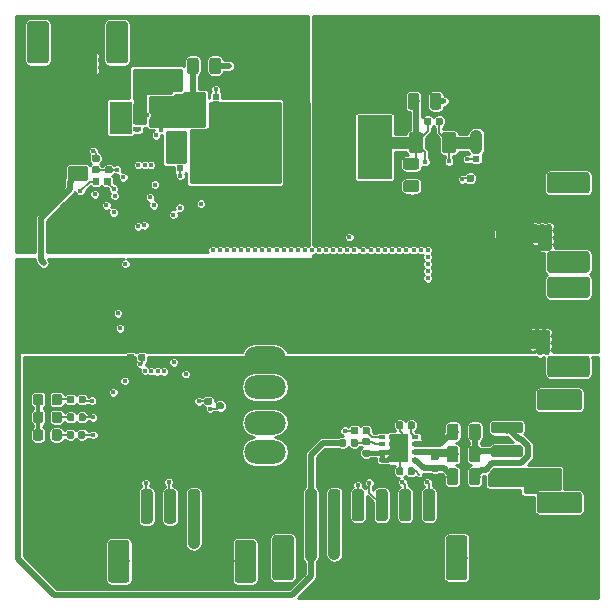
<source format=gbr>
G04 #@! TF.GenerationSoftware,KiCad,Pcbnew,5.0.1-33cea8e~68~ubuntu16.04.1*
G04 #@! TF.CreationDate,2018-12-19T15:09:20-05:00*
G04 #@! TF.ProjectId,SmallKat Battery Charger,536D616C6C4B61742042617474657279,rev?*
G04 #@! TF.SameCoordinates,Original*
G04 #@! TF.FileFunction,Copper,L1,Top,Signal*
G04 #@! TF.FilePolarity,Positive*
%FSLAX46Y46*%
G04 Gerber Fmt 4.6, Leading zero omitted, Abs format (unit mm)*
G04 Created by KiCad (PCBNEW 5.0.1-33cea8e~68~ubuntu16.04.1) date Wed 19 Dec 2018 03:09:20 PM EST*
%MOMM*%
%LPD*%
G01*
G04 APERTURE LIST*
G04 #@! TA.AperFunction,SMDPad,CuDef*
%ADD10R,1.900000X2.800000*%
G04 #@! TD*
G04 #@! TA.AperFunction,SMDPad,CuDef*
%ADD11R,0.650000X2.390000*%
G04 #@! TD*
G04 #@! TA.AperFunction,SMDPad,CuDef*
%ADD12R,0.650000X0.440000*%
G04 #@! TD*
G04 #@! TA.AperFunction,SMDPad,CuDef*
%ADD13R,0.650000X1.740000*%
G04 #@! TD*
G04 #@! TA.AperFunction,SMDPad,CuDef*
%ADD14R,1.650000X2.400000*%
G04 #@! TD*
G04 #@! TA.AperFunction,SMDPad,CuDef*
%ADD15R,0.600000X0.300000*%
G04 #@! TD*
G04 #@! TA.AperFunction,Conductor*
%ADD16C,0.100000*%
G04 #@! TD*
G04 #@! TA.AperFunction,SMDPad,CuDef*
%ADD17C,1.000000*%
G04 #@! TD*
G04 #@! TA.AperFunction,SMDPad,CuDef*
%ADD18C,1.800000*%
G04 #@! TD*
G04 #@! TA.AperFunction,SMDPad,CuDef*
%ADD19O,3.500000X2.000000*%
G04 #@! TD*
G04 #@! TA.AperFunction,SMDPad,CuDef*
%ADD20C,0.590000*%
G04 #@! TD*
G04 #@! TA.AperFunction,SMDPad,CuDef*
%ADD21C,0.875000*%
G04 #@! TD*
G04 #@! TA.AperFunction,SMDPad,CuDef*
%ADD22R,2.900000X5.400000*%
G04 #@! TD*
G04 #@! TA.AperFunction,SMDPad,CuDef*
%ADD23R,0.950000X1.230000*%
G04 #@! TD*
G04 #@! TA.AperFunction,SMDPad,CuDef*
%ADD24R,0.630000X0.500000*%
G04 #@! TD*
G04 #@! TA.AperFunction,SMDPad,CuDef*
%ADD25C,0.975000*%
G04 #@! TD*
G04 #@! TA.AperFunction,SMDPad,CuDef*
%ADD26C,1.250000*%
G04 #@! TD*
G04 #@! TA.AperFunction,ViaPad*
%ADD27C,0.400000*%
G04 #@! TD*
G04 #@! TA.AperFunction,Conductor*
%ADD28C,0.127000*%
G04 #@! TD*
G04 #@! TA.AperFunction,Conductor*
%ADD29C,0.150000*%
G04 #@! TD*
G04 #@! TA.AperFunction,Conductor*
%ADD30C,0.400000*%
G04 #@! TD*
G04 #@! TA.AperFunction,Conductor*
%ADD31C,1.000000*%
G04 #@! TD*
G04 #@! TA.AperFunction,Conductor*
%ADD32C,0.300000*%
G04 #@! TD*
G04 #@! TA.AperFunction,Conductor*
%ADD33C,0.200000*%
G04 #@! TD*
G04 #@! TA.AperFunction,Conductor*
%ADD34C,0.500000*%
G04 #@! TD*
G04 #@! TA.AperFunction,Conductor*
%ADD35C,0.254000*%
G04 #@! TD*
G04 APERTURE END LIST*
D10*
G04 #@! TO.P,U1,9*
G04 #@! TO.N,SOURCE*
X9200000Y-9000000D03*
D11*
G04 #@! TO.P,U1,1*
G04 #@! TO.N,ADAPTER*
X7825000Y-9000000D03*
D12*
G04 #@! TO.P,U1,5*
G04 #@! TO.N,GATE*
X10575000Y-9940000D03*
D13*
G04 #@! TO.P,U1,8*
G04 #@! TO.N,ACP*
X10575000Y-8700000D03*
G04 #@! TD*
D14*
G04 #@! TO.P,U4,9*
G04 #@! TO.N,GND*
X32744397Y-36984053D03*
D15*
G04 #@! TO.P,U4,1*
G04 #@! TO.N,Net-(C9-Pad1)*
X34144397Y-37959053D03*
G04 #@! TO.P,U4,2*
G04 #@! TO.N,Net-(C10-Pad1)*
X34144397Y-37309053D03*
G04 #@! TO.P,U4,3*
G04 #@! TO.N,Net-(R17-Pad1)*
X34144397Y-36659053D03*
G04 #@! TO.P,U4,4*
G04 #@! TO.N,Net-(C11-Pad1)*
X34144397Y-36009053D03*
G04 #@! TO.P,U4,5*
G04 #@! TO.N,GND*
X31344397Y-37959053D03*
G04 #@! TO.P,U4,6*
X31344397Y-37309053D03*
G04 #@! TO.P,U4,7*
G04 #@! TO.N,Net-(C12-Pad1)*
X31344397Y-36659053D03*
G04 #@! TO.P,U4,8*
G04 #@! TO.N,OUT*
X31344397Y-36009053D03*
G04 #@! TD*
D16*
G04 #@! TO.N,GND*
G04 #@! TO.C,J1*
G36*
X4824504Y-5801204D02*
X4848773Y-5804804D01*
X4872571Y-5810765D01*
X4895671Y-5819030D01*
X4917849Y-5829520D01*
X4938893Y-5842133D01*
X4958598Y-5856747D01*
X4976777Y-5873223D01*
X4993253Y-5891402D01*
X5007867Y-5911107D01*
X5020480Y-5932151D01*
X5030970Y-5954329D01*
X5039235Y-5977429D01*
X5045196Y-6001227D01*
X5048796Y-6025496D01*
X5050000Y-6050000D01*
X5050000Y-8450000D01*
X5048796Y-8474504D01*
X5045196Y-8498773D01*
X5039235Y-8522571D01*
X5030970Y-8545671D01*
X5020480Y-8567849D01*
X5007867Y-8588893D01*
X4993253Y-8608598D01*
X4976777Y-8626777D01*
X4958598Y-8643253D01*
X4938893Y-8657867D01*
X4917849Y-8670480D01*
X4895671Y-8680970D01*
X4872571Y-8689235D01*
X4848773Y-8695196D01*
X4824504Y-8698796D01*
X4800000Y-8700000D01*
X4300000Y-8700000D01*
X4275496Y-8698796D01*
X4251227Y-8695196D01*
X4227429Y-8689235D01*
X4204329Y-8680970D01*
X4182151Y-8670480D01*
X4161107Y-8657867D01*
X4141402Y-8643253D01*
X4123223Y-8626777D01*
X4106747Y-8608598D01*
X4092133Y-8588893D01*
X4079520Y-8567849D01*
X4069030Y-8545671D01*
X4060765Y-8522571D01*
X4054804Y-8498773D01*
X4051204Y-8474504D01*
X4050000Y-8450000D01*
X4050000Y-6050000D01*
X4051204Y-6025496D01*
X4054804Y-6001227D01*
X4060765Y-5977429D01*
X4069030Y-5954329D01*
X4079520Y-5932151D01*
X4092133Y-5911107D01*
X4106747Y-5891402D01*
X4123223Y-5873223D01*
X4141402Y-5856747D01*
X4161107Y-5842133D01*
X4182151Y-5829520D01*
X4204329Y-5819030D01*
X4227429Y-5810765D01*
X4251227Y-5804804D01*
X4275496Y-5801204D01*
X4300000Y-5800000D01*
X4800000Y-5800000D01*
X4824504Y-5801204D01*
X4824504Y-5801204D01*
G37*
D17*
G04 #@! TD*
G04 #@! TO.P,J1,1*
G04 #@! TO.N,GND*
X4550000Y-7250000D03*
D16*
G04 #@! TO.N,ADAPTER*
G04 #@! TO.C,J1*
G36*
X6824504Y-5801204D02*
X6848773Y-5804804D01*
X6872571Y-5810765D01*
X6895671Y-5819030D01*
X6917849Y-5829520D01*
X6938893Y-5842133D01*
X6958598Y-5856747D01*
X6976777Y-5873223D01*
X6993253Y-5891402D01*
X7007867Y-5911107D01*
X7020480Y-5932151D01*
X7030970Y-5954329D01*
X7039235Y-5977429D01*
X7045196Y-6001227D01*
X7048796Y-6025496D01*
X7050000Y-6050000D01*
X7050000Y-8450000D01*
X7048796Y-8474504D01*
X7045196Y-8498773D01*
X7039235Y-8522571D01*
X7030970Y-8545671D01*
X7020480Y-8567849D01*
X7007867Y-8588893D01*
X6993253Y-8608598D01*
X6976777Y-8626777D01*
X6958598Y-8643253D01*
X6938893Y-8657867D01*
X6917849Y-8670480D01*
X6895671Y-8680970D01*
X6872571Y-8689235D01*
X6848773Y-8695196D01*
X6824504Y-8698796D01*
X6800000Y-8700000D01*
X6300000Y-8700000D01*
X6275496Y-8698796D01*
X6251227Y-8695196D01*
X6227429Y-8689235D01*
X6204329Y-8680970D01*
X6182151Y-8670480D01*
X6161107Y-8657867D01*
X6141402Y-8643253D01*
X6123223Y-8626777D01*
X6106747Y-8608598D01*
X6092133Y-8588893D01*
X6079520Y-8567849D01*
X6069030Y-8545671D01*
X6060765Y-8522571D01*
X6054804Y-8498773D01*
X6051204Y-8474504D01*
X6050000Y-8450000D01*
X6050000Y-6050000D01*
X6051204Y-6025496D01*
X6054804Y-6001227D01*
X6060765Y-5977429D01*
X6069030Y-5954329D01*
X6079520Y-5932151D01*
X6092133Y-5911107D01*
X6106747Y-5891402D01*
X6123223Y-5873223D01*
X6141402Y-5856747D01*
X6161107Y-5842133D01*
X6182151Y-5829520D01*
X6204329Y-5819030D01*
X6227429Y-5810765D01*
X6251227Y-5804804D01*
X6275496Y-5801204D01*
X6300000Y-5800000D01*
X6800000Y-5800000D01*
X6824504Y-5801204D01*
X6824504Y-5801204D01*
G37*
D17*
G04 #@! TD*
G04 #@! TO.P,J1,2*
G04 #@! TO.N,ADAPTER*
X6550000Y-7250000D03*
D16*
G04 #@! TO.N,N/C*
G04 #@! TO.C,J1*
G36*
X2874504Y-801204D02*
X2898773Y-804804D01*
X2922571Y-810765D01*
X2945671Y-819030D01*
X2967849Y-829520D01*
X2988893Y-842133D01*
X3008598Y-856747D01*
X3026777Y-873223D01*
X3043253Y-891402D01*
X3057867Y-911107D01*
X3070480Y-932151D01*
X3080970Y-954329D01*
X3089235Y-977429D01*
X3095196Y-1001227D01*
X3098796Y-1025496D01*
X3100000Y-1050000D01*
X3100000Y-4150000D01*
X3098796Y-4174504D01*
X3095196Y-4198773D01*
X3089235Y-4222571D01*
X3080970Y-4245671D01*
X3070480Y-4267849D01*
X3057867Y-4288893D01*
X3043253Y-4308598D01*
X3026777Y-4326777D01*
X3008598Y-4343253D01*
X2988893Y-4357867D01*
X2967849Y-4370480D01*
X2945671Y-4380970D01*
X2922571Y-4389235D01*
X2898773Y-4395196D01*
X2874504Y-4398796D01*
X2850000Y-4400000D01*
X1550000Y-4400000D01*
X1525496Y-4398796D01*
X1501227Y-4395196D01*
X1477429Y-4389235D01*
X1454329Y-4380970D01*
X1432151Y-4370480D01*
X1411107Y-4357867D01*
X1391402Y-4343253D01*
X1373223Y-4326777D01*
X1356747Y-4308598D01*
X1342133Y-4288893D01*
X1329520Y-4267849D01*
X1319030Y-4245671D01*
X1310765Y-4222571D01*
X1304804Y-4198773D01*
X1301204Y-4174504D01*
X1300000Y-4150000D01*
X1300000Y-1050000D01*
X1301204Y-1025496D01*
X1304804Y-1001227D01*
X1310765Y-977429D01*
X1319030Y-954329D01*
X1329520Y-932151D01*
X1342133Y-911107D01*
X1356747Y-891402D01*
X1373223Y-873223D01*
X1391402Y-856747D01*
X1411107Y-842133D01*
X1432151Y-829520D01*
X1454329Y-819030D01*
X1477429Y-810765D01*
X1501227Y-804804D01*
X1525496Y-801204D01*
X1550000Y-800000D01*
X2850000Y-800000D01*
X2874504Y-801204D01*
X2874504Y-801204D01*
G37*
D18*
G04 #@! TD*
G04 #@! TO.P,J1,MP*
G04 #@! TO.N,N/C*
X2200000Y-2600000D03*
D16*
G04 #@! TO.N,N/C*
G04 #@! TO.C,J1*
G36*
X9574504Y-801204D02*
X9598773Y-804804D01*
X9622571Y-810765D01*
X9645671Y-819030D01*
X9667849Y-829520D01*
X9688893Y-842133D01*
X9708598Y-856747D01*
X9726777Y-873223D01*
X9743253Y-891402D01*
X9757867Y-911107D01*
X9770480Y-932151D01*
X9780970Y-954329D01*
X9789235Y-977429D01*
X9795196Y-1001227D01*
X9798796Y-1025496D01*
X9800000Y-1050000D01*
X9800000Y-4150000D01*
X9798796Y-4174504D01*
X9795196Y-4198773D01*
X9789235Y-4222571D01*
X9780970Y-4245671D01*
X9770480Y-4267849D01*
X9757867Y-4288893D01*
X9743253Y-4308598D01*
X9726777Y-4326777D01*
X9708598Y-4343253D01*
X9688893Y-4357867D01*
X9667849Y-4370480D01*
X9645671Y-4380970D01*
X9622571Y-4389235D01*
X9598773Y-4395196D01*
X9574504Y-4398796D01*
X9550000Y-4400000D01*
X8250000Y-4400000D01*
X8225496Y-4398796D01*
X8201227Y-4395196D01*
X8177429Y-4389235D01*
X8154329Y-4380970D01*
X8132151Y-4370480D01*
X8111107Y-4357867D01*
X8091402Y-4343253D01*
X8073223Y-4326777D01*
X8056747Y-4308598D01*
X8042133Y-4288893D01*
X8029520Y-4267849D01*
X8019030Y-4245671D01*
X8010765Y-4222571D01*
X8004804Y-4198773D01*
X8001204Y-4174504D01*
X8000000Y-4150000D01*
X8000000Y-1050000D01*
X8001204Y-1025496D01*
X8004804Y-1001227D01*
X8010765Y-977429D01*
X8019030Y-954329D01*
X8029520Y-932151D01*
X8042133Y-911107D01*
X8056747Y-891402D01*
X8073223Y-873223D01*
X8091402Y-856747D01*
X8111107Y-842133D01*
X8132151Y-829520D01*
X8154329Y-819030D01*
X8177429Y-810765D01*
X8201227Y-804804D01*
X8225496Y-801204D01*
X8250000Y-800000D01*
X9550000Y-800000D01*
X9574504Y-801204D01*
X9574504Y-801204D01*
G37*
D18*
G04 #@! TD*
G04 #@! TO.P,J1,MP*
G04 #@! TO.N,N/C*
X8900000Y-2600000D03*
D19*
G04 #@! TO.P,J2,1*
G04 #@! TO.N,+3V3*
X21400000Y-29300000D03*
G04 #@! TO.P,J2,2*
G04 #@! TO.N,GND*
X21400000Y-31800000D03*
G04 #@! TO.P,J2,3*
G04 #@! TO.N,SWDIO*
X21400000Y-34800000D03*
G04 #@! TO.P,J2,4*
G04 #@! TO.N,SWCLK*
X21400000Y-37300000D03*
G04 #@! TD*
D16*
G04 #@! TO.N,SRP*
G04 #@! TO.C,C7*
G36*
X35361958Y-8980710D02*
X35376276Y-8982834D01*
X35390317Y-8986351D01*
X35403946Y-8991228D01*
X35417031Y-8997417D01*
X35429447Y-9004858D01*
X35441073Y-9013481D01*
X35451798Y-9023202D01*
X35461519Y-9033927D01*
X35470142Y-9045553D01*
X35477583Y-9057969D01*
X35483772Y-9071054D01*
X35488649Y-9084683D01*
X35492166Y-9098724D01*
X35494290Y-9113042D01*
X35495000Y-9127500D01*
X35495000Y-9472500D01*
X35494290Y-9486958D01*
X35492166Y-9501276D01*
X35488649Y-9515317D01*
X35483772Y-9528946D01*
X35477583Y-9542031D01*
X35470142Y-9554447D01*
X35461519Y-9566073D01*
X35451798Y-9576798D01*
X35441073Y-9586519D01*
X35429447Y-9595142D01*
X35417031Y-9602583D01*
X35403946Y-9608772D01*
X35390317Y-9613649D01*
X35376276Y-9617166D01*
X35361958Y-9619290D01*
X35347500Y-9620000D01*
X35052500Y-9620000D01*
X35038042Y-9619290D01*
X35023724Y-9617166D01*
X35009683Y-9613649D01*
X34996054Y-9608772D01*
X34982969Y-9602583D01*
X34970553Y-9595142D01*
X34958927Y-9586519D01*
X34948202Y-9576798D01*
X34938481Y-9566073D01*
X34929858Y-9554447D01*
X34922417Y-9542031D01*
X34916228Y-9528946D01*
X34911351Y-9515317D01*
X34907834Y-9501276D01*
X34905710Y-9486958D01*
X34905000Y-9472500D01*
X34905000Y-9127500D01*
X34905710Y-9113042D01*
X34907834Y-9098724D01*
X34911351Y-9084683D01*
X34916228Y-9071054D01*
X34922417Y-9057969D01*
X34929858Y-9045553D01*
X34938481Y-9033927D01*
X34948202Y-9023202D01*
X34958927Y-9013481D01*
X34970553Y-9004858D01*
X34982969Y-8997417D01*
X34996054Y-8991228D01*
X35009683Y-8986351D01*
X35023724Y-8982834D01*
X35038042Y-8980710D01*
X35052500Y-8980000D01*
X35347500Y-8980000D01*
X35361958Y-8980710D01*
X35361958Y-8980710D01*
G37*
D20*
G04 #@! TD*
G04 #@! TO.P,C7,2*
G04 #@! TO.N,SRP*
X35200000Y-9300000D03*
D16*
G04 #@! TO.N,SRN*
G04 #@! TO.C,C7*
G36*
X36331958Y-8980710D02*
X36346276Y-8982834D01*
X36360317Y-8986351D01*
X36373946Y-8991228D01*
X36387031Y-8997417D01*
X36399447Y-9004858D01*
X36411073Y-9013481D01*
X36421798Y-9023202D01*
X36431519Y-9033927D01*
X36440142Y-9045553D01*
X36447583Y-9057969D01*
X36453772Y-9071054D01*
X36458649Y-9084683D01*
X36462166Y-9098724D01*
X36464290Y-9113042D01*
X36465000Y-9127500D01*
X36465000Y-9472500D01*
X36464290Y-9486958D01*
X36462166Y-9501276D01*
X36458649Y-9515317D01*
X36453772Y-9528946D01*
X36447583Y-9542031D01*
X36440142Y-9554447D01*
X36431519Y-9566073D01*
X36421798Y-9576798D01*
X36411073Y-9586519D01*
X36399447Y-9595142D01*
X36387031Y-9602583D01*
X36373946Y-9608772D01*
X36360317Y-9613649D01*
X36346276Y-9617166D01*
X36331958Y-9619290D01*
X36317500Y-9620000D01*
X36022500Y-9620000D01*
X36008042Y-9619290D01*
X35993724Y-9617166D01*
X35979683Y-9613649D01*
X35966054Y-9608772D01*
X35952969Y-9602583D01*
X35940553Y-9595142D01*
X35928927Y-9586519D01*
X35918202Y-9576798D01*
X35908481Y-9566073D01*
X35899858Y-9554447D01*
X35892417Y-9542031D01*
X35886228Y-9528946D01*
X35881351Y-9515317D01*
X35877834Y-9501276D01*
X35875710Y-9486958D01*
X35875000Y-9472500D01*
X35875000Y-9127500D01*
X35875710Y-9113042D01*
X35877834Y-9098724D01*
X35881351Y-9084683D01*
X35886228Y-9071054D01*
X35892417Y-9057969D01*
X35899858Y-9045553D01*
X35908481Y-9033927D01*
X35918202Y-9023202D01*
X35928927Y-9013481D01*
X35940553Y-9004858D01*
X35952969Y-8997417D01*
X35966054Y-8991228D01*
X35979683Y-8986351D01*
X35993724Y-8982834D01*
X36008042Y-8980710D01*
X36022500Y-8980000D01*
X36317500Y-8980000D01*
X36331958Y-8980710D01*
X36331958Y-8980710D01*
G37*
D20*
G04 #@! TD*
G04 #@! TO.P,C7,1*
G04 #@! TO.N,SRN*
X36170000Y-9300000D03*
D16*
G04 #@! TO.N,GND*
G04 #@! TO.C,D3*
G36*
X2465191Y-33876053D02*
X2486426Y-33879203D01*
X2507250Y-33884419D01*
X2527462Y-33891651D01*
X2546868Y-33900830D01*
X2565281Y-33911866D01*
X2582524Y-33924654D01*
X2598430Y-33939070D01*
X2612846Y-33954976D01*
X2625634Y-33972219D01*
X2636670Y-33990632D01*
X2645849Y-34010038D01*
X2653081Y-34030250D01*
X2658297Y-34051074D01*
X2661447Y-34072309D01*
X2662500Y-34093750D01*
X2662500Y-34606250D01*
X2661447Y-34627691D01*
X2658297Y-34648926D01*
X2653081Y-34669750D01*
X2645849Y-34689962D01*
X2636670Y-34709368D01*
X2625634Y-34727781D01*
X2612846Y-34745024D01*
X2598430Y-34760930D01*
X2582524Y-34775346D01*
X2565281Y-34788134D01*
X2546868Y-34799170D01*
X2527462Y-34808349D01*
X2507250Y-34815581D01*
X2486426Y-34820797D01*
X2465191Y-34823947D01*
X2443750Y-34825000D01*
X2006250Y-34825000D01*
X1984809Y-34823947D01*
X1963574Y-34820797D01*
X1942750Y-34815581D01*
X1922538Y-34808349D01*
X1903132Y-34799170D01*
X1884719Y-34788134D01*
X1867476Y-34775346D01*
X1851570Y-34760930D01*
X1837154Y-34745024D01*
X1824366Y-34727781D01*
X1813330Y-34709368D01*
X1804151Y-34689962D01*
X1796919Y-34669750D01*
X1791703Y-34648926D01*
X1788553Y-34627691D01*
X1787500Y-34606250D01*
X1787500Y-34093750D01*
X1788553Y-34072309D01*
X1791703Y-34051074D01*
X1796919Y-34030250D01*
X1804151Y-34010038D01*
X1813330Y-33990632D01*
X1824366Y-33972219D01*
X1837154Y-33954976D01*
X1851570Y-33939070D01*
X1867476Y-33924654D01*
X1884719Y-33911866D01*
X1903132Y-33900830D01*
X1922538Y-33891651D01*
X1942750Y-33884419D01*
X1963574Y-33879203D01*
X1984809Y-33876053D01*
X2006250Y-33875000D01*
X2443750Y-33875000D01*
X2465191Y-33876053D01*
X2465191Y-33876053D01*
G37*
D21*
G04 #@! TD*
G04 #@! TO.P,D3,1*
G04 #@! TO.N,GND*
X2225000Y-34350000D03*
D16*
G04 #@! TO.N,Net-(D3-Pad2)*
G04 #@! TO.C,D3*
G36*
X4040191Y-33876053D02*
X4061426Y-33879203D01*
X4082250Y-33884419D01*
X4102462Y-33891651D01*
X4121868Y-33900830D01*
X4140281Y-33911866D01*
X4157524Y-33924654D01*
X4173430Y-33939070D01*
X4187846Y-33954976D01*
X4200634Y-33972219D01*
X4211670Y-33990632D01*
X4220849Y-34010038D01*
X4228081Y-34030250D01*
X4233297Y-34051074D01*
X4236447Y-34072309D01*
X4237500Y-34093750D01*
X4237500Y-34606250D01*
X4236447Y-34627691D01*
X4233297Y-34648926D01*
X4228081Y-34669750D01*
X4220849Y-34689962D01*
X4211670Y-34709368D01*
X4200634Y-34727781D01*
X4187846Y-34745024D01*
X4173430Y-34760930D01*
X4157524Y-34775346D01*
X4140281Y-34788134D01*
X4121868Y-34799170D01*
X4102462Y-34808349D01*
X4082250Y-34815581D01*
X4061426Y-34820797D01*
X4040191Y-34823947D01*
X4018750Y-34825000D01*
X3581250Y-34825000D01*
X3559809Y-34823947D01*
X3538574Y-34820797D01*
X3517750Y-34815581D01*
X3497538Y-34808349D01*
X3478132Y-34799170D01*
X3459719Y-34788134D01*
X3442476Y-34775346D01*
X3426570Y-34760930D01*
X3412154Y-34745024D01*
X3399366Y-34727781D01*
X3388330Y-34709368D01*
X3379151Y-34689962D01*
X3371919Y-34669750D01*
X3366703Y-34648926D01*
X3363553Y-34627691D01*
X3362500Y-34606250D01*
X3362500Y-34093750D01*
X3363553Y-34072309D01*
X3366703Y-34051074D01*
X3371919Y-34030250D01*
X3379151Y-34010038D01*
X3388330Y-33990632D01*
X3399366Y-33972219D01*
X3412154Y-33954976D01*
X3426570Y-33939070D01*
X3442476Y-33924654D01*
X3459719Y-33911866D01*
X3478132Y-33900830D01*
X3497538Y-33891651D01*
X3517750Y-33884419D01*
X3538574Y-33879203D01*
X3559809Y-33876053D01*
X3581250Y-33875000D01*
X4018750Y-33875000D01*
X4040191Y-33876053D01*
X4040191Y-33876053D01*
G37*
D21*
G04 #@! TD*
G04 #@! TO.P,D3,2*
G04 #@! TO.N,Net-(D3-Pad2)*
X3800000Y-34350000D03*
D16*
G04 #@! TO.N,Net-(D4-Pad2)*
G04 #@! TO.C,D4*
G36*
X4040191Y-32376053D02*
X4061426Y-32379203D01*
X4082250Y-32384419D01*
X4102462Y-32391651D01*
X4121868Y-32400830D01*
X4140281Y-32411866D01*
X4157524Y-32424654D01*
X4173430Y-32439070D01*
X4187846Y-32454976D01*
X4200634Y-32472219D01*
X4211670Y-32490632D01*
X4220849Y-32510038D01*
X4228081Y-32530250D01*
X4233297Y-32551074D01*
X4236447Y-32572309D01*
X4237500Y-32593750D01*
X4237500Y-33106250D01*
X4236447Y-33127691D01*
X4233297Y-33148926D01*
X4228081Y-33169750D01*
X4220849Y-33189962D01*
X4211670Y-33209368D01*
X4200634Y-33227781D01*
X4187846Y-33245024D01*
X4173430Y-33260930D01*
X4157524Y-33275346D01*
X4140281Y-33288134D01*
X4121868Y-33299170D01*
X4102462Y-33308349D01*
X4082250Y-33315581D01*
X4061426Y-33320797D01*
X4040191Y-33323947D01*
X4018750Y-33325000D01*
X3581250Y-33325000D01*
X3559809Y-33323947D01*
X3538574Y-33320797D01*
X3517750Y-33315581D01*
X3497538Y-33308349D01*
X3478132Y-33299170D01*
X3459719Y-33288134D01*
X3442476Y-33275346D01*
X3426570Y-33260930D01*
X3412154Y-33245024D01*
X3399366Y-33227781D01*
X3388330Y-33209368D01*
X3379151Y-33189962D01*
X3371919Y-33169750D01*
X3366703Y-33148926D01*
X3363553Y-33127691D01*
X3362500Y-33106250D01*
X3362500Y-32593750D01*
X3363553Y-32572309D01*
X3366703Y-32551074D01*
X3371919Y-32530250D01*
X3379151Y-32510038D01*
X3388330Y-32490632D01*
X3399366Y-32472219D01*
X3412154Y-32454976D01*
X3426570Y-32439070D01*
X3442476Y-32424654D01*
X3459719Y-32411866D01*
X3478132Y-32400830D01*
X3497538Y-32391651D01*
X3517750Y-32384419D01*
X3538574Y-32379203D01*
X3559809Y-32376053D01*
X3581250Y-32375000D01*
X4018750Y-32375000D01*
X4040191Y-32376053D01*
X4040191Y-32376053D01*
G37*
D21*
G04 #@! TD*
G04 #@! TO.P,D4,2*
G04 #@! TO.N,Net-(D4-Pad2)*
X3800000Y-32850000D03*
D16*
G04 #@! TO.N,GND*
G04 #@! TO.C,D4*
G36*
X2465191Y-32376053D02*
X2486426Y-32379203D01*
X2507250Y-32384419D01*
X2527462Y-32391651D01*
X2546868Y-32400830D01*
X2565281Y-32411866D01*
X2582524Y-32424654D01*
X2598430Y-32439070D01*
X2612846Y-32454976D01*
X2625634Y-32472219D01*
X2636670Y-32490632D01*
X2645849Y-32510038D01*
X2653081Y-32530250D01*
X2658297Y-32551074D01*
X2661447Y-32572309D01*
X2662500Y-32593750D01*
X2662500Y-33106250D01*
X2661447Y-33127691D01*
X2658297Y-33148926D01*
X2653081Y-33169750D01*
X2645849Y-33189962D01*
X2636670Y-33209368D01*
X2625634Y-33227781D01*
X2612846Y-33245024D01*
X2598430Y-33260930D01*
X2582524Y-33275346D01*
X2565281Y-33288134D01*
X2546868Y-33299170D01*
X2527462Y-33308349D01*
X2507250Y-33315581D01*
X2486426Y-33320797D01*
X2465191Y-33323947D01*
X2443750Y-33325000D01*
X2006250Y-33325000D01*
X1984809Y-33323947D01*
X1963574Y-33320797D01*
X1942750Y-33315581D01*
X1922538Y-33308349D01*
X1903132Y-33299170D01*
X1884719Y-33288134D01*
X1867476Y-33275346D01*
X1851570Y-33260930D01*
X1837154Y-33245024D01*
X1824366Y-33227781D01*
X1813330Y-33209368D01*
X1804151Y-33189962D01*
X1796919Y-33169750D01*
X1791703Y-33148926D01*
X1788553Y-33127691D01*
X1787500Y-33106250D01*
X1787500Y-32593750D01*
X1788553Y-32572309D01*
X1791703Y-32551074D01*
X1796919Y-32530250D01*
X1804151Y-32510038D01*
X1813330Y-32490632D01*
X1824366Y-32472219D01*
X1837154Y-32454976D01*
X1851570Y-32439070D01*
X1867476Y-32424654D01*
X1884719Y-32411866D01*
X1903132Y-32400830D01*
X1922538Y-32391651D01*
X1942750Y-32384419D01*
X1963574Y-32379203D01*
X1984809Y-32376053D01*
X2006250Y-32375000D01*
X2443750Y-32375000D01*
X2465191Y-32376053D01*
X2465191Y-32376053D01*
G37*
D21*
G04 #@! TD*
G04 #@! TO.P,D4,1*
G04 #@! TO.N,GND*
X2225000Y-32850000D03*
D16*
G04 #@! TO.N,GND*
G04 #@! TO.C,D5*
G36*
X2452691Y-35376053D02*
X2473926Y-35379203D01*
X2494750Y-35384419D01*
X2514962Y-35391651D01*
X2534368Y-35400830D01*
X2552781Y-35411866D01*
X2570024Y-35424654D01*
X2585930Y-35439070D01*
X2600346Y-35454976D01*
X2613134Y-35472219D01*
X2624170Y-35490632D01*
X2633349Y-35510038D01*
X2640581Y-35530250D01*
X2645797Y-35551074D01*
X2648947Y-35572309D01*
X2650000Y-35593750D01*
X2650000Y-36106250D01*
X2648947Y-36127691D01*
X2645797Y-36148926D01*
X2640581Y-36169750D01*
X2633349Y-36189962D01*
X2624170Y-36209368D01*
X2613134Y-36227781D01*
X2600346Y-36245024D01*
X2585930Y-36260930D01*
X2570024Y-36275346D01*
X2552781Y-36288134D01*
X2534368Y-36299170D01*
X2514962Y-36308349D01*
X2494750Y-36315581D01*
X2473926Y-36320797D01*
X2452691Y-36323947D01*
X2431250Y-36325000D01*
X1993750Y-36325000D01*
X1972309Y-36323947D01*
X1951074Y-36320797D01*
X1930250Y-36315581D01*
X1910038Y-36308349D01*
X1890632Y-36299170D01*
X1872219Y-36288134D01*
X1854976Y-36275346D01*
X1839070Y-36260930D01*
X1824654Y-36245024D01*
X1811866Y-36227781D01*
X1800830Y-36209368D01*
X1791651Y-36189962D01*
X1784419Y-36169750D01*
X1779203Y-36148926D01*
X1776053Y-36127691D01*
X1775000Y-36106250D01*
X1775000Y-35593750D01*
X1776053Y-35572309D01*
X1779203Y-35551074D01*
X1784419Y-35530250D01*
X1791651Y-35510038D01*
X1800830Y-35490632D01*
X1811866Y-35472219D01*
X1824654Y-35454976D01*
X1839070Y-35439070D01*
X1854976Y-35424654D01*
X1872219Y-35411866D01*
X1890632Y-35400830D01*
X1910038Y-35391651D01*
X1930250Y-35384419D01*
X1951074Y-35379203D01*
X1972309Y-35376053D01*
X1993750Y-35375000D01*
X2431250Y-35375000D01*
X2452691Y-35376053D01*
X2452691Y-35376053D01*
G37*
D21*
G04 #@! TD*
G04 #@! TO.P,D5,1*
G04 #@! TO.N,GND*
X2212500Y-35850000D03*
D16*
G04 #@! TO.N,Net-(D5-Pad2)*
G04 #@! TO.C,D5*
G36*
X4027691Y-35376053D02*
X4048926Y-35379203D01*
X4069750Y-35384419D01*
X4089962Y-35391651D01*
X4109368Y-35400830D01*
X4127781Y-35411866D01*
X4145024Y-35424654D01*
X4160930Y-35439070D01*
X4175346Y-35454976D01*
X4188134Y-35472219D01*
X4199170Y-35490632D01*
X4208349Y-35510038D01*
X4215581Y-35530250D01*
X4220797Y-35551074D01*
X4223947Y-35572309D01*
X4225000Y-35593750D01*
X4225000Y-36106250D01*
X4223947Y-36127691D01*
X4220797Y-36148926D01*
X4215581Y-36169750D01*
X4208349Y-36189962D01*
X4199170Y-36209368D01*
X4188134Y-36227781D01*
X4175346Y-36245024D01*
X4160930Y-36260930D01*
X4145024Y-36275346D01*
X4127781Y-36288134D01*
X4109368Y-36299170D01*
X4089962Y-36308349D01*
X4069750Y-36315581D01*
X4048926Y-36320797D01*
X4027691Y-36323947D01*
X4006250Y-36325000D01*
X3568750Y-36325000D01*
X3547309Y-36323947D01*
X3526074Y-36320797D01*
X3505250Y-36315581D01*
X3485038Y-36308349D01*
X3465632Y-36299170D01*
X3447219Y-36288134D01*
X3429976Y-36275346D01*
X3414070Y-36260930D01*
X3399654Y-36245024D01*
X3386866Y-36227781D01*
X3375830Y-36209368D01*
X3366651Y-36189962D01*
X3359419Y-36169750D01*
X3354203Y-36148926D01*
X3351053Y-36127691D01*
X3350000Y-36106250D01*
X3350000Y-35593750D01*
X3351053Y-35572309D01*
X3354203Y-35551074D01*
X3359419Y-35530250D01*
X3366651Y-35510038D01*
X3375830Y-35490632D01*
X3386866Y-35472219D01*
X3399654Y-35454976D01*
X3414070Y-35439070D01*
X3429976Y-35424654D01*
X3447219Y-35411866D01*
X3465632Y-35400830D01*
X3485038Y-35391651D01*
X3505250Y-35384419D01*
X3526074Y-35379203D01*
X3547309Y-35376053D01*
X3568750Y-35375000D01*
X4006250Y-35375000D01*
X4027691Y-35376053D01*
X4027691Y-35376053D01*
G37*
D21*
G04 #@! TD*
G04 #@! TO.P,D5,2*
G04 #@! TO.N,Net-(D5-Pad2)*
X3787500Y-35850000D03*
D16*
G04 #@! TO.N,+3V3*
G04 #@! TO.C,J3*
G36*
X17674504Y-40451204D02*
X17698773Y-40454804D01*
X17722571Y-40460765D01*
X17745671Y-40469030D01*
X17767849Y-40479520D01*
X17788893Y-40492133D01*
X17808598Y-40506747D01*
X17826777Y-40523223D01*
X17843253Y-40541402D01*
X17857867Y-40561107D01*
X17870480Y-40582151D01*
X17880970Y-40604329D01*
X17889235Y-40627429D01*
X17895196Y-40651227D01*
X17898796Y-40675496D01*
X17900000Y-40700000D01*
X17900000Y-43100000D01*
X17898796Y-43124504D01*
X17895196Y-43148773D01*
X17889235Y-43172571D01*
X17880970Y-43195671D01*
X17870480Y-43217849D01*
X17857867Y-43238893D01*
X17843253Y-43258598D01*
X17826777Y-43276777D01*
X17808598Y-43293253D01*
X17788893Y-43307867D01*
X17767849Y-43320480D01*
X17745671Y-43330970D01*
X17722571Y-43339235D01*
X17698773Y-43345196D01*
X17674504Y-43348796D01*
X17650000Y-43350000D01*
X17150000Y-43350000D01*
X17125496Y-43348796D01*
X17101227Y-43345196D01*
X17077429Y-43339235D01*
X17054329Y-43330970D01*
X17032151Y-43320480D01*
X17011107Y-43307867D01*
X16991402Y-43293253D01*
X16973223Y-43276777D01*
X16956747Y-43258598D01*
X16942133Y-43238893D01*
X16929520Y-43217849D01*
X16919030Y-43195671D01*
X16910765Y-43172571D01*
X16904804Y-43148773D01*
X16901204Y-43124504D01*
X16900000Y-43100000D01*
X16900000Y-40700000D01*
X16901204Y-40675496D01*
X16904804Y-40651227D01*
X16910765Y-40627429D01*
X16919030Y-40604329D01*
X16929520Y-40582151D01*
X16942133Y-40561107D01*
X16956747Y-40541402D01*
X16973223Y-40523223D01*
X16991402Y-40506747D01*
X17011107Y-40492133D01*
X17032151Y-40479520D01*
X17054329Y-40469030D01*
X17077429Y-40460765D01*
X17101227Y-40454804D01*
X17125496Y-40451204D01*
X17150000Y-40450000D01*
X17650000Y-40450000D01*
X17674504Y-40451204D01*
X17674504Y-40451204D01*
G37*
D17*
G04 #@! TD*
G04 #@! TO.P,J3,1*
G04 #@! TO.N,+3V3*
X17400000Y-41900000D03*
D16*
G04 #@! TO.N,GND*
G04 #@! TO.C,J3*
G36*
X15674504Y-40451204D02*
X15698773Y-40454804D01*
X15722571Y-40460765D01*
X15745671Y-40469030D01*
X15767849Y-40479520D01*
X15788893Y-40492133D01*
X15808598Y-40506747D01*
X15826777Y-40523223D01*
X15843253Y-40541402D01*
X15857867Y-40561107D01*
X15870480Y-40582151D01*
X15880970Y-40604329D01*
X15889235Y-40627429D01*
X15895196Y-40651227D01*
X15898796Y-40675496D01*
X15900000Y-40700000D01*
X15900000Y-43100000D01*
X15898796Y-43124504D01*
X15895196Y-43148773D01*
X15889235Y-43172571D01*
X15880970Y-43195671D01*
X15870480Y-43217849D01*
X15857867Y-43238893D01*
X15843253Y-43258598D01*
X15826777Y-43276777D01*
X15808598Y-43293253D01*
X15788893Y-43307867D01*
X15767849Y-43320480D01*
X15745671Y-43330970D01*
X15722571Y-43339235D01*
X15698773Y-43345196D01*
X15674504Y-43348796D01*
X15650000Y-43350000D01*
X15150000Y-43350000D01*
X15125496Y-43348796D01*
X15101227Y-43345196D01*
X15077429Y-43339235D01*
X15054329Y-43330970D01*
X15032151Y-43320480D01*
X15011107Y-43307867D01*
X14991402Y-43293253D01*
X14973223Y-43276777D01*
X14956747Y-43258598D01*
X14942133Y-43238893D01*
X14929520Y-43217849D01*
X14919030Y-43195671D01*
X14910765Y-43172571D01*
X14904804Y-43148773D01*
X14901204Y-43124504D01*
X14900000Y-43100000D01*
X14900000Y-40700000D01*
X14901204Y-40675496D01*
X14904804Y-40651227D01*
X14910765Y-40627429D01*
X14919030Y-40604329D01*
X14929520Y-40582151D01*
X14942133Y-40561107D01*
X14956747Y-40541402D01*
X14973223Y-40523223D01*
X14991402Y-40506747D01*
X15011107Y-40492133D01*
X15032151Y-40479520D01*
X15054329Y-40469030D01*
X15077429Y-40460765D01*
X15101227Y-40454804D01*
X15125496Y-40451204D01*
X15150000Y-40450000D01*
X15650000Y-40450000D01*
X15674504Y-40451204D01*
X15674504Y-40451204D01*
G37*
D17*
G04 #@! TD*
G04 #@! TO.P,J3,2*
G04 #@! TO.N,GND*
X15400000Y-41900000D03*
D16*
G04 #@! TO.N,TX*
G04 #@! TO.C,J3*
G36*
X13674504Y-40451204D02*
X13698773Y-40454804D01*
X13722571Y-40460765D01*
X13745671Y-40469030D01*
X13767849Y-40479520D01*
X13788893Y-40492133D01*
X13808598Y-40506747D01*
X13826777Y-40523223D01*
X13843253Y-40541402D01*
X13857867Y-40561107D01*
X13870480Y-40582151D01*
X13880970Y-40604329D01*
X13889235Y-40627429D01*
X13895196Y-40651227D01*
X13898796Y-40675496D01*
X13900000Y-40700000D01*
X13900000Y-43100000D01*
X13898796Y-43124504D01*
X13895196Y-43148773D01*
X13889235Y-43172571D01*
X13880970Y-43195671D01*
X13870480Y-43217849D01*
X13857867Y-43238893D01*
X13843253Y-43258598D01*
X13826777Y-43276777D01*
X13808598Y-43293253D01*
X13788893Y-43307867D01*
X13767849Y-43320480D01*
X13745671Y-43330970D01*
X13722571Y-43339235D01*
X13698773Y-43345196D01*
X13674504Y-43348796D01*
X13650000Y-43350000D01*
X13150000Y-43350000D01*
X13125496Y-43348796D01*
X13101227Y-43345196D01*
X13077429Y-43339235D01*
X13054329Y-43330970D01*
X13032151Y-43320480D01*
X13011107Y-43307867D01*
X12991402Y-43293253D01*
X12973223Y-43276777D01*
X12956747Y-43258598D01*
X12942133Y-43238893D01*
X12929520Y-43217849D01*
X12919030Y-43195671D01*
X12910765Y-43172571D01*
X12904804Y-43148773D01*
X12901204Y-43124504D01*
X12900000Y-43100000D01*
X12900000Y-40700000D01*
X12901204Y-40675496D01*
X12904804Y-40651227D01*
X12910765Y-40627429D01*
X12919030Y-40604329D01*
X12929520Y-40582151D01*
X12942133Y-40561107D01*
X12956747Y-40541402D01*
X12973223Y-40523223D01*
X12991402Y-40506747D01*
X13011107Y-40492133D01*
X13032151Y-40479520D01*
X13054329Y-40469030D01*
X13077429Y-40460765D01*
X13101227Y-40454804D01*
X13125496Y-40451204D01*
X13150000Y-40450000D01*
X13650000Y-40450000D01*
X13674504Y-40451204D01*
X13674504Y-40451204D01*
G37*
D17*
G04 #@! TD*
G04 #@! TO.P,J3,3*
G04 #@! TO.N,TX*
X13400000Y-41900000D03*
D16*
G04 #@! TO.N,RX*
G04 #@! TO.C,J3*
G36*
X11674504Y-40451204D02*
X11698773Y-40454804D01*
X11722571Y-40460765D01*
X11745671Y-40469030D01*
X11767849Y-40479520D01*
X11788893Y-40492133D01*
X11808598Y-40506747D01*
X11826777Y-40523223D01*
X11843253Y-40541402D01*
X11857867Y-40561107D01*
X11870480Y-40582151D01*
X11880970Y-40604329D01*
X11889235Y-40627429D01*
X11895196Y-40651227D01*
X11898796Y-40675496D01*
X11900000Y-40700000D01*
X11900000Y-43100000D01*
X11898796Y-43124504D01*
X11895196Y-43148773D01*
X11889235Y-43172571D01*
X11880970Y-43195671D01*
X11870480Y-43217849D01*
X11857867Y-43238893D01*
X11843253Y-43258598D01*
X11826777Y-43276777D01*
X11808598Y-43293253D01*
X11788893Y-43307867D01*
X11767849Y-43320480D01*
X11745671Y-43330970D01*
X11722571Y-43339235D01*
X11698773Y-43345196D01*
X11674504Y-43348796D01*
X11650000Y-43350000D01*
X11150000Y-43350000D01*
X11125496Y-43348796D01*
X11101227Y-43345196D01*
X11077429Y-43339235D01*
X11054329Y-43330970D01*
X11032151Y-43320480D01*
X11011107Y-43307867D01*
X10991402Y-43293253D01*
X10973223Y-43276777D01*
X10956747Y-43258598D01*
X10942133Y-43238893D01*
X10929520Y-43217849D01*
X10919030Y-43195671D01*
X10910765Y-43172571D01*
X10904804Y-43148773D01*
X10901204Y-43124504D01*
X10900000Y-43100000D01*
X10900000Y-40700000D01*
X10901204Y-40675496D01*
X10904804Y-40651227D01*
X10910765Y-40627429D01*
X10919030Y-40604329D01*
X10929520Y-40582151D01*
X10942133Y-40561107D01*
X10956747Y-40541402D01*
X10973223Y-40523223D01*
X10991402Y-40506747D01*
X11011107Y-40492133D01*
X11032151Y-40479520D01*
X11054329Y-40469030D01*
X11077429Y-40460765D01*
X11101227Y-40454804D01*
X11125496Y-40451204D01*
X11150000Y-40450000D01*
X11650000Y-40450000D01*
X11674504Y-40451204D01*
X11674504Y-40451204D01*
G37*
D17*
G04 #@! TD*
G04 #@! TO.P,J3,4*
G04 #@! TO.N,RX*
X11400000Y-41900000D03*
D16*
G04 #@! TO.N,N/C*
G04 #@! TO.C,J3*
G36*
X20424504Y-44751204D02*
X20448773Y-44754804D01*
X20472571Y-44760765D01*
X20495671Y-44769030D01*
X20517849Y-44779520D01*
X20538893Y-44792133D01*
X20558598Y-44806747D01*
X20576777Y-44823223D01*
X20593253Y-44841402D01*
X20607867Y-44861107D01*
X20620480Y-44882151D01*
X20630970Y-44904329D01*
X20639235Y-44927429D01*
X20645196Y-44951227D01*
X20648796Y-44975496D01*
X20650000Y-45000000D01*
X20650000Y-48100000D01*
X20648796Y-48124504D01*
X20645196Y-48148773D01*
X20639235Y-48172571D01*
X20630970Y-48195671D01*
X20620480Y-48217849D01*
X20607867Y-48238893D01*
X20593253Y-48258598D01*
X20576777Y-48276777D01*
X20558598Y-48293253D01*
X20538893Y-48307867D01*
X20517849Y-48320480D01*
X20495671Y-48330970D01*
X20472571Y-48339235D01*
X20448773Y-48345196D01*
X20424504Y-48348796D01*
X20400000Y-48350000D01*
X19100000Y-48350000D01*
X19075496Y-48348796D01*
X19051227Y-48345196D01*
X19027429Y-48339235D01*
X19004329Y-48330970D01*
X18982151Y-48320480D01*
X18961107Y-48307867D01*
X18941402Y-48293253D01*
X18923223Y-48276777D01*
X18906747Y-48258598D01*
X18892133Y-48238893D01*
X18879520Y-48217849D01*
X18869030Y-48195671D01*
X18860765Y-48172571D01*
X18854804Y-48148773D01*
X18851204Y-48124504D01*
X18850000Y-48100000D01*
X18850000Y-45000000D01*
X18851204Y-44975496D01*
X18854804Y-44951227D01*
X18860765Y-44927429D01*
X18869030Y-44904329D01*
X18879520Y-44882151D01*
X18892133Y-44861107D01*
X18906747Y-44841402D01*
X18923223Y-44823223D01*
X18941402Y-44806747D01*
X18961107Y-44792133D01*
X18982151Y-44779520D01*
X19004329Y-44769030D01*
X19027429Y-44760765D01*
X19051227Y-44754804D01*
X19075496Y-44751204D01*
X19100000Y-44750000D01*
X20400000Y-44750000D01*
X20424504Y-44751204D01*
X20424504Y-44751204D01*
G37*
D18*
G04 #@! TD*
G04 #@! TO.P,J3,MP*
G04 #@! TO.N,N/C*
X19750000Y-46550000D03*
D16*
G04 #@! TO.N,N/C*
G04 #@! TO.C,J3*
G36*
X9724504Y-44751204D02*
X9748773Y-44754804D01*
X9772571Y-44760765D01*
X9795671Y-44769030D01*
X9817849Y-44779520D01*
X9838893Y-44792133D01*
X9858598Y-44806747D01*
X9876777Y-44823223D01*
X9893253Y-44841402D01*
X9907867Y-44861107D01*
X9920480Y-44882151D01*
X9930970Y-44904329D01*
X9939235Y-44927429D01*
X9945196Y-44951227D01*
X9948796Y-44975496D01*
X9950000Y-45000000D01*
X9950000Y-48100000D01*
X9948796Y-48124504D01*
X9945196Y-48148773D01*
X9939235Y-48172571D01*
X9930970Y-48195671D01*
X9920480Y-48217849D01*
X9907867Y-48238893D01*
X9893253Y-48258598D01*
X9876777Y-48276777D01*
X9858598Y-48293253D01*
X9838893Y-48307867D01*
X9817849Y-48320480D01*
X9795671Y-48330970D01*
X9772571Y-48339235D01*
X9748773Y-48345196D01*
X9724504Y-48348796D01*
X9700000Y-48350000D01*
X8400000Y-48350000D01*
X8375496Y-48348796D01*
X8351227Y-48345196D01*
X8327429Y-48339235D01*
X8304329Y-48330970D01*
X8282151Y-48320480D01*
X8261107Y-48307867D01*
X8241402Y-48293253D01*
X8223223Y-48276777D01*
X8206747Y-48258598D01*
X8192133Y-48238893D01*
X8179520Y-48217849D01*
X8169030Y-48195671D01*
X8160765Y-48172571D01*
X8154804Y-48148773D01*
X8151204Y-48124504D01*
X8150000Y-48100000D01*
X8150000Y-45000000D01*
X8151204Y-44975496D01*
X8154804Y-44951227D01*
X8160765Y-44927429D01*
X8169030Y-44904329D01*
X8179520Y-44882151D01*
X8192133Y-44861107D01*
X8206747Y-44841402D01*
X8223223Y-44823223D01*
X8241402Y-44806747D01*
X8261107Y-44792133D01*
X8282151Y-44779520D01*
X8304329Y-44769030D01*
X8327429Y-44760765D01*
X8351227Y-44754804D01*
X8375496Y-44751204D01*
X8400000Y-44750000D01*
X9700000Y-44750000D01*
X9724504Y-44751204D01*
X9724504Y-44751204D01*
G37*
D18*
G04 #@! TD*
G04 #@! TO.P,J3,MP*
G04 #@! TO.N,N/C*
X9050000Y-46550000D03*
D16*
G04 #@! TO.N,+BATT*
G04 #@! TO.C,J5*
G36*
X25574504Y-40451204D02*
X25598773Y-40454804D01*
X25622571Y-40460765D01*
X25645671Y-40469030D01*
X25667849Y-40479520D01*
X25688893Y-40492133D01*
X25708598Y-40506747D01*
X25726777Y-40523223D01*
X25743253Y-40541402D01*
X25757867Y-40561107D01*
X25770480Y-40582151D01*
X25780970Y-40604329D01*
X25789235Y-40627429D01*
X25795196Y-40651227D01*
X25798796Y-40675496D01*
X25800000Y-40700000D01*
X25800000Y-42900000D01*
X25798796Y-42924504D01*
X25795196Y-42948773D01*
X25789235Y-42972571D01*
X25780970Y-42995671D01*
X25770480Y-43017849D01*
X25757867Y-43038893D01*
X25743253Y-43058598D01*
X25726777Y-43076777D01*
X25708598Y-43093253D01*
X25688893Y-43107867D01*
X25667849Y-43120480D01*
X25645671Y-43130970D01*
X25622571Y-43139235D01*
X25598773Y-43145196D01*
X25574504Y-43148796D01*
X25550000Y-43150000D01*
X25050000Y-43150000D01*
X25025496Y-43148796D01*
X25001227Y-43145196D01*
X24977429Y-43139235D01*
X24954329Y-43130970D01*
X24932151Y-43120480D01*
X24911107Y-43107867D01*
X24891402Y-43093253D01*
X24873223Y-43076777D01*
X24856747Y-43058598D01*
X24842133Y-43038893D01*
X24829520Y-43017849D01*
X24819030Y-42995671D01*
X24810765Y-42972571D01*
X24804804Y-42948773D01*
X24801204Y-42924504D01*
X24800000Y-42900000D01*
X24800000Y-40700000D01*
X24801204Y-40675496D01*
X24804804Y-40651227D01*
X24810765Y-40627429D01*
X24819030Y-40604329D01*
X24829520Y-40582151D01*
X24842133Y-40561107D01*
X24856747Y-40541402D01*
X24873223Y-40523223D01*
X24891402Y-40506747D01*
X24911107Y-40492133D01*
X24932151Y-40479520D01*
X24954329Y-40469030D01*
X24977429Y-40460765D01*
X25001227Y-40454804D01*
X25025496Y-40451204D01*
X25050000Y-40450000D01*
X25550000Y-40450000D01*
X25574504Y-40451204D01*
X25574504Y-40451204D01*
G37*
D17*
G04 #@! TD*
G04 #@! TO.P,J5,1*
G04 #@! TO.N,+BATT*
X25300000Y-41800000D03*
D16*
G04 #@! TO.N,GND*
G04 #@! TO.C,J5*
G36*
X27574504Y-40451204D02*
X27598773Y-40454804D01*
X27622571Y-40460765D01*
X27645671Y-40469030D01*
X27667849Y-40479520D01*
X27688893Y-40492133D01*
X27708598Y-40506747D01*
X27726777Y-40523223D01*
X27743253Y-40541402D01*
X27757867Y-40561107D01*
X27770480Y-40582151D01*
X27780970Y-40604329D01*
X27789235Y-40627429D01*
X27795196Y-40651227D01*
X27798796Y-40675496D01*
X27800000Y-40700000D01*
X27800000Y-42900000D01*
X27798796Y-42924504D01*
X27795196Y-42948773D01*
X27789235Y-42972571D01*
X27780970Y-42995671D01*
X27770480Y-43017849D01*
X27757867Y-43038893D01*
X27743253Y-43058598D01*
X27726777Y-43076777D01*
X27708598Y-43093253D01*
X27688893Y-43107867D01*
X27667849Y-43120480D01*
X27645671Y-43130970D01*
X27622571Y-43139235D01*
X27598773Y-43145196D01*
X27574504Y-43148796D01*
X27550000Y-43150000D01*
X27050000Y-43150000D01*
X27025496Y-43148796D01*
X27001227Y-43145196D01*
X26977429Y-43139235D01*
X26954329Y-43130970D01*
X26932151Y-43120480D01*
X26911107Y-43107867D01*
X26891402Y-43093253D01*
X26873223Y-43076777D01*
X26856747Y-43058598D01*
X26842133Y-43038893D01*
X26829520Y-43017849D01*
X26819030Y-42995671D01*
X26810765Y-42972571D01*
X26804804Y-42948773D01*
X26801204Y-42924504D01*
X26800000Y-42900000D01*
X26800000Y-40700000D01*
X26801204Y-40675496D01*
X26804804Y-40651227D01*
X26810765Y-40627429D01*
X26819030Y-40604329D01*
X26829520Y-40582151D01*
X26842133Y-40561107D01*
X26856747Y-40541402D01*
X26873223Y-40523223D01*
X26891402Y-40506747D01*
X26911107Y-40492133D01*
X26932151Y-40479520D01*
X26954329Y-40469030D01*
X26977429Y-40460765D01*
X27001227Y-40454804D01*
X27025496Y-40451204D01*
X27050000Y-40450000D01*
X27550000Y-40450000D01*
X27574504Y-40451204D01*
X27574504Y-40451204D01*
G37*
D17*
G04 #@! TD*
G04 #@! TO.P,J5,2*
G04 #@! TO.N,GND*
X27300000Y-41800000D03*
D16*
G04 #@! TO.N,SCK*
G04 #@! TO.C,J5*
G36*
X29574504Y-40451204D02*
X29598773Y-40454804D01*
X29622571Y-40460765D01*
X29645671Y-40469030D01*
X29667849Y-40479520D01*
X29688893Y-40492133D01*
X29708598Y-40506747D01*
X29726777Y-40523223D01*
X29743253Y-40541402D01*
X29757867Y-40561107D01*
X29770480Y-40582151D01*
X29780970Y-40604329D01*
X29789235Y-40627429D01*
X29795196Y-40651227D01*
X29798796Y-40675496D01*
X29800000Y-40700000D01*
X29800000Y-42900000D01*
X29798796Y-42924504D01*
X29795196Y-42948773D01*
X29789235Y-42972571D01*
X29780970Y-42995671D01*
X29770480Y-43017849D01*
X29757867Y-43038893D01*
X29743253Y-43058598D01*
X29726777Y-43076777D01*
X29708598Y-43093253D01*
X29688893Y-43107867D01*
X29667849Y-43120480D01*
X29645671Y-43130970D01*
X29622571Y-43139235D01*
X29598773Y-43145196D01*
X29574504Y-43148796D01*
X29550000Y-43150000D01*
X29050000Y-43150000D01*
X29025496Y-43148796D01*
X29001227Y-43145196D01*
X28977429Y-43139235D01*
X28954329Y-43130970D01*
X28932151Y-43120480D01*
X28911107Y-43107867D01*
X28891402Y-43093253D01*
X28873223Y-43076777D01*
X28856747Y-43058598D01*
X28842133Y-43038893D01*
X28829520Y-43017849D01*
X28819030Y-42995671D01*
X28810765Y-42972571D01*
X28804804Y-42948773D01*
X28801204Y-42924504D01*
X28800000Y-42900000D01*
X28800000Y-40700000D01*
X28801204Y-40675496D01*
X28804804Y-40651227D01*
X28810765Y-40627429D01*
X28819030Y-40604329D01*
X28829520Y-40582151D01*
X28842133Y-40561107D01*
X28856747Y-40541402D01*
X28873223Y-40523223D01*
X28891402Y-40506747D01*
X28911107Y-40492133D01*
X28932151Y-40479520D01*
X28954329Y-40469030D01*
X28977429Y-40460765D01*
X29001227Y-40454804D01*
X29025496Y-40451204D01*
X29050000Y-40450000D01*
X29550000Y-40450000D01*
X29574504Y-40451204D01*
X29574504Y-40451204D01*
G37*
D17*
G04 #@! TD*
G04 #@! TO.P,J5,3*
G04 #@! TO.N,SCK*
X29300000Y-41800000D03*
D16*
G04 #@! TO.N,MISO*
G04 #@! TO.C,J5*
G36*
X31574504Y-40451204D02*
X31598773Y-40454804D01*
X31622571Y-40460765D01*
X31645671Y-40469030D01*
X31667849Y-40479520D01*
X31688893Y-40492133D01*
X31708598Y-40506747D01*
X31726777Y-40523223D01*
X31743253Y-40541402D01*
X31757867Y-40561107D01*
X31770480Y-40582151D01*
X31780970Y-40604329D01*
X31789235Y-40627429D01*
X31795196Y-40651227D01*
X31798796Y-40675496D01*
X31800000Y-40700000D01*
X31800000Y-42900000D01*
X31798796Y-42924504D01*
X31795196Y-42948773D01*
X31789235Y-42972571D01*
X31780970Y-42995671D01*
X31770480Y-43017849D01*
X31757867Y-43038893D01*
X31743253Y-43058598D01*
X31726777Y-43076777D01*
X31708598Y-43093253D01*
X31688893Y-43107867D01*
X31667849Y-43120480D01*
X31645671Y-43130970D01*
X31622571Y-43139235D01*
X31598773Y-43145196D01*
X31574504Y-43148796D01*
X31550000Y-43150000D01*
X31050000Y-43150000D01*
X31025496Y-43148796D01*
X31001227Y-43145196D01*
X30977429Y-43139235D01*
X30954329Y-43130970D01*
X30932151Y-43120480D01*
X30911107Y-43107867D01*
X30891402Y-43093253D01*
X30873223Y-43076777D01*
X30856747Y-43058598D01*
X30842133Y-43038893D01*
X30829520Y-43017849D01*
X30819030Y-42995671D01*
X30810765Y-42972571D01*
X30804804Y-42948773D01*
X30801204Y-42924504D01*
X30800000Y-42900000D01*
X30800000Y-40700000D01*
X30801204Y-40675496D01*
X30804804Y-40651227D01*
X30810765Y-40627429D01*
X30819030Y-40604329D01*
X30829520Y-40582151D01*
X30842133Y-40561107D01*
X30856747Y-40541402D01*
X30873223Y-40523223D01*
X30891402Y-40506747D01*
X30911107Y-40492133D01*
X30932151Y-40479520D01*
X30954329Y-40469030D01*
X30977429Y-40460765D01*
X31001227Y-40454804D01*
X31025496Y-40451204D01*
X31050000Y-40450000D01*
X31550000Y-40450000D01*
X31574504Y-40451204D01*
X31574504Y-40451204D01*
G37*
D17*
G04 #@! TD*
G04 #@! TO.P,J5,4*
G04 #@! TO.N,MISO*
X31300000Y-41800000D03*
D16*
G04 #@! TO.N,MOSI*
G04 #@! TO.C,J5*
G36*
X33574504Y-40451204D02*
X33598773Y-40454804D01*
X33622571Y-40460765D01*
X33645671Y-40469030D01*
X33667849Y-40479520D01*
X33688893Y-40492133D01*
X33708598Y-40506747D01*
X33726777Y-40523223D01*
X33743253Y-40541402D01*
X33757867Y-40561107D01*
X33770480Y-40582151D01*
X33780970Y-40604329D01*
X33789235Y-40627429D01*
X33795196Y-40651227D01*
X33798796Y-40675496D01*
X33800000Y-40700000D01*
X33800000Y-42900000D01*
X33798796Y-42924504D01*
X33795196Y-42948773D01*
X33789235Y-42972571D01*
X33780970Y-42995671D01*
X33770480Y-43017849D01*
X33757867Y-43038893D01*
X33743253Y-43058598D01*
X33726777Y-43076777D01*
X33708598Y-43093253D01*
X33688893Y-43107867D01*
X33667849Y-43120480D01*
X33645671Y-43130970D01*
X33622571Y-43139235D01*
X33598773Y-43145196D01*
X33574504Y-43148796D01*
X33550000Y-43150000D01*
X33050000Y-43150000D01*
X33025496Y-43148796D01*
X33001227Y-43145196D01*
X32977429Y-43139235D01*
X32954329Y-43130970D01*
X32932151Y-43120480D01*
X32911107Y-43107867D01*
X32891402Y-43093253D01*
X32873223Y-43076777D01*
X32856747Y-43058598D01*
X32842133Y-43038893D01*
X32829520Y-43017849D01*
X32819030Y-42995671D01*
X32810765Y-42972571D01*
X32804804Y-42948773D01*
X32801204Y-42924504D01*
X32800000Y-42900000D01*
X32800000Y-40700000D01*
X32801204Y-40675496D01*
X32804804Y-40651227D01*
X32810765Y-40627429D01*
X32819030Y-40604329D01*
X32829520Y-40582151D01*
X32842133Y-40561107D01*
X32856747Y-40541402D01*
X32873223Y-40523223D01*
X32891402Y-40506747D01*
X32911107Y-40492133D01*
X32932151Y-40479520D01*
X32954329Y-40469030D01*
X32977429Y-40460765D01*
X33001227Y-40454804D01*
X33025496Y-40451204D01*
X33050000Y-40450000D01*
X33550000Y-40450000D01*
X33574504Y-40451204D01*
X33574504Y-40451204D01*
G37*
D17*
G04 #@! TD*
G04 #@! TO.P,J5,5*
G04 #@! TO.N,MOSI*
X33300000Y-41800000D03*
D16*
G04 #@! TO.N,CS*
G04 #@! TO.C,J5*
G36*
X35574504Y-40451204D02*
X35598773Y-40454804D01*
X35622571Y-40460765D01*
X35645671Y-40469030D01*
X35667849Y-40479520D01*
X35688893Y-40492133D01*
X35708598Y-40506747D01*
X35726777Y-40523223D01*
X35743253Y-40541402D01*
X35757867Y-40561107D01*
X35770480Y-40582151D01*
X35780970Y-40604329D01*
X35789235Y-40627429D01*
X35795196Y-40651227D01*
X35798796Y-40675496D01*
X35800000Y-40700000D01*
X35800000Y-42900000D01*
X35798796Y-42924504D01*
X35795196Y-42948773D01*
X35789235Y-42972571D01*
X35780970Y-42995671D01*
X35770480Y-43017849D01*
X35757867Y-43038893D01*
X35743253Y-43058598D01*
X35726777Y-43076777D01*
X35708598Y-43093253D01*
X35688893Y-43107867D01*
X35667849Y-43120480D01*
X35645671Y-43130970D01*
X35622571Y-43139235D01*
X35598773Y-43145196D01*
X35574504Y-43148796D01*
X35550000Y-43150000D01*
X35050000Y-43150000D01*
X35025496Y-43148796D01*
X35001227Y-43145196D01*
X34977429Y-43139235D01*
X34954329Y-43130970D01*
X34932151Y-43120480D01*
X34911107Y-43107867D01*
X34891402Y-43093253D01*
X34873223Y-43076777D01*
X34856747Y-43058598D01*
X34842133Y-43038893D01*
X34829520Y-43017849D01*
X34819030Y-42995671D01*
X34810765Y-42972571D01*
X34804804Y-42948773D01*
X34801204Y-42924504D01*
X34800000Y-42900000D01*
X34800000Y-40700000D01*
X34801204Y-40675496D01*
X34804804Y-40651227D01*
X34810765Y-40627429D01*
X34819030Y-40604329D01*
X34829520Y-40582151D01*
X34842133Y-40561107D01*
X34856747Y-40541402D01*
X34873223Y-40523223D01*
X34891402Y-40506747D01*
X34911107Y-40492133D01*
X34932151Y-40479520D01*
X34954329Y-40469030D01*
X34977429Y-40460765D01*
X35001227Y-40454804D01*
X35025496Y-40451204D01*
X35050000Y-40450000D01*
X35550000Y-40450000D01*
X35574504Y-40451204D01*
X35574504Y-40451204D01*
G37*
D17*
G04 #@! TD*
G04 #@! TO.P,J5,6*
G04 #@! TO.N,CS*
X35300000Y-41800000D03*
D16*
G04 #@! TO.N,N/C*
G04 #@! TO.C,J5*
G36*
X23624504Y-44351204D02*
X23648773Y-44354804D01*
X23672571Y-44360765D01*
X23695671Y-44369030D01*
X23717849Y-44379520D01*
X23738893Y-44392133D01*
X23758598Y-44406747D01*
X23776777Y-44423223D01*
X23793253Y-44441402D01*
X23807867Y-44461107D01*
X23820480Y-44482151D01*
X23830970Y-44504329D01*
X23839235Y-44527429D01*
X23845196Y-44551227D01*
X23848796Y-44575496D01*
X23850000Y-44600000D01*
X23850000Y-47900000D01*
X23848796Y-47924504D01*
X23845196Y-47948773D01*
X23839235Y-47972571D01*
X23830970Y-47995671D01*
X23820480Y-48017849D01*
X23807867Y-48038893D01*
X23793253Y-48058598D01*
X23776777Y-48076777D01*
X23758598Y-48093253D01*
X23738893Y-48107867D01*
X23717849Y-48120480D01*
X23695671Y-48130970D01*
X23672571Y-48139235D01*
X23648773Y-48145196D01*
X23624504Y-48148796D01*
X23600000Y-48150000D01*
X22300000Y-48150000D01*
X22275496Y-48148796D01*
X22251227Y-48145196D01*
X22227429Y-48139235D01*
X22204329Y-48130970D01*
X22182151Y-48120480D01*
X22161107Y-48107867D01*
X22141402Y-48093253D01*
X22123223Y-48076777D01*
X22106747Y-48058598D01*
X22092133Y-48038893D01*
X22079520Y-48017849D01*
X22069030Y-47995671D01*
X22060765Y-47972571D01*
X22054804Y-47948773D01*
X22051204Y-47924504D01*
X22050000Y-47900000D01*
X22050000Y-44600000D01*
X22051204Y-44575496D01*
X22054804Y-44551227D01*
X22060765Y-44527429D01*
X22069030Y-44504329D01*
X22079520Y-44482151D01*
X22092133Y-44461107D01*
X22106747Y-44441402D01*
X22123223Y-44423223D01*
X22141402Y-44406747D01*
X22161107Y-44392133D01*
X22182151Y-44379520D01*
X22204329Y-44369030D01*
X22227429Y-44360765D01*
X22251227Y-44354804D01*
X22275496Y-44351204D01*
X22300000Y-44350000D01*
X23600000Y-44350000D01*
X23624504Y-44351204D01*
X23624504Y-44351204D01*
G37*
D18*
G04 #@! TD*
G04 #@! TO.P,J5,MP*
G04 #@! TO.N,N/C*
X22950000Y-46250000D03*
D16*
G04 #@! TO.N,N/C*
G04 #@! TO.C,J5*
G36*
X38324504Y-44351204D02*
X38348773Y-44354804D01*
X38372571Y-44360765D01*
X38395671Y-44369030D01*
X38417849Y-44379520D01*
X38438893Y-44392133D01*
X38458598Y-44406747D01*
X38476777Y-44423223D01*
X38493253Y-44441402D01*
X38507867Y-44461107D01*
X38520480Y-44482151D01*
X38530970Y-44504329D01*
X38539235Y-44527429D01*
X38545196Y-44551227D01*
X38548796Y-44575496D01*
X38550000Y-44600000D01*
X38550000Y-47900000D01*
X38548796Y-47924504D01*
X38545196Y-47948773D01*
X38539235Y-47972571D01*
X38530970Y-47995671D01*
X38520480Y-48017849D01*
X38507867Y-48038893D01*
X38493253Y-48058598D01*
X38476777Y-48076777D01*
X38458598Y-48093253D01*
X38438893Y-48107867D01*
X38417849Y-48120480D01*
X38395671Y-48130970D01*
X38372571Y-48139235D01*
X38348773Y-48145196D01*
X38324504Y-48148796D01*
X38300000Y-48150000D01*
X37000000Y-48150000D01*
X36975496Y-48148796D01*
X36951227Y-48145196D01*
X36927429Y-48139235D01*
X36904329Y-48130970D01*
X36882151Y-48120480D01*
X36861107Y-48107867D01*
X36841402Y-48093253D01*
X36823223Y-48076777D01*
X36806747Y-48058598D01*
X36792133Y-48038893D01*
X36779520Y-48017849D01*
X36769030Y-47995671D01*
X36760765Y-47972571D01*
X36754804Y-47948773D01*
X36751204Y-47924504D01*
X36750000Y-47900000D01*
X36750000Y-44600000D01*
X36751204Y-44575496D01*
X36754804Y-44551227D01*
X36760765Y-44527429D01*
X36769030Y-44504329D01*
X36779520Y-44482151D01*
X36792133Y-44461107D01*
X36806747Y-44441402D01*
X36823223Y-44423223D01*
X36841402Y-44406747D01*
X36861107Y-44392133D01*
X36882151Y-44379520D01*
X36904329Y-44369030D01*
X36927429Y-44360765D01*
X36951227Y-44354804D01*
X36975496Y-44351204D01*
X37000000Y-44350000D01*
X38300000Y-44350000D01*
X38324504Y-44351204D01*
X38324504Y-44351204D01*
G37*
D18*
G04 #@! TD*
G04 #@! TO.P,J5,MP*
G04 #@! TO.N,N/C*
X37650000Y-46250000D03*
D16*
G04 #@! TO.N,+BATT*
G04 #@! TO.C,J6*
G36*
X43699504Y-25201204D02*
X43723773Y-25204804D01*
X43747571Y-25210765D01*
X43770671Y-25219030D01*
X43792849Y-25229520D01*
X43813893Y-25242133D01*
X43833598Y-25256747D01*
X43851777Y-25273223D01*
X43868253Y-25291402D01*
X43882867Y-25311107D01*
X43895480Y-25332151D01*
X43905970Y-25354329D01*
X43914235Y-25377429D01*
X43920196Y-25401227D01*
X43923796Y-25425496D01*
X43925000Y-25450000D01*
X43925000Y-25950000D01*
X43923796Y-25974504D01*
X43920196Y-25998773D01*
X43914235Y-26022571D01*
X43905970Y-26045671D01*
X43895480Y-26067849D01*
X43882867Y-26088893D01*
X43868253Y-26108598D01*
X43851777Y-26126777D01*
X43833598Y-26143253D01*
X43813893Y-26157867D01*
X43792849Y-26170480D01*
X43770671Y-26180970D01*
X43747571Y-26189235D01*
X43723773Y-26195196D01*
X43699504Y-26198796D01*
X43675000Y-26200000D01*
X41275000Y-26200000D01*
X41250496Y-26198796D01*
X41226227Y-26195196D01*
X41202429Y-26189235D01*
X41179329Y-26180970D01*
X41157151Y-26170480D01*
X41136107Y-26157867D01*
X41116402Y-26143253D01*
X41098223Y-26126777D01*
X41081747Y-26108598D01*
X41067133Y-26088893D01*
X41054520Y-26067849D01*
X41044030Y-26045671D01*
X41035765Y-26022571D01*
X41029804Y-25998773D01*
X41026204Y-25974504D01*
X41025000Y-25950000D01*
X41025000Y-25450000D01*
X41026204Y-25425496D01*
X41029804Y-25401227D01*
X41035765Y-25377429D01*
X41044030Y-25354329D01*
X41054520Y-25332151D01*
X41067133Y-25311107D01*
X41081747Y-25291402D01*
X41098223Y-25273223D01*
X41116402Y-25256747D01*
X41136107Y-25242133D01*
X41157151Y-25229520D01*
X41179329Y-25219030D01*
X41202429Y-25210765D01*
X41226227Y-25204804D01*
X41250496Y-25201204D01*
X41275000Y-25200000D01*
X43675000Y-25200000D01*
X43699504Y-25201204D01*
X43699504Y-25201204D01*
G37*
D17*
G04 #@! TD*
G04 #@! TO.P,J6,1*
G04 #@! TO.N,+BATT*
X42475000Y-25700000D03*
D16*
G04 #@! TO.N,GND*
G04 #@! TO.C,J6*
G36*
X43699504Y-27201204D02*
X43723773Y-27204804D01*
X43747571Y-27210765D01*
X43770671Y-27219030D01*
X43792849Y-27229520D01*
X43813893Y-27242133D01*
X43833598Y-27256747D01*
X43851777Y-27273223D01*
X43868253Y-27291402D01*
X43882867Y-27311107D01*
X43895480Y-27332151D01*
X43905970Y-27354329D01*
X43914235Y-27377429D01*
X43920196Y-27401227D01*
X43923796Y-27425496D01*
X43925000Y-27450000D01*
X43925000Y-27950000D01*
X43923796Y-27974504D01*
X43920196Y-27998773D01*
X43914235Y-28022571D01*
X43905970Y-28045671D01*
X43895480Y-28067849D01*
X43882867Y-28088893D01*
X43868253Y-28108598D01*
X43851777Y-28126777D01*
X43833598Y-28143253D01*
X43813893Y-28157867D01*
X43792849Y-28170480D01*
X43770671Y-28180970D01*
X43747571Y-28189235D01*
X43723773Y-28195196D01*
X43699504Y-28198796D01*
X43675000Y-28200000D01*
X41275000Y-28200000D01*
X41250496Y-28198796D01*
X41226227Y-28195196D01*
X41202429Y-28189235D01*
X41179329Y-28180970D01*
X41157151Y-28170480D01*
X41136107Y-28157867D01*
X41116402Y-28143253D01*
X41098223Y-28126777D01*
X41081747Y-28108598D01*
X41067133Y-28088893D01*
X41054520Y-28067849D01*
X41044030Y-28045671D01*
X41035765Y-28022571D01*
X41029804Y-27998773D01*
X41026204Y-27974504D01*
X41025000Y-27950000D01*
X41025000Y-27450000D01*
X41026204Y-27425496D01*
X41029804Y-27401227D01*
X41035765Y-27377429D01*
X41044030Y-27354329D01*
X41054520Y-27332151D01*
X41067133Y-27311107D01*
X41081747Y-27291402D01*
X41098223Y-27273223D01*
X41116402Y-27256747D01*
X41136107Y-27242133D01*
X41157151Y-27229520D01*
X41179329Y-27219030D01*
X41202429Y-27210765D01*
X41226227Y-27204804D01*
X41250496Y-27201204D01*
X41275000Y-27200000D01*
X43675000Y-27200000D01*
X43699504Y-27201204D01*
X43699504Y-27201204D01*
G37*
D17*
G04 #@! TD*
G04 #@! TO.P,J6,2*
G04 #@! TO.N,GND*
X42475000Y-27700000D03*
D16*
G04 #@! TO.N,N/C*
G04 #@! TO.C,J6*
G36*
X48699504Y-22451204D02*
X48723773Y-22454804D01*
X48747571Y-22460765D01*
X48770671Y-22469030D01*
X48792849Y-22479520D01*
X48813893Y-22492133D01*
X48833598Y-22506747D01*
X48851777Y-22523223D01*
X48868253Y-22541402D01*
X48882867Y-22561107D01*
X48895480Y-22582151D01*
X48905970Y-22604329D01*
X48914235Y-22627429D01*
X48920196Y-22651227D01*
X48923796Y-22675496D01*
X48925000Y-22700000D01*
X48925000Y-24000000D01*
X48923796Y-24024504D01*
X48920196Y-24048773D01*
X48914235Y-24072571D01*
X48905970Y-24095671D01*
X48895480Y-24117849D01*
X48882867Y-24138893D01*
X48868253Y-24158598D01*
X48851777Y-24176777D01*
X48833598Y-24193253D01*
X48813893Y-24207867D01*
X48792849Y-24220480D01*
X48770671Y-24230970D01*
X48747571Y-24239235D01*
X48723773Y-24245196D01*
X48699504Y-24248796D01*
X48675000Y-24250000D01*
X45575000Y-24250000D01*
X45550496Y-24248796D01*
X45526227Y-24245196D01*
X45502429Y-24239235D01*
X45479329Y-24230970D01*
X45457151Y-24220480D01*
X45436107Y-24207867D01*
X45416402Y-24193253D01*
X45398223Y-24176777D01*
X45381747Y-24158598D01*
X45367133Y-24138893D01*
X45354520Y-24117849D01*
X45344030Y-24095671D01*
X45335765Y-24072571D01*
X45329804Y-24048773D01*
X45326204Y-24024504D01*
X45325000Y-24000000D01*
X45325000Y-22700000D01*
X45326204Y-22675496D01*
X45329804Y-22651227D01*
X45335765Y-22627429D01*
X45344030Y-22604329D01*
X45354520Y-22582151D01*
X45367133Y-22561107D01*
X45381747Y-22541402D01*
X45398223Y-22523223D01*
X45416402Y-22506747D01*
X45436107Y-22492133D01*
X45457151Y-22479520D01*
X45479329Y-22469030D01*
X45502429Y-22460765D01*
X45526227Y-22454804D01*
X45550496Y-22451204D01*
X45575000Y-22450000D01*
X48675000Y-22450000D01*
X48699504Y-22451204D01*
X48699504Y-22451204D01*
G37*
D18*
G04 #@! TD*
G04 #@! TO.P,J6,MP*
G04 #@! TO.N,N/C*
X47125000Y-23350000D03*
D16*
G04 #@! TO.N,N/C*
G04 #@! TO.C,J6*
G36*
X48699504Y-29151204D02*
X48723773Y-29154804D01*
X48747571Y-29160765D01*
X48770671Y-29169030D01*
X48792849Y-29179520D01*
X48813893Y-29192133D01*
X48833598Y-29206747D01*
X48851777Y-29223223D01*
X48868253Y-29241402D01*
X48882867Y-29261107D01*
X48895480Y-29282151D01*
X48905970Y-29304329D01*
X48914235Y-29327429D01*
X48920196Y-29351227D01*
X48923796Y-29375496D01*
X48925000Y-29400000D01*
X48925000Y-30700000D01*
X48923796Y-30724504D01*
X48920196Y-30748773D01*
X48914235Y-30772571D01*
X48905970Y-30795671D01*
X48895480Y-30817849D01*
X48882867Y-30838893D01*
X48868253Y-30858598D01*
X48851777Y-30876777D01*
X48833598Y-30893253D01*
X48813893Y-30907867D01*
X48792849Y-30920480D01*
X48770671Y-30930970D01*
X48747571Y-30939235D01*
X48723773Y-30945196D01*
X48699504Y-30948796D01*
X48675000Y-30950000D01*
X45575000Y-30950000D01*
X45550496Y-30948796D01*
X45526227Y-30945196D01*
X45502429Y-30939235D01*
X45479329Y-30930970D01*
X45457151Y-30920480D01*
X45436107Y-30907867D01*
X45416402Y-30893253D01*
X45398223Y-30876777D01*
X45381747Y-30858598D01*
X45367133Y-30838893D01*
X45354520Y-30817849D01*
X45344030Y-30795671D01*
X45335765Y-30772571D01*
X45329804Y-30748773D01*
X45326204Y-30724504D01*
X45325000Y-30700000D01*
X45325000Y-29400000D01*
X45326204Y-29375496D01*
X45329804Y-29351227D01*
X45335765Y-29327429D01*
X45344030Y-29304329D01*
X45354520Y-29282151D01*
X45367133Y-29261107D01*
X45381747Y-29241402D01*
X45398223Y-29223223D01*
X45416402Y-29206747D01*
X45436107Y-29192133D01*
X45457151Y-29179520D01*
X45479329Y-29169030D01*
X45502429Y-29160765D01*
X45526227Y-29154804D01*
X45550496Y-29151204D01*
X45575000Y-29150000D01*
X48675000Y-29150000D01*
X48699504Y-29151204D01*
X48699504Y-29151204D01*
G37*
D18*
G04 #@! TD*
G04 #@! TO.P,J6,MP*
G04 #@! TO.N,N/C*
X47125000Y-30050000D03*
D16*
G04 #@! TO.N,N/C*
G04 #@! TO.C,J7*
G36*
X48674504Y-20301204D02*
X48698773Y-20304804D01*
X48722571Y-20310765D01*
X48745671Y-20319030D01*
X48767849Y-20329520D01*
X48788893Y-20342133D01*
X48808598Y-20356747D01*
X48826777Y-20373223D01*
X48843253Y-20391402D01*
X48857867Y-20411107D01*
X48870480Y-20432151D01*
X48880970Y-20454329D01*
X48889235Y-20477429D01*
X48895196Y-20501227D01*
X48898796Y-20525496D01*
X48900000Y-20550000D01*
X48900000Y-21850000D01*
X48898796Y-21874504D01*
X48895196Y-21898773D01*
X48889235Y-21922571D01*
X48880970Y-21945671D01*
X48870480Y-21967849D01*
X48857867Y-21988893D01*
X48843253Y-22008598D01*
X48826777Y-22026777D01*
X48808598Y-22043253D01*
X48788893Y-22057867D01*
X48767849Y-22070480D01*
X48745671Y-22080970D01*
X48722571Y-22089235D01*
X48698773Y-22095196D01*
X48674504Y-22098796D01*
X48650000Y-22100000D01*
X45550000Y-22100000D01*
X45525496Y-22098796D01*
X45501227Y-22095196D01*
X45477429Y-22089235D01*
X45454329Y-22080970D01*
X45432151Y-22070480D01*
X45411107Y-22057867D01*
X45391402Y-22043253D01*
X45373223Y-22026777D01*
X45356747Y-22008598D01*
X45342133Y-21988893D01*
X45329520Y-21967849D01*
X45319030Y-21945671D01*
X45310765Y-21922571D01*
X45304804Y-21898773D01*
X45301204Y-21874504D01*
X45300000Y-21850000D01*
X45300000Y-20550000D01*
X45301204Y-20525496D01*
X45304804Y-20501227D01*
X45310765Y-20477429D01*
X45319030Y-20454329D01*
X45329520Y-20432151D01*
X45342133Y-20411107D01*
X45356747Y-20391402D01*
X45373223Y-20373223D01*
X45391402Y-20356747D01*
X45411107Y-20342133D01*
X45432151Y-20329520D01*
X45454329Y-20319030D01*
X45477429Y-20310765D01*
X45501227Y-20304804D01*
X45525496Y-20301204D01*
X45550000Y-20300000D01*
X48650000Y-20300000D01*
X48674504Y-20301204D01*
X48674504Y-20301204D01*
G37*
D18*
G04 #@! TD*
G04 #@! TO.P,J7,MP*
G04 #@! TO.N,N/C*
X47100000Y-21200000D03*
D16*
G04 #@! TO.N,N/C*
G04 #@! TO.C,J7*
G36*
X48674504Y-13601204D02*
X48698773Y-13604804D01*
X48722571Y-13610765D01*
X48745671Y-13619030D01*
X48767849Y-13629520D01*
X48788893Y-13642133D01*
X48808598Y-13656747D01*
X48826777Y-13673223D01*
X48843253Y-13691402D01*
X48857867Y-13711107D01*
X48870480Y-13732151D01*
X48880970Y-13754329D01*
X48889235Y-13777429D01*
X48895196Y-13801227D01*
X48898796Y-13825496D01*
X48900000Y-13850000D01*
X48900000Y-15150000D01*
X48898796Y-15174504D01*
X48895196Y-15198773D01*
X48889235Y-15222571D01*
X48880970Y-15245671D01*
X48870480Y-15267849D01*
X48857867Y-15288893D01*
X48843253Y-15308598D01*
X48826777Y-15326777D01*
X48808598Y-15343253D01*
X48788893Y-15357867D01*
X48767849Y-15370480D01*
X48745671Y-15380970D01*
X48722571Y-15389235D01*
X48698773Y-15395196D01*
X48674504Y-15398796D01*
X48650000Y-15400000D01*
X45550000Y-15400000D01*
X45525496Y-15398796D01*
X45501227Y-15395196D01*
X45477429Y-15389235D01*
X45454329Y-15380970D01*
X45432151Y-15370480D01*
X45411107Y-15357867D01*
X45391402Y-15343253D01*
X45373223Y-15326777D01*
X45356747Y-15308598D01*
X45342133Y-15288893D01*
X45329520Y-15267849D01*
X45319030Y-15245671D01*
X45310765Y-15222571D01*
X45304804Y-15198773D01*
X45301204Y-15174504D01*
X45300000Y-15150000D01*
X45300000Y-13850000D01*
X45301204Y-13825496D01*
X45304804Y-13801227D01*
X45310765Y-13777429D01*
X45319030Y-13754329D01*
X45329520Y-13732151D01*
X45342133Y-13711107D01*
X45356747Y-13691402D01*
X45373223Y-13673223D01*
X45391402Y-13656747D01*
X45411107Y-13642133D01*
X45432151Y-13629520D01*
X45454329Y-13619030D01*
X45477429Y-13610765D01*
X45501227Y-13604804D01*
X45525496Y-13601204D01*
X45550000Y-13600000D01*
X48650000Y-13600000D01*
X48674504Y-13601204D01*
X48674504Y-13601204D01*
G37*
D18*
G04 #@! TD*
G04 #@! TO.P,J7,MP*
G04 #@! TO.N,N/C*
X47100000Y-14500000D03*
D16*
G04 #@! TO.N,GND*
G04 #@! TO.C,J7*
G36*
X43674504Y-18351204D02*
X43698773Y-18354804D01*
X43722571Y-18360765D01*
X43745671Y-18369030D01*
X43767849Y-18379520D01*
X43788893Y-18392133D01*
X43808598Y-18406747D01*
X43826777Y-18423223D01*
X43843253Y-18441402D01*
X43857867Y-18461107D01*
X43870480Y-18482151D01*
X43880970Y-18504329D01*
X43889235Y-18527429D01*
X43895196Y-18551227D01*
X43898796Y-18575496D01*
X43900000Y-18600000D01*
X43900000Y-19100000D01*
X43898796Y-19124504D01*
X43895196Y-19148773D01*
X43889235Y-19172571D01*
X43880970Y-19195671D01*
X43870480Y-19217849D01*
X43857867Y-19238893D01*
X43843253Y-19258598D01*
X43826777Y-19276777D01*
X43808598Y-19293253D01*
X43788893Y-19307867D01*
X43767849Y-19320480D01*
X43745671Y-19330970D01*
X43722571Y-19339235D01*
X43698773Y-19345196D01*
X43674504Y-19348796D01*
X43650000Y-19350000D01*
X41250000Y-19350000D01*
X41225496Y-19348796D01*
X41201227Y-19345196D01*
X41177429Y-19339235D01*
X41154329Y-19330970D01*
X41132151Y-19320480D01*
X41111107Y-19307867D01*
X41091402Y-19293253D01*
X41073223Y-19276777D01*
X41056747Y-19258598D01*
X41042133Y-19238893D01*
X41029520Y-19217849D01*
X41019030Y-19195671D01*
X41010765Y-19172571D01*
X41004804Y-19148773D01*
X41001204Y-19124504D01*
X41000000Y-19100000D01*
X41000000Y-18600000D01*
X41001204Y-18575496D01*
X41004804Y-18551227D01*
X41010765Y-18527429D01*
X41019030Y-18504329D01*
X41029520Y-18482151D01*
X41042133Y-18461107D01*
X41056747Y-18441402D01*
X41073223Y-18423223D01*
X41091402Y-18406747D01*
X41111107Y-18392133D01*
X41132151Y-18379520D01*
X41154329Y-18369030D01*
X41177429Y-18360765D01*
X41201227Y-18354804D01*
X41225496Y-18351204D01*
X41250000Y-18350000D01*
X43650000Y-18350000D01*
X43674504Y-18351204D01*
X43674504Y-18351204D01*
G37*
D17*
G04 #@! TD*
G04 #@! TO.P,J7,2*
G04 #@! TO.N,GND*
X42450000Y-18850000D03*
D16*
G04 #@! TO.N,+BATT*
G04 #@! TO.C,J7*
G36*
X43674504Y-16351204D02*
X43698773Y-16354804D01*
X43722571Y-16360765D01*
X43745671Y-16369030D01*
X43767849Y-16379520D01*
X43788893Y-16392133D01*
X43808598Y-16406747D01*
X43826777Y-16423223D01*
X43843253Y-16441402D01*
X43857867Y-16461107D01*
X43870480Y-16482151D01*
X43880970Y-16504329D01*
X43889235Y-16527429D01*
X43895196Y-16551227D01*
X43898796Y-16575496D01*
X43900000Y-16600000D01*
X43900000Y-17100000D01*
X43898796Y-17124504D01*
X43895196Y-17148773D01*
X43889235Y-17172571D01*
X43880970Y-17195671D01*
X43870480Y-17217849D01*
X43857867Y-17238893D01*
X43843253Y-17258598D01*
X43826777Y-17276777D01*
X43808598Y-17293253D01*
X43788893Y-17307867D01*
X43767849Y-17320480D01*
X43745671Y-17330970D01*
X43722571Y-17339235D01*
X43698773Y-17345196D01*
X43674504Y-17348796D01*
X43650000Y-17350000D01*
X41250000Y-17350000D01*
X41225496Y-17348796D01*
X41201227Y-17345196D01*
X41177429Y-17339235D01*
X41154329Y-17330970D01*
X41132151Y-17320480D01*
X41111107Y-17307867D01*
X41091402Y-17293253D01*
X41073223Y-17276777D01*
X41056747Y-17258598D01*
X41042133Y-17238893D01*
X41029520Y-17217849D01*
X41019030Y-17195671D01*
X41010765Y-17172571D01*
X41004804Y-17148773D01*
X41001204Y-17124504D01*
X41000000Y-17100000D01*
X41000000Y-16600000D01*
X41001204Y-16575496D01*
X41004804Y-16551227D01*
X41010765Y-16527429D01*
X41019030Y-16504329D01*
X41029520Y-16482151D01*
X41042133Y-16461107D01*
X41056747Y-16441402D01*
X41073223Y-16423223D01*
X41091402Y-16406747D01*
X41111107Y-16392133D01*
X41132151Y-16379520D01*
X41154329Y-16369030D01*
X41177429Y-16360765D01*
X41201227Y-16354804D01*
X41225496Y-16351204D01*
X41250000Y-16350000D01*
X43650000Y-16350000D01*
X43674504Y-16351204D01*
X43674504Y-16351204D01*
G37*
D17*
G04 #@! TD*
G04 #@! TO.P,J7,1*
G04 #@! TO.N,+BATT*
X42450000Y-16850000D03*
D22*
G04 #@! TO.P,L1,1*
G04 #@! TO.N,PHASE*
X20800000Y-11500000D03*
G04 #@! TO.P,L1,2*
G04 #@! TO.N,SRP*
X30700000Y-11500000D03*
G04 #@! TD*
D23*
G04 #@! TO.P,Q1,5*
G04 #@! TO.N,ACN*
X15890000Y-8810000D03*
X15890000Y-7590000D03*
X14940000Y-8810000D03*
X14940000Y-7590000D03*
D24*
X14360000Y-9170000D03*
X14360000Y-8530000D03*
X14360000Y-7870000D03*
X14360000Y-7230000D03*
G04 #@! TO.P,Q1,4*
G04 #@! TO.N,HIDRV*
X17240000Y-7230000D03*
G04 #@! TO.P,Q1,3*
G04 #@! TO.N,PHASE*
X17240000Y-7870000D03*
G04 #@! TO.P,Q1,2*
X17240000Y-8530000D03*
G04 #@! TO.P,Q1,1*
X17240000Y-9170000D03*
G04 #@! TD*
G04 #@! TO.P,Q2,1*
G04 #@! TO.N,GND*
X14260000Y-11330000D03*
G04 #@! TO.P,Q2,2*
X14260000Y-11970000D03*
G04 #@! TO.P,Q2,3*
X14260000Y-12630000D03*
G04 #@! TO.P,Q2,4*
G04 #@! TO.N,LODRV*
X14260000Y-13270000D03*
G04 #@! TO.P,Q2,5*
G04 #@! TO.N,PHASE*
X17140000Y-13270000D03*
X17140000Y-12630000D03*
X17140000Y-11970000D03*
X17140000Y-11330000D03*
D23*
X16560000Y-12910000D03*
X16560000Y-11690000D03*
X15610000Y-12910000D03*
X15610000Y-11690000D03*
G04 #@! TD*
G04 #@! TO.P,Q4,5*
G04 #@! TO.N,+BATT*
X40650000Y-10880000D03*
X40650000Y-12100000D03*
X41600000Y-10880000D03*
X41600000Y-12100000D03*
D24*
X42180000Y-10520000D03*
X42180000Y-11160000D03*
X42180000Y-11820000D03*
X42180000Y-12460000D03*
G04 #@! TO.P,Q4,4*
G04 #@! TO.N,BATDRV*
X39300000Y-12460000D03*
G04 #@! TO.P,Q4,3*
G04 #@! TO.N,SRN*
X39300000Y-11820000D03*
G04 #@! TO.P,Q4,2*
X39300000Y-11160000D03*
G04 #@! TO.P,Q4,1*
X39300000Y-10520000D03*
G04 #@! TD*
D16*
G04 #@! TO.N,ADAPTER*
G04 #@! TO.C,R2*
G36*
X8386958Y-12135710D02*
X8401276Y-12137834D01*
X8415317Y-12141351D01*
X8428946Y-12146228D01*
X8442031Y-12152417D01*
X8454447Y-12159858D01*
X8466073Y-12168481D01*
X8476798Y-12178202D01*
X8486519Y-12188927D01*
X8495142Y-12200553D01*
X8502583Y-12212969D01*
X8508772Y-12226054D01*
X8513649Y-12239683D01*
X8517166Y-12253724D01*
X8519290Y-12268042D01*
X8520000Y-12282500D01*
X8520000Y-12577500D01*
X8519290Y-12591958D01*
X8517166Y-12606276D01*
X8513649Y-12620317D01*
X8508772Y-12633946D01*
X8502583Y-12647031D01*
X8495142Y-12659447D01*
X8486519Y-12671073D01*
X8476798Y-12681798D01*
X8466073Y-12691519D01*
X8454447Y-12700142D01*
X8442031Y-12707583D01*
X8428946Y-12713772D01*
X8415317Y-12718649D01*
X8401276Y-12722166D01*
X8386958Y-12724290D01*
X8372500Y-12725000D01*
X8027500Y-12725000D01*
X8013042Y-12724290D01*
X7998724Y-12722166D01*
X7984683Y-12718649D01*
X7971054Y-12713772D01*
X7957969Y-12707583D01*
X7945553Y-12700142D01*
X7933927Y-12691519D01*
X7923202Y-12681798D01*
X7913481Y-12671073D01*
X7904858Y-12659447D01*
X7897417Y-12647031D01*
X7891228Y-12633946D01*
X7886351Y-12620317D01*
X7882834Y-12606276D01*
X7880710Y-12591958D01*
X7880000Y-12577500D01*
X7880000Y-12282500D01*
X7880710Y-12268042D01*
X7882834Y-12253724D01*
X7886351Y-12239683D01*
X7891228Y-12226054D01*
X7897417Y-12212969D01*
X7904858Y-12200553D01*
X7913481Y-12188927D01*
X7923202Y-12178202D01*
X7933927Y-12168481D01*
X7945553Y-12159858D01*
X7957969Y-12152417D01*
X7971054Y-12146228D01*
X7984683Y-12141351D01*
X7998724Y-12137834D01*
X8013042Y-12135710D01*
X8027500Y-12135000D01*
X8372500Y-12135000D01*
X8386958Y-12135710D01*
X8386958Y-12135710D01*
G37*
D20*
G04 #@! TD*
G04 #@! TO.P,R2,1*
G04 #@! TO.N,ADAPTER*
X8200000Y-12430000D03*
D16*
G04 #@! TO.N,ACDET*
G04 #@! TO.C,R2*
G36*
X8386958Y-13105710D02*
X8401276Y-13107834D01*
X8415317Y-13111351D01*
X8428946Y-13116228D01*
X8442031Y-13122417D01*
X8454447Y-13129858D01*
X8466073Y-13138481D01*
X8476798Y-13148202D01*
X8486519Y-13158927D01*
X8495142Y-13170553D01*
X8502583Y-13182969D01*
X8508772Y-13196054D01*
X8513649Y-13209683D01*
X8517166Y-13223724D01*
X8519290Y-13238042D01*
X8520000Y-13252500D01*
X8520000Y-13547500D01*
X8519290Y-13561958D01*
X8517166Y-13576276D01*
X8513649Y-13590317D01*
X8508772Y-13603946D01*
X8502583Y-13617031D01*
X8495142Y-13629447D01*
X8486519Y-13641073D01*
X8476798Y-13651798D01*
X8466073Y-13661519D01*
X8454447Y-13670142D01*
X8442031Y-13677583D01*
X8428946Y-13683772D01*
X8415317Y-13688649D01*
X8401276Y-13692166D01*
X8386958Y-13694290D01*
X8372500Y-13695000D01*
X8027500Y-13695000D01*
X8013042Y-13694290D01*
X7998724Y-13692166D01*
X7984683Y-13688649D01*
X7971054Y-13683772D01*
X7957969Y-13677583D01*
X7945553Y-13670142D01*
X7933927Y-13661519D01*
X7923202Y-13651798D01*
X7913481Y-13641073D01*
X7904858Y-13629447D01*
X7897417Y-13617031D01*
X7891228Y-13603946D01*
X7886351Y-13590317D01*
X7882834Y-13576276D01*
X7880710Y-13561958D01*
X7880000Y-13547500D01*
X7880000Y-13252500D01*
X7880710Y-13238042D01*
X7882834Y-13223724D01*
X7886351Y-13209683D01*
X7891228Y-13196054D01*
X7897417Y-13182969D01*
X7904858Y-13170553D01*
X7913481Y-13158927D01*
X7923202Y-13148202D01*
X7933927Y-13138481D01*
X7945553Y-13129858D01*
X7957969Y-13122417D01*
X7971054Y-13116228D01*
X7984683Y-13111351D01*
X7998724Y-13107834D01*
X8013042Y-13105710D01*
X8027500Y-13105000D01*
X8372500Y-13105000D01*
X8386958Y-13105710D01*
X8386958Y-13105710D01*
G37*
D20*
G04 #@! TD*
G04 #@! TO.P,R2,2*
G04 #@! TO.N,ACDET*
X8200000Y-13400000D03*
D16*
G04 #@! TO.N,ACDET*
G04 #@! TO.C,R3*
G36*
X7286958Y-13105710D02*
X7301276Y-13107834D01*
X7315317Y-13111351D01*
X7328946Y-13116228D01*
X7342031Y-13122417D01*
X7354447Y-13129858D01*
X7366073Y-13138481D01*
X7376798Y-13148202D01*
X7386519Y-13158927D01*
X7395142Y-13170553D01*
X7402583Y-13182969D01*
X7408772Y-13196054D01*
X7413649Y-13209683D01*
X7417166Y-13223724D01*
X7419290Y-13238042D01*
X7420000Y-13252500D01*
X7420000Y-13547500D01*
X7419290Y-13561958D01*
X7417166Y-13576276D01*
X7413649Y-13590317D01*
X7408772Y-13603946D01*
X7402583Y-13617031D01*
X7395142Y-13629447D01*
X7386519Y-13641073D01*
X7376798Y-13651798D01*
X7366073Y-13661519D01*
X7354447Y-13670142D01*
X7342031Y-13677583D01*
X7328946Y-13683772D01*
X7315317Y-13688649D01*
X7301276Y-13692166D01*
X7286958Y-13694290D01*
X7272500Y-13695000D01*
X6927500Y-13695000D01*
X6913042Y-13694290D01*
X6898724Y-13692166D01*
X6884683Y-13688649D01*
X6871054Y-13683772D01*
X6857969Y-13677583D01*
X6845553Y-13670142D01*
X6833927Y-13661519D01*
X6823202Y-13651798D01*
X6813481Y-13641073D01*
X6804858Y-13629447D01*
X6797417Y-13617031D01*
X6791228Y-13603946D01*
X6786351Y-13590317D01*
X6782834Y-13576276D01*
X6780710Y-13561958D01*
X6780000Y-13547500D01*
X6780000Y-13252500D01*
X6780710Y-13238042D01*
X6782834Y-13223724D01*
X6786351Y-13209683D01*
X6791228Y-13196054D01*
X6797417Y-13182969D01*
X6804858Y-13170553D01*
X6813481Y-13158927D01*
X6823202Y-13148202D01*
X6833927Y-13138481D01*
X6845553Y-13129858D01*
X6857969Y-13122417D01*
X6871054Y-13116228D01*
X6884683Y-13111351D01*
X6898724Y-13107834D01*
X6913042Y-13105710D01*
X6927500Y-13105000D01*
X7272500Y-13105000D01*
X7286958Y-13105710D01*
X7286958Y-13105710D01*
G37*
D20*
G04 #@! TD*
G04 #@! TO.P,R3,1*
G04 #@! TO.N,ACDET*
X7100000Y-13400000D03*
D16*
G04 #@! TO.N,GND*
G04 #@! TO.C,R3*
G36*
X7286958Y-12135710D02*
X7301276Y-12137834D01*
X7315317Y-12141351D01*
X7328946Y-12146228D01*
X7342031Y-12152417D01*
X7354447Y-12159858D01*
X7366073Y-12168481D01*
X7376798Y-12178202D01*
X7386519Y-12188927D01*
X7395142Y-12200553D01*
X7402583Y-12212969D01*
X7408772Y-12226054D01*
X7413649Y-12239683D01*
X7417166Y-12253724D01*
X7419290Y-12268042D01*
X7420000Y-12282500D01*
X7420000Y-12577500D01*
X7419290Y-12591958D01*
X7417166Y-12606276D01*
X7413649Y-12620317D01*
X7408772Y-12633946D01*
X7402583Y-12647031D01*
X7395142Y-12659447D01*
X7386519Y-12671073D01*
X7376798Y-12681798D01*
X7366073Y-12691519D01*
X7354447Y-12700142D01*
X7342031Y-12707583D01*
X7328946Y-12713772D01*
X7315317Y-12718649D01*
X7301276Y-12722166D01*
X7286958Y-12724290D01*
X7272500Y-12725000D01*
X6927500Y-12725000D01*
X6913042Y-12724290D01*
X6898724Y-12722166D01*
X6884683Y-12718649D01*
X6871054Y-12713772D01*
X6857969Y-12707583D01*
X6845553Y-12700142D01*
X6833927Y-12691519D01*
X6823202Y-12681798D01*
X6813481Y-12671073D01*
X6804858Y-12659447D01*
X6797417Y-12647031D01*
X6791228Y-12633946D01*
X6786351Y-12620317D01*
X6782834Y-12606276D01*
X6780710Y-12591958D01*
X6780000Y-12577500D01*
X6780000Y-12282500D01*
X6780710Y-12268042D01*
X6782834Y-12253724D01*
X6786351Y-12239683D01*
X6791228Y-12226054D01*
X6797417Y-12212969D01*
X6804858Y-12200553D01*
X6813481Y-12188927D01*
X6823202Y-12178202D01*
X6833927Y-12168481D01*
X6845553Y-12159858D01*
X6857969Y-12152417D01*
X6871054Y-12146228D01*
X6884683Y-12141351D01*
X6898724Y-12137834D01*
X6913042Y-12135710D01*
X6927500Y-12135000D01*
X7272500Y-12135000D01*
X7286958Y-12135710D01*
X7286958Y-12135710D01*
G37*
D20*
G04 #@! TD*
G04 #@! TO.P,R3,2*
G04 #@! TO.N,GND*
X7100000Y-12430000D03*
D16*
G04 #@! TO.N,+3V3*
G04 #@! TO.C,R5*
G36*
X10191958Y-28980710D02*
X10206276Y-28982834D01*
X10220317Y-28986351D01*
X10233946Y-28991228D01*
X10247031Y-28997417D01*
X10259447Y-29004858D01*
X10271073Y-29013481D01*
X10281798Y-29023202D01*
X10291519Y-29033927D01*
X10300142Y-29045553D01*
X10307583Y-29057969D01*
X10313772Y-29071054D01*
X10318649Y-29084683D01*
X10322166Y-29098724D01*
X10324290Y-29113042D01*
X10325000Y-29127500D01*
X10325000Y-29472500D01*
X10324290Y-29486958D01*
X10322166Y-29501276D01*
X10318649Y-29515317D01*
X10313772Y-29528946D01*
X10307583Y-29542031D01*
X10300142Y-29554447D01*
X10291519Y-29566073D01*
X10281798Y-29576798D01*
X10271073Y-29586519D01*
X10259447Y-29595142D01*
X10247031Y-29602583D01*
X10233946Y-29608772D01*
X10220317Y-29613649D01*
X10206276Y-29617166D01*
X10191958Y-29619290D01*
X10177500Y-29620000D01*
X9882500Y-29620000D01*
X9868042Y-29619290D01*
X9853724Y-29617166D01*
X9839683Y-29613649D01*
X9826054Y-29608772D01*
X9812969Y-29602583D01*
X9800553Y-29595142D01*
X9788927Y-29586519D01*
X9778202Y-29576798D01*
X9768481Y-29566073D01*
X9759858Y-29554447D01*
X9752417Y-29542031D01*
X9746228Y-29528946D01*
X9741351Y-29515317D01*
X9737834Y-29501276D01*
X9735710Y-29486958D01*
X9735000Y-29472500D01*
X9735000Y-29127500D01*
X9735710Y-29113042D01*
X9737834Y-29098724D01*
X9741351Y-29084683D01*
X9746228Y-29071054D01*
X9752417Y-29057969D01*
X9759858Y-29045553D01*
X9768481Y-29033927D01*
X9778202Y-29023202D01*
X9788927Y-29013481D01*
X9800553Y-29004858D01*
X9812969Y-28997417D01*
X9826054Y-28991228D01*
X9839683Y-28986351D01*
X9853724Y-28982834D01*
X9868042Y-28980710D01*
X9882500Y-28980000D01*
X10177500Y-28980000D01*
X10191958Y-28980710D01*
X10191958Y-28980710D01*
G37*
D20*
G04 #@! TD*
G04 #@! TO.P,R5,1*
G04 #@! TO.N,+3V3*
X10030000Y-29300000D03*
D16*
G04 #@! TO.N,ACOK*
G04 #@! TO.C,R5*
G36*
X11161958Y-28980710D02*
X11176276Y-28982834D01*
X11190317Y-28986351D01*
X11203946Y-28991228D01*
X11217031Y-28997417D01*
X11229447Y-29004858D01*
X11241073Y-29013481D01*
X11251798Y-29023202D01*
X11261519Y-29033927D01*
X11270142Y-29045553D01*
X11277583Y-29057969D01*
X11283772Y-29071054D01*
X11288649Y-29084683D01*
X11292166Y-29098724D01*
X11294290Y-29113042D01*
X11295000Y-29127500D01*
X11295000Y-29472500D01*
X11294290Y-29486958D01*
X11292166Y-29501276D01*
X11288649Y-29515317D01*
X11283772Y-29528946D01*
X11277583Y-29542031D01*
X11270142Y-29554447D01*
X11261519Y-29566073D01*
X11251798Y-29576798D01*
X11241073Y-29586519D01*
X11229447Y-29595142D01*
X11217031Y-29602583D01*
X11203946Y-29608772D01*
X11190317Y-29613649D01*
X11176276Y-29617166D01*
X11161958Y-29619290D01*
X11147500Y-29620000D01*
X10852500Y-29620000D01*
X10838042Y-29619290D01*
X10823724Y-29617166D01*
X10809683Y-29613649D01*
X10796054Y-29608772D01*
X10782969Y-29602583D01*
X10770553Y-29595142D01*
X10758927Y-29586519D01*
X10748202Y-29576798D01*
X10738481Y-29566073D01*
X10729858Y-29554447D01*
X10722417Y-29542031D01*
X10716228Y-29528946D01*
X10711351Y-29515317D01*
X10707834Y-29501276D01*
X10705710Y-29486958D01*
X10705000Y-29472500D01*
X10705000Y-29127500D01*
X10705710Y-29113042D01*
X10707834Y-29098724D01*
X10711351Y-29084683D01*
X10716228Y-29071054D01*
X10722417Y-29057969D01*
X10729858Y-29045553D01*
X10738481Y-29033927D01*
X10748202Y-29023202D01*
X10758927Y-29013481D01*
X10770553Y-29004858D01*
X10782969Y-28997417D01*
X10796054Y-28991228D01*
X10809683Y-28986351D01*
X10823724Y-28982834D01*
X10838042Y-28980710D01*
X10852500Y-28980000D01*
X11147500Y-28980000D01*
X11161958Y-28980710D01*
X11161958Y-28980710D01*
G37*
D20*
G04 #@! TD*
G04 #@! TO.P,R5,2*
G04 #@! TO.N,ACOK*
X11000000Y-29300000D03*
D16*
G04 #@! TO.N,+3V3*
G04 #@! TO.C,R8*
G36*
X17786958Y-32135710D02*
X17801276Y-32137834D01*
X17815317Y-32141351D01*
X17828946Y-32146228D01*
X17842031Y-32152417D01*
X17854447Y-32159858D01*
X17866073Y-32168481D01*
X17876798Y-32178202D01*
X17886519Y-32188927D01*
X17895142Y-32200553D01*
X17902583Y-32212969D01*
X17908772Y-32226054D01*
X17913649Y-32239683D01*
X17917166Y-32253724D01*
X17919290Y-32268042D01*
X17920000Y-32282500D01*
X17920000Y-32577500D01*
X17919290Y-32591958D01*
X17917166Y-32606276D01*
X17913649Y-32620317D01*
X17908772Y-32633946D01*
X17902583Y-32647031D01*
X17895142Y-32659447D01*
X17886519Y-32671073D01*
X17876798Y-32681798D01*
X17866073Y-32691519D01*
X17854447Y-32700142D01*
X17842031Y-32707583D01*
X17828946Y-32713772D01*
X17815317Y-32718649D01*
X17801276Y-32722166D01*
X17786958Y-32724290D01*
X17772500Y-32725000D01*
X17427500Y-32725000D01*
X17413042Y-32724290D01*
X17398724Y-32722166D01*
X17384683Y-32718649D01*
X17371054Y-32713772D01*
X17357969Y-32707583D01*
X17345553Y-32700142D01*
X17333927Y-32691519D01*
X17323202Y-32681798D01*
X17313481Y-32671073D01*
X17304858Y-32659447D01*
X17297417Y-32647031D01*
X17291228Y-32633946D01*
X17286351Y-32620317D01*
X17282834Y-32606276D01*
X17280710Y-32591958D01*
X17280000Y-32577500D01*
X17280000Y-32282500D01*
X17280710Y-32268042D01*
X17282834Y-32253724D01*
X17286351Y-32239683D01*
X17291228Y-32226054D01*
X17297417Y-32212969D01*
X17304858Y-32200553D01*
X17313481Y-32188927D01*
X17323202Y-32178202D01*
X17333927Y-32168481D01*
X17345553Y-32159858D01*
X17357969Y-32152417D01*
X17371054Y-32146228D01*
X17384683Y-32141351D01*
X17398724Y-32137834D01*
X17413042Y-32135710D01*
X17427500Y-32135000D01*
X17772500Y-32135000D01*
X17786958Y-32135710D01*
X17786958Y-32135710D01*
G37*
D20*
G04 #@! TD*
G04 #@! TO.P,R8,2*
G04 #@! TO.N,+3V3*
X17600000Y-32430000D03*
D16*
G04 #@! TO.N,SDA*
G04 #@! TO.C,R8*
G36*
X17786958Y-33105710D02*
X17801276Y-33107834D01*
X17815317Y-33111351D01*
X17828946Y-33116228D01*
X17842031Y-33122417D01*
X17854447Y-33129858D01*
X17866073Y-33138481D01*
X17876798Y-33148202D01*
X17886519Y-33158927D01*
X17895142Y-33170553D01*
X17902583Y-33182969D01*
X17908772Y-33196054D01*
X17913649Y-33209683D01*
X17917166Y-33223724D01*
X17919290Y-33238042D01*
X17920000Y-33252500D01*
X17920000Y-33547500D01*
X17919290Y-33561958D01*
X17917166Y-33576276D01*
X17913649Y-33590317D01*
X17908772Y-33603946D01*
X17902583Y-33617031D01*
X17895142Y-33629447D01*
X17886519Y-33641073D01*
X17876798Y-33651798D01*
X17866073Y-33661519D01*
X17854447Y-33670142D01*
X17842031Y-33677583D01*
X17828946Y-33683772D01*
X17815317Y-33688649D01*
X17801276Y-33692166D01*
X17786958Y-33694290D01*
X17772500Y-33695000D01*
X17427500Y-33695000D01*
X17413042Y-33694290D01*
X17398724Y-33692166D01*
X17384683Y-33688649D01*
X17371054Y-33683772D01*
X17357969Y-33677583D01*
X17345553Y-33670142D01*
X17333927Y-33661519D01*
X17323202Y-33651798D01*
X17313481Y-33641073D01*
X17304858Y-33629447D01*
X17297417Y-33617031D01*
X17291228Y-33603946D01*
X17286351Y-33590317D01*
X17282834Y-33576276D01*
X17280710Y-33561958D01*
X17280000Y-33547500D01*
X17280000Y-33252500D01*
X17280710Y-33238042D01*
X17282834Y-33223724D01*
X17286351Y-33209683D01*
X17291228Y-33196054D01*
X17297417Y-33182969D01*
X17304858Y-33170553D01*
X17313481Y-33158927D01*
X17323202Y-33148202D01*
X17333927Y-33138481D01*
X17345553Y-33129858D01*
X17357969Y-33122417D01*
X17371054Y-33116228D01*
X17384683Y-33111351D01*
X17398724Y-33107834D01*
X17413042Y-33105710D01*
X17427500Y-33105000D01*
X17772500Y-33105000D01*
X17786958Y-33105710D01*
X17786958Y-33105710D01*
G37*
D20*
G04 #@! TD*
G04 #@! TO.P,R8,1*
G04 #@! TO.N,SDA*
X17600000Y-33400000D03*
D16*
G04 #@! TO.N,SCL*
G04 #@! TO.C,R10*
G36*
X16786958Y-32690710D02*
X16801276Y-32692834D01*
X16815317Y-32696351D01*
X16828946Y-32701228D01*
X16842031Y-32707417D01*
X16854447Y-32714858D01*
X16866073Y-32723481D01*
X16876798Y-32733202D01*
X16886519Y-32743927D01*
X16895142Y-32755553D01*
X16902583Y-32767969D01*
X16908772Y-32781054D01*
X16913649Y-32794683D01*
X16917166Y-32808724D01*
X16919290Y-32823042D01*
X16920000Y-32837500D01*
X16920000Y-33132500D01*
X16919290Y-33146958D01*
X16917166Y-33161276D01*
X16913649Y-33175317D01*
X16908772Y-33188946D01*
X16902583Y-33202031D01*
X16895142Y-33214447D01*
X16886519Y-33226073D01*
X16876798Y-33236798D01*
X16866073Y-33246519D01*
X16854447Y-33255142D01*
X16842031Y-33262583D01*
X16828946Y-33268772D01*
X16815317Y-33273649D01*
X16801276Y-33277166D01*
X16786958Y-33279290D01*
X16772500Y-33280000D01*
X16427500Y-33280000D01*
X16413042Y-33279290D01*
X16398724Y-33277166D01*
X16384683Y-33273649D01*
X16371054Y-33268772D01*
X16357969Y-33262583D01*
X16345553Y-33255142D01*
X16333927Y-33246519D01*
X16323202Y-33236798D01*
X16313481Y-33226073D01*
X16304858Y-33214447D01*
X16297417Y-33202031D01*
X16291228Y-33188946D01*
X16286351Y-33175317D01*
X16282834Y-33161276D01*
X16280710Y-33146958D01*
X16280000Y-33132500D01*
X16280000Y-32837500D01*
X16280710Y-32823042D01*
X16282834Y-32808724D01*
X16286351Y-32794683D01*
X16291228Y-32781054D01*
X16297417Y-32767969D01*
X16304858Y-32755553D01*
X16313481Y-32743927D01*
X16323202Y-32733202D01*
X16333927Y-32723481D01*
X16345553Y-32714858D01*
X16357969Y-32707417D01*
X16371054Y-32701228D01*
X16384683Y-32696351D01*
X16398724Y-32692834D01*
X16413042Y-32690710D01*
X16427500Y-32690000D01*
X16772500Y-32690000D01*
X16786958Y-32690710D01*
X16786958Y-32690710D01*
G37*
D20*
G04 #@! TD*
G04 #@! TO.P,R10,2*
G04 #@! TO.N,SCL*
X16600000Y-32985000D03*
D16*
G04 #@! TO.N,+3V3*
G04 #@! TO.C,R10*
G36*
X16786958Y-31720710D02*
X16801276Y-31722834D01*
X16815317Y-31726351D01*
X16828946Y-31731228D01*
X16842031Y-31737417D01*
X16854447Y-31744858D01*
X16866073Y-31753481D01*
X16876798Y-31763202D01*
X16886519Y-31773927D01*
X16895142Y-31785553D01*
X16902583Y-31797969D01*
X16908772Y-31811054D01*
X16913649Y-31824683D01*
X16917166Y-31838724D01*
X16919290Y-31853042D01*
X16920000Y-31867500D01*
X16920000Y-32162500D01*
X16919290Y-32176958D01*
X16917166Y-32191276D01*
X16913649Y-32205317D01*
X16908772Y-32218946D01*
X16902583Y-32232031D01*
X16895142Y-32244447D01*
X16886519Y-32256073D01*
X16876798Y-32266798D01*
X16866073Y-32276519D01*
X16854447Y-32285142D01*
X16842031Y-32292583D01*
X16828946Y-32298772D01*
X16815317Y-32303649D01*
X16801276Y-32307166D01*
X16786958Y-32309290D01*
X16772500Y-32310000D01*
X16427500Y-32310000D01*
X16413042Y-32309290D01*
X16398724Y-32307166D01*
X16384683Y-32303649D01*
X16371054Y-32298772D01*
X16357969Y-32292583D01*
X16345553Y-32285142D01*
X16333927Y-32276519D01*
X16323202Y-32266798D01*
X16313481Y-32256073D01*
X16304858Y-32244447D01*
X16297417Y-32232031D01*
X16291228Y-32218946D01*
X16286351Y-32205317D01*
X16282834Y-32191276D01*
X16280710Y-32176958D01*
X16280000Y-32162500D01*
X16280000Y-31867500D01*
X16280710Y-31853042D01*
X16282834Y-31838724D01*
X16286351Y-31824683D01*
X16291228Y-31811054D01*
X16297417Y-31797969D01*
X16304858Y-31785553D01*
X16313481Y-31773927D01*
X16323202Y-31763202D01*
X16333927Y-31753481D01*
X16345553Y-31744858D01*
X16357969Y-31737417D01*
X16371054Y-31731228D01*
X16384683Y-31726351D01*
X16398724Y-31722834D01*
X16413042Y-31720710D01*
X16427500Y-31720000D01*
X16772500Y-31720000D01*
X16786958Y-31720710D01*
X16786958Y-31720710D01*
G37*
D20*
G04 #@! TD*
G04 #@! TO.P,R10,1*
G04 #@! TO.N,+3V3*
X16600000Y-32015000D03*
D16*
G04 #@! TO.N,LED1*
G04 #@! TO.C,R25*
G36*
X6096958Y-34030710D02*
X6111276Y-34032834D01*
X6125317Y-34036351D01*
X6138946Y-34041228D01*
X6152031Y-34047417D01*
X6164447Y-34054858D01*
X6176073Y-34063481D01*
X6186798Y-34073202D01*
X6196519Y-34083927D01*
X6205142Y-34095553D01*
X6212583Y-34107969D01*
X6218772Y-34121054D01*
X6223649Y-34134683D01*
X6227166Y-34148724D01*
X6229290Y-34163042D01*
X6230000Y-34177500D01*
X6230000Y-34522500D01*
X6229290Y-34536958D01*
X6227166Y-34551276D01*
X6223649Y-34565317D01*
X6218772Y-34578946D01*
X6212583Y-34592031D01*
X6205142Y-34604447D01*
X6196519Y-34616073D01*
X6186798Y-34626798D01*
X6176073Y-34636519D01*
X6164447Y-34645142D01*
X6152031Y-34652583D01*
X6138946Y-34658772D01*
X6125317Y-34663649D01*
X6111276Y-34667166D01*
X6096958Y-34669290D01*
X6082500Y-34670000D01*
X5787500Y-34670000D01*
X5773042Y-34669290D01*
X5758724Y-34667166D01*
X5744683Y-34663649D01*
X5731054Y-34658772D01*
X5717969Y-34652583D01*
X5705553Y-34645142D01*
X5693927Y-34636519D01*
X5683202Y-34626798D01*
X5673481Y-34616073D01*
X5664858Y-34604447D01*
X5657417Y-34592031D01*
X5651228Y-34578946D01*
X5646351Y-34565317D01*
X5642834Y-34551276D01*
X5640710Y-34536958D01*
X5640000Y-34522500D01*
X5640000Y-34177500D01*
X5640710Y-34163042D01*
X5642834Y-34148724D01*
X5646351Y-34134683D01*
X5651228Y-34121054D01*
X5657417Y-34107969D01*
X5664858Y-34095553D01*
X5673481Y-34083927D01*
X5683202Y-34073202D01*
X5693927Y-34063481D01*
X5705553Y-34054858D01*
X5717969Y-34047417D01*
X5731054Y-34041228D01*
X5744683Y-34036351D01*
X5758724Y-34032834D01*
X5773042Y-34030710D01*
X5787500Y-34030000D01*
X6082500Y-34030000D01*
X6096958Y-34030710D01*
X6096958Y-34030710D01*
G37*
D20*
G04 #@! TD*
G04 #@! TO.P,R25,2*
G04 #@! TO.N,LED1*
X5935000Y-34350000D03*
D16*
G04 #@! TO.N,Net-(D3-Pad2)*
G04 #@! TO.C,R25*
G36*
X5126958Y-34030710D02*
X5141276Y-34032834D01*
X5155317Y-34036351D01*
X5168946Y-34041228D01*
X5182031Y-34047417D01*
X5194447Y-34054858D01*
X5206073Y-34063481D01*
X5216798Y-34073202D01*
X5226519Y-34083927D01*
X5235142Y-34095553D01*
X5242583Y-34107969D01*
X5248772Y-34121054D01*
X5253649Y-34134683D01*
X5257166Y-34148724D01*
X5259290Y-34163042D01*
X5260000Y-34177500D01*
X5260000Y-34522500D01*
X5259290Y-34536958D01*
X5257166Y-34551276D01*
X5253649Y-34565317D01*
X5248772Y-34578946D01*
X5242583Y-34592031D01*
X5235142Y-34604447D01*
X5226519Y-34616073D01*
X5216798Y-34626798D01*
X5206073Y-34636519D01*
X5194447Y-34645142D01*
X5182031Y-34652583D01*
X5168946Y-34658772D01*
X5155317Y-34663649D01*
X5141276Y-34667166D01*
X5126958Y-34669290D01*
X5112500Y-34670000D01*
X4817500Y-34670000D01*
X4803042Y-34669290D01*
X4788724Y-34667166D01*
X4774683Y-34663649D01*
X4761054Y-34658772D01*
X4747969Y-34652583D01*
X4735553Y-34645142D01*
X4723927Y-34636519D01*
X4713202Y-34626798D01*
X4703481Y-34616073D01*
X4694858Y-34604447D01*
X4687417Y-34592031D01*
X4681228Y-34578946D01*
X4676351Y-34565317D01*
X4672834Y-34551276D01*
X4670710Y-34536958D01*
X4670000Y-34522500D01*
X4670000Y-34177500D01*
X4670710Y-34163042D01*
X4672834Y-34148724D01*
X4676351Y-34134683D01*
X4681228Y-34121054D01*
X4687417Y-34107969D01*
X4694858Y-34095553D01*
X4703481Y-34083927D01*
X4713202Y-34073202D01*
X4723927Y-34063481D01*
X4735553Y-34054858D01*
X4747969Y-34047417D01*
X4761054Y-34041228D01*
X4774683Y-34036351D01*
X4788724Y-34032834D01*
X4803042Y-34030710D01*
X4817500Y-34030000D01*
X5112500Y-34030000D01*
X5126958Y-34030710D01*
X5126958Y-34030710D01*
G37*
D20*
G04 #@! TD*
G04 #@! TO.P,R25,1*
G04 #@! TO.N,Net-(D3-Pad2)*
X4965000Y-34350000D03*
D16*
G04 #@! TO.N,LED2*
G04 #@! TO.C,R26*
G36*
X6096958Y-32530710D02*
X6111276Y-32532834D01*
X6125317Y-32536351D01*
X6138946Y-32541228D01*
X6152031Y-32547417D01*
X6164447Y-32554858D01*
X6176073Y-32563481D01*
X6186798Y-32573202D01*
X6196519Y-32583927D01*
X6205142Y-32595553D01*
X6212583Y-32607969D01*
X6218772Y-32621054D01*
X6223649Y-32634683D01*
X6227166Y-32648724D01*
X6229290Y-32663042D01*
X6230000Y-32677500D01*
X6230000Y-33022500D01*
X6229290Y-33036958D01*
X6227166Y-33051276D01*
X6223649Y-33065317D01*
X6218772Y-33078946D01*
X6212583Y-33092031D01*
X6205142Y-33104447D01*
X6196519Y-33116073D01*
X6186798Y-33126798D01*
X6176073Y-33136519D01*
X6164447Y-33145142D01*
X6152031Y-33152583D01*
X6138946Y-33158772D01*
X6125317Y-33163649D01*
X6111276Y-33167166D01*
X6096958Y-33169290D01*
X6082500Y-33170000D01*
X5787500Y-33170000D01*
X5773042Y-33169290D01*
X5758724Y-33167166D01*
X5744683Y-33163649D01*
X5731054Y-33158772D01*
X5717969Y-33152583D01*
X5705553Y-33145142D01*
X5693927Y-33136519D01*
X5683202Y-33126798D01*
X5673481Y-33116073D01*
X5664858Y-33104447D01*
X5657417Y-33092031D01*
X5651228Y-33078946D01*
X5646351Y-33065317D01*
X5642834Y-33051276D01*
X5640710Y-33036958D01*
X5640000Y-33022500D01*
X5640000Y-32677500D01*
X5640710Y-32663042D01*
X5642834Y-32648724D01*
X5646351Y-32634683D01*
X5651228Y-32621054D01*
X5657417Y-32607969D01*
X5664858Y-32595553D01*
X5673481Y-32583927D01*
X5683202Y-32573202D01*
X5693927Y-32563481D01*
X5705553Y-32554858D01*
X5717969Y-32547417D01*
X5731054Y-32541228D01*
X5744683Y-32536351D01*
X5758724Y-32532834D01*
X5773042Y-32530710D01*
X5787500Y-32530000D01*
X6082500Y-32530000D01*
X6096958Y-32530710D01*
X6096958Y-32530710D01*
G37*
D20*
G04 #@! TD*
G04 #@! TO.P,R26,2*
G04 #@! TO.N,LED2*
X5935000Y-32850000D03*
D16*
G04 #@! TO.N,Net-(D4-Pad2)*
G04 #@! TO.C,R26*
G36*
X5126958Y-32530710D02*
X5141276Y-32532834D01*
X5155317Y-32536351D01*
X5168946Y-32541228D01*
X5182031Y-32547417D01*
X5194447Y-32554858D01*
X5206073Y-32563481D01*
X5216798Y-32573202D01*
X5226519Y-32583927D01*
X5235142Y-32595553D01*
X5242583Y-32607969D01*
X5248772Y-32621054D01*
X5253649Y-32634683D01*
X5257166Y-32648724D01*
X5259290Y-32663042D01*
X5260000Y-32677500D01*
X5260000Y-33022500D01*
X5259290Y-33036958D01*
X5257166Y-33051276D01*
X5253649Y-33065317D01*
X5248772Y-33078946D01*
X5242583Y-33092031D01*
X5235142Y-33104447D01*
X5226519Y-33116073D01*
X5216798Y-33126798D01*
X5206073Y-33136519D01*
X5194447Y-33145142D01*
X5182031Y-33152583D01*
X5168946Y-33158772D01*
X5155317Y-33163649D01*
X5141276Y-33167166D01*
X5126958Y-33169290D01*
X5112500Y-33170000D01*
X4817500Y-33170000D01*
X4803042Y-33169290D01*
X4788724Y-33167166D01*
X4774683Y-33163649D01*
X4761054Y-33158772D01*
X4747969Y-33152583D01*
X4735553Y-33145142D01*
X4723927Y-33136519D01*
X4713202Y-33126798D01*
X4703481Y-33116073D01*
X4694858Y-33104447D01*
X4687417Y-33092031D01*
X4681228Y-33078946D01*
X4676351Y-33065317D01*
X4672834Y-33051276D01*
X4670710Y-33036958D01*
X4670000Y-33022500D01*
X4670000Y-32677500D01*
X4670710Y-32663042D01*
X4672834Y-32648724D01*
X4676351Y-32634683D01*
X4681228Y-32621054D01*
X4687417Y-32607969D01*
X4694858Y-32595553D01*
X4703481Y-32583927D01*
X4713202Y-32573202D01*
X4723927Y-32563481D01*
X4735553Y-32554858D01*
X4747969Y-32547417D01*
X4761054Y-32541228D01*
X4774683Y-32536351D01*
X4788724Y-32532834D01*
X4803042Y-32530710D01*
X4817500Y-32530000D01*
X5112500Y-32530000D01*
X5126958Y-32530710D01*
X5126958Y-32530710D01*
G37*
D20*
G04 #@! TD*
G04 #@! TO.P,R26,1*
G04 #@! TO.N,Net-(D4-Pad2)*
X4965000Y-32850000D03*
D16*
G04 #@! TO.N,Net-(D5-Pad2)*
G04 #@! TO.C,R27*
G36*
X5091958Y-35530710D02*
X5106276Y-35532834D01*
X5120317Y-35536351D01*
X5133946Y-35541228D01*
X5147031Y-35547417D01*
X5159447Y-35554858D01*
X5171073Y-35563481D01*
X5181798Y-35573202D01*
X5191519Y-35583927D01*
X5200142Y-35595553D01*
X5207583Y-35607969D01*
X5213772Y-35621054D01*
X5218649Y-35634683D01*
X5222166Y-35648724D01*
X5224290Y-35663042D01*
X5225000Y-35677500D01*
X5225000Y-36022500D01*
X5224290Y-36036958D01*
X5222166Y-36051276D01*
X5218649Y-36065317D01*
X5213772Y-36078946D01*
X5207583Y-36092031D01*
X5200142Y-36104447D01*
X5191519Y-36116073D01*
X5181798Y-36126798D01*
X5171073Y-36136519D01*
X5159447Y-36145142D01*
X5147031Y-36152583D01*
X5133946Y-36158772D01*
X5120317Y-36163649D01*
X5106276Y-36167166D01*
X5091958Y-36169290D01*
X5077500Y-36170000D01*
X4782500Y-36170000D01*
X4768042Y-36169290D01*
X4753724Y-36167166D01*
X4739683Y-36163649D01*
X4726054Y-36158772D01*
X4712969Y-36152583D01*
X4700553Y-36145142D01*
X4688927Y-36136519D01*
X4678202Y-36126798D01*
X4668481Y-36116073D01*
X4659858Y-36104447D01*
X4652417Y-36092031D01*
X4646228Y-36078946D01*
X4641351Y-36065317D01*
X4637834Y-36051276D01*
X4635710Y-36036958D01*
X4635000Y-36022500D01*
X4635000Y-35677500D01*
X4635710Y-35663042D01*
X4637834Y-35648724D01*
X4641351Y-35634683D01*
X4646228Y-35621054D01*
X4652417Y-35607969D01*
X4659858Y-35595553D01*
X4668481Y-35583927D01*
X4678202Y-35573202D01*
X4688927Y-35563481D01*
X4700553Y-35554858D01*
X4712969Y-35547417D01*
X4726054Y-35541228D01*
X4739683Y-35536351D01*
X4753724Y-35532834D01*
X4768042Y-35530710D01*
X4782500Y-35530000D01*
X5077500Y-35530000D01*
X5091958Y-35530710D01*
X5091958Y-35530710D01*
G37*
D20*
G04 #@! TD*
G04 #@! TO.P,R27,1*
G04 #@! TO.N,Net-(D5-Pad2)*
X4930000Y-35850000D03*
D16*
G04 #@! TO.N,LED3*
G04 #@! TO.C,R27*
G36*
X6061958Y-35530710D02*
X6076276Y-35532834D01*
X6090317Y-35536351D01*
X6103946Y-35541228D01*
X6117031Y-35547417D01*
X6129447Y-35554858D01*
X6141073Y-35563481D01*
X6151798Y-35573202D01*
X6161519Y-35583927D01*
X6170142Y-35595553D01*
X6177583Y-35607969D01*
X6183772Y-35621054D01*
X6188649Y-35634683D01*
X6192166Y-35648724D01*
X6194290Y-35663042D01*
X6195000Y-35677500D01*
X6195000Y-36022500D01*
X6194290Y-36036958D01*
X6192166Y-36051276D01*
X6188649Y-36065317D01*
X6183772Y-36078946D01*
X6177583Y-36092031D01*
X6170142Y-36104447D01*
X6161519Y-36116073D01*
X6151798Y-36126798D01*
X6141073Y-36136519D01*
X6129447Y-36145142D01*
X6117031Y-36152583D01*
X6103946Y-36158772D01*
X6090317Y-36163649D01*
X6076276Y-36167166D01*
X6061958Y-36169290D01*
X6047500Y-36170000D01*
X5752500Y-36170000D01*
X5738042Y-36169290D01*
X5723724Y-36167166D01*
X5709683Y-36163649D01*
X5696054Y-36158772D01*
X5682969Y-36152583D01*
X5670553Y-36145142D01*
X5658927Y-36136519D01*
X5648202Y-36126798D01*
X5638481Y-36116073D01*
X5629858Y-36104447D01*
X5622417Y-36092031D01*
X5616228Y-36078946D01*
X5611351Y-36065317D01*
X5607834Y-36051276D01*
X5605710Y-36036958D01*
X5605000Y-36022500D01*
X5605000Y-35677500D01*
X5605710Y-35663042D01*
X5607834Y-35648724D01*
X5611351Y-35634683D01*
X5616228Y-35621054D01*
X5622417Y-35607969D01*
X5629858Y-35595553D01*
X5638481Y-35583927D01*
X5648202Y-35573202D01*
X5658927Y-35563481D01*
X5670553Y-35554858D01*
X5682969Y-35547417D01*
X5696054Y-35541228D01*
X5709683Y-35536351D01*
X5723724Y-35532834D01*
X5738042Y-35530710D01*
X5752500Y-35530000D01*
X6047500Y-35530000D01*
X6061958Y-35530710D01*
X6061958Y-35530710D01*
G37*
D20*
G04 #@! TD*
G04 #@! TO.P,R27,2*
G04 #@! TO.N,LED3*
X5900000Y-35850000D03*
D16*
G04 #@! TO.N,Net-(C10-Pad1)*
G04 #@! TO.C,C9*
G36*
X35981355Y-37404763D02*
X35995673Y-37406887D01*
X36009714Y-37410404D01*
X36023343Y-37415281D01*
X36036428Y-37421470D01*
X36048844Y-37428911D01*
X36060470Y-37437534D01*
X36071195Y-37447255D01*
X36080916Y-37457980D01*
X36089539Y-37469606D01*
X36096980Y-37482022D01*
X36103169Y-37495107D01*
X36108046Y-37508736D01*
X36111563Y-37522777D01*
X36113687Y-37537095D01*
X36114397Y-37551553D01*
X36114397Y-37846553D01*
X36113687Y-37861011D01*
X36111563Y-37875329D01*
X36108046Y-37889370D01*
X36103169Y-37902999D01*
X36096980Y-37916084D01*
X36089539Y-37928500D01*
X36080916Y-37940126D01*
X36071195Y-37950851D01*
X36060470Y-37960572D01*
X36048844Y-37969195D01*
X36036428Y-37976636D01*
X36023343Y-37982825D01*
X36009714Y-37987702D01*
X35995673Y-37991219D01*
X35981355Y-37993343D01*
X35966897Y-37994053D01*
X35621897Y-37994053D01*
X35607439Y-37993343D01*
X35593121Y-37991219D01*
X35579080Y-37987702D01*
X35565451Y-37982825D01*
X35552366Y-37976636D01*
X35539950Y-37969195D01*
X35528324Y-37960572D01*
X35517599Y-37950851D01*
X35507878Y-37940126D01*
X35499255Y-37928500D01*
X35491814Y-37916084D01*
X35485625Y-37902999D01*
X35480748Y-37889370D01*
X35477231Y-37875329D01*
X35475107Y-37861011D01*
X35474397Y-37846553D01*
X35474397Y-37551553D01*
X35475107Y-37537095D01*
X35477231Y-37522777D01*
X35480748Y-37508736D01*
X35485625Y-37495107D01*
X35491814Y-37482022D01*
X35499255Y-37469606D01*
X35507878Y-37457980D01*
X35517599Y-37447255D01*
X35528324Y-37437534D01*
X35539950Y-37428911D01*
X35552366Y-37421470D01*
X35565451Y-37415281D01*
X35579080Y-37410404D01*
X35593121Y-37406887D01*
X35607439Y-37404763D01*
X35621897Y-37404053D01*
X35966897Y-37404053D01*
X35981355Y-37404763D01*
X35981355Y-37404763D01*
G37*
D20*
G04 #@! TD*
G04 #@! TO.P,C9,2*
G04 #@! TO.N,Net-(C10-Pad1)*
X35794397Y-37699053D03*
D16*
G04 #@! TO.N,Net-(C9-Pad1)*
G04 #@! TO.C,C9*
G36*
X35981355Y-38374763D02*
X35995673Y-38376887D01*
X36009714Y-38380404D01*
X36023343Y-38385281D01*
X36036428Y-38391470D01*
X36048844Y-38398911D01*
X36060470Y-38407534D01*
X36071195Y-38417255D01*
X36080916Y-38427980D01*
X36089539Y-38439606D01*
X36096980Y-38452022D01*
X36103169Y-38465107D01*
X36108046Y-38478736D01*
X36111563Y-38492777D01*
X36113687Y-38507095D01*
X36114397Y-38521553D01*
X36114397Y-38816553D01*
X36113687Y-38831011D01*
X36111563Y-38845329D01*
X36108046Y-38859370D01*
X36103169Y-38872999D01*
X36096980Y-38886084D01*
X36089539Y-38898500D01*
X36080916Y-38910126D01*
X36071195Y-38920851D01*
X36060470Y-38930572D01*
X36048844Y-38939195D01*
X36036428Y-38946636D01*
X36023343Y-38952825D01*
X36009714Y-38957702D01*
X35995673Y-38961219D01*
X35981355Y-38963343D01*
X35966897Y-38964053D01*
X35621897Y-38964053D01*
X35607439Y-38963343D01*
X35593121Y-38961219D01*
X35579080Y-38957702D01*
X35565451Y-38952825D01*
X35552366Y-38946636D01*
X35539950Y-38939195D01*
X35528324Y-38930572D01*
X35517599Y-38920851D01*
X35507878Y-38910126D01*
X35499255Y-38898500D01*
X35491814Y-38886084D01*
X35485625Y-38872999D01*
X35480748Y-38859370D01*
X35477231Y-38845329D01*
X35475107Y-38831011D01*
X35474397Y-38816553D01*
X35474397Y-38521553D01*
X35475107Y-38507095D01*
X35477231Y-38492777D01*
X35480748Y-38478736D01*
X35485625Y-38465107D01*
X35491814Y-38452022D01*
X35499255Y-38439606D01*
X35507878Y-38427980D01*
X35517599Y-38417255D01*
X35528324Y-38407534D01*
X35539950Y-38398911D01*
X35552366Y-38391470D01*
X35565451Y-38385281D01*
X35579080Y-38380404D01*
X35593121Y-38376887D01*
X35607439Y-38374763D01*
X35621897Y-38374053D01*
X35966897Y-38374053D01*
X35981355Y-38374763D01*
X35981355Y-38374763D01*
G37*
D20*
G04 #@! TD*
G04 #@! TO.P,C9,1*
G04 #@! TO.N,Net-(C9-Pad1)*
X35794397Y-38669053D03*
D16*
G04 #@! TO.N,Net-(C10-Pad1)*
G04 #@! TO.C,C10*
G36*
X33961958Y-38605710D02*
X33976276Y-38607834D01*
X33990317Y-38611351D01*
X34003946Y-38616228D01*
X34017031Y-38622417D01*
X34029447Y-38629858D01*
X34041073Y-38638481D01*
X34051798Y-38648202D01*
X34061519Y-38658927D01*
X34070142Y-38670553D01*
X34077583Y-38682969D01*
X34083772Y-38696054D01*
X34088649Y-38709683D01*
X34092166Y-38723724D01*
X34094290Y-38738042D01*
X34095000Y-38752500D01*
X34095000Y-39097500D01*
X34094290Y-39111958D01*
X34092166Y-39126276D01*
X34088649Y-39140317D01*
X34083772Y-39153946D01*
X34077583Y-39167031D01*
X34070142Y-39179447D01*
X34061519Y-39191073D01*
X34051798Y-39201798D01*
X34041073Y-39211519D01*
X34029447Y-39220142D01*
X34017031Y-39227583D01*
X34003946Y-39233772D01*
X33990317Y-39238649D01*
X33976276Y-39242166D01*
X33961958Y-39244290D01*
X33947500Y-39245000D01*
X33652500Y-39245000D01*
X33638042Y-39244290D01*
X33623724Y-39242166D01*
X33609683Y-39238649D01*
X33596054Y-39233772D01*
X33582969Y-39227583D01*
X33570553Y-39220142D01*
X33558927Y-39211519D01*
X33548202Y-39201798D01*
X33538481Y-39191073D01*
X33529858Y-39179447D01*
X33522417Y-39167031D01*
X33516228Y-39153946D01*
X33511351Y-39140317D01*
X33507834Y-39126276D01*
X33505710Y-39111958D01*
X33505000Y-39097500D01*
X33505000Y-38752500D01*
X33505710Y-38738042D01*
X33507834Y-38723724D01*
X33511351Y-38709683D01*
X33516228Y-38696054D01*
X33522417Y-38682969D01*
X33529858Y-38670553D01*
X33538481Y-38658927D01*
X33548202Y-38648202D01*
X33558927Y-38638481D01*
X33570553Y-38629858D01*
X33582969Y-38622417D01*
X33596054Y-38616228D01*
X33609683Y-38611351D01*
X33623724Y-38607834D01*
X33638042Y-38605710D01*
X33652500Y-38605000D01*
X33947500Y-38605000D01*
X33961958Y-38605710D01*
X33961958Y-38605710D01*
G37*
D20*
G04 #@! TD*
G04 #@! TO.P,C10,1*
G04 #@! TO.N,Net-(C10-Pad1)*
X33800000Y-38925000D03*
D16*
G04 #@! TO.N,GND*
G04 #@! TO.C,C10*
G36*
X32991958Y-38605710D02*
X33006276Y-38607834D01*
X33020317Y-38611351D01*
X33033946Y-38616228D01*
X33047031Y-38622417D01*
X33059447Y-38629858D01*
X33071073Y-38638481D01*
X33081798Y-38648202D01*
X33091519Y-38658927D01*
X33100142Y-38670553D01*
X33107583Y-38682969D01*
X33113772Y-38696054D01*
X33118649Y-38709683D01*
X33122166Y-38723724D01*
X33124290Y-38738042D01*
X33125000Y-38752500D01*
X33125000Y-39097500D01*
X33124290Y-39111958D01*
X33122166Y-39126276D01*
X33118649Y-39140317D01*
X33113772Y-39153946D01*
X33107583Y-39167031D01*
X33100142Y-39179447D01*
X33091519Y-39191073D01*
X33081798Y-39201798D01*
X33071073Y-39211519D01*
X33059447Y-39220142D01*
X33047031Y-39227583D01*
X33033946Y-39233772D01*
X33020317Y-39238649D01*
X33006276Y-39242166D01*
X32991958Y-39244290D01*
X32977500Y-39245000D01*
X32682500Y-39245000D01*
X32668042Y-39244290D01*
X32653724Y-39242166D01*
X32639683Y-39238649D01*
X32626054Y-39233772D01*
X32612969Y-39227583D01*
X32600553Y-39220142D01*
X32588927Y-39211519D01*
X32578202Y-39201798D01*
X32568481Y-39191073D01*
X32559858Y-39179447D01*
X32552417Y-39167031D01*
X32546228Y-39153946D01*
X32541351Y-39140317D01*
X32537834Y-39126276D01*
X32535710Y-39111958D01*
X32535000Y-39097500D01*
X32535000Y-38752500D01*
X32535710Y-38738042D01*
X32537834Y-38723724D01*
X32541351Y-38709683D01*
X32546228Y-38696054D01*
X32552417Y-38682969D01*
X32559858Y-38670553D01*
X32568481Y-38658927D01*
X32578202Y-38648202D01*
X32588927Y-38638481D01*
X32600553Y-38629858D01*
X32612969Y-38622417D01*
X32626054Y-38616228D01*
X32639683Y-38611351D01*
X32653724Y-38607834D01*
X32668042Y-38605710D01*
X32682500Y-38605000D01*
X32977500Y-38605000D01*
X32991958Y-38605710D01*
X32991958Y-38605710D01*
G37*
D20*
G04 #@! TD*
G04 #@! TO.P,C10,2*
G04 #@! TO.N,GND*
X32830000Y-38925000D03*
D16*
G04 #@! TO.N,Net-(C11-Pad1)*
G04 #@! TO.C,C11*
G36*
X33961958Y-34705710D02*
X33976276Y-34707834D01*
X33990317Y-34711351D01*
X34003946Y-34716228D01*
X34017031Y-34722417D01*
X34029447Y-34729858D01*
X34041073Y-34738481D01*
X34051798Y-34748202D01*
X34061519Y-34758927D01*
X34070142Y-34770553D01*
X34077583Y-34782969D01*
X34083772Y-34796054D01*
X34088649Y-34809683D01*
X34092166Y-34823724D01*
X34094290Y-34838042D01*
X34095000Y-34852500D01*
X34095000Y-35197500D01*
X34094290Y-35211958D01*
X34092166Y-35226276D01*
X34088649Y-35240317D01*
X34083772Y-35253946D01*
X34077583Y-35267031D01*
X34070142Y-35279447D01*
X34061519Y-35291073D01*
X34051798Y-35301798D01*
X34041073Y-35311519D01*
X34029447Y-35320142D01*
X34017031Y-35327583D01*
X34003946Y-35333772D01*
X33990317Y-35338649D01*
X33976276Y-35342166D01*
X33961958Y-35344290D01*
X33947500Y-35345000D01*
X33652500Y-35345000D01*
X33638042Y-35344290D01*
X33623724Y-35342166D01*
X33609683Y-35338649D01*
X33596054Y-35333772D01*
X33582969Y-35327583D01*
X33570553Y-35320142D01*
X33558927Y-35311519D01*
X33548202Y-35301798D01*
X33538481Y-35291073D01*
X33529858Y-35279447D01*
X33522417Y-35267031D01*
X33516228Y-35253946D01*
X33511351Y-35240317D01*
X33507834Y-35226276D01*
X33505710Y-35211958D01*
X33505000Y-35197500D01*
X33505000Y-34852500D01*
X33505710Y-34838042D01*
X33507834Y-34823724D01*
X33511351Y-34809683D01*
X33516228Y-34796054D01*
X33522417Y-34782969D01*
X33529858Y-34770553D01*
X33538481Y-34758927D01*
X33548202Y-34748202D01*
X33558927Y-34738481D01*
X33570553Y-34729858D01*
X33582969Y-34722417D01*
X33596054Y-34716228D01*
X33609683Y-34711351D01*
X33623724Y-34707834D01*
X33638042Y-34705710D01*
X33652500Y-34705000D01*
X33947500Y-34705000D01*
X33961958Y-34705710D01*
X33961958Y-34705710D01*
G37*
D20*
G04 #@! TD*
G04 #@! TO.P,C11,1*
G04 #@! TO.N,Net-(C11-Pad1)*
X33800000Y-35025000D03*
D16*
G04 #@! TO.N,GND*
G04 #@! TO.C,C11*
G36*
X32991958Y-34705710D02*
X33006276Y-34707834D01*
X33020317Y-34711351D01*
X33033946Y-34716228D01*
X33047031Y-34722417D01*
X33059447Y-34729858D01*
X33071073Y-34738481D01*
X33081798Y-34748202D01*
X33091519Y-34758927D01*
X33100142Y-34770553D01*
X33107583Y-34782969D01*
X33113772Y-34796054D01*
X33118649Y-34809683D01*
X33122166Y-34823724D01*
X33124290Y-34838042D01*
X33125000Y-34852500D01*
X33125000Y-35197500D01*
X33124290Y-35211958D01*
X33122166Y-35226276D01*
X33118649Y-35240317D01*
X33113772Y-35253946D01*
X33107583Y-35267031D01*
X33100142Y-35279447D01*
X33091519Y-35291073D01*
X33081798Y-35301798D01*
X33071073Y-35311519D01*
X33059447Y-35320142D01*
X33047031Y-35327583D01*
X33033946Y-35333772D01*
X33020317Y-35338649D01*
X33006276Y-35342166D01*
X32991958Y-35344290D01*
X32977500Y-35345000D01*
X32682500Y-35345000D01*
X32668042Y-35344290D01*
X32653724Y-35342166D01*
X32639683Y-35338649D01*
X32626054Y-35333772D01*
X32612969Y-35327583D01*
X32600553Y-35320142D01*
X32588927Y-35311519D01*
X32578202Y-35301798D01*
X32568481Y-35291073D01*
X32559858Y-35279447D01*
X32552417Y-35267031D01*
X32546228Y-35253946D01*
X32541351Y-35240317D01*
X32537834Y-35226276D01*
X32535710Y-35211958D01*
X32535000Y-35197500D01*
X32535000Y-34852500D01*
X32535710Y-34838042D01*
X32537834Y-34823724D01*
X32541351Y-34809683D01*
X32546228Y-34796054D01*
X32552417Y-34782969D01*
X32559858Y-34770553D01*
X32568481Y-34758927D01*
X32578202Y-34748202D01*
X32588927Y-34738481D01*
X32600553Y-34729858D01*
X32612969Y-34722417D01*
X32626054Y-34716228D01*
X32639683Y-34711351D01*
X32653724Y-34707834D01*
X32668042Y-34705710D01*
X32682500Y-34705000D01*
X32977500Y-34705000D01*
X32991958Y-34705710D01*
X32991958Y-34705710D01*
G37*
D20*
G04 #@! TD*
G04 #@! TO.P,C11,2*
G04 #@! TO.N,GND*
X32830000Y-35025000D03*
D16*
G04 #@! TO.N,GND*
G04 #@! TO.C,C12*
G36*
X30181355Y-37089763D02*
X30195673Y-37091887D01*
X30209714Y-37095404D01*
X30223343Y-37100281D01*
X30236428Y-37106470D01*
X30248844Y-37113911D01*
X30260470Y-37122534D01*
X30271195Y-37132255D01*
X30280916Y-37142980D01*
X30289539Y-37154606D01*
X30296980Y-37167022D01*
X30303169Y-37180107D01*
X30308046Y-37193736D01*
X30311563Y-37207777D01*
X30313687Y-37222095D01*
X30314397Y-37236553D01*
X30314397Y-37531553D01*
X30313687Y-37546011D01*
X30311563Y-37560329D01*
X30308046Y-37574370D01*
X30303169Y-37587999D01*
X30296980Y-37601084D01*
X30289539Y-37613500D01*
X30280916Y-37625126D01*
X30271195Y-37635851D01*
X30260470Y-37645572D01*
X30248844Y-37654195D01*
X30236428Y-37661636D01*
X30223343Y-37667825D01*
X30209714Y-37672702D01*
X30195673Y-37676219D01*
X30181355Y-37678343D01*
X30166897Y-37679053D01*
X29821897Y-37679053D01*
X29807439Y-37678343D01*
X29793121Y-37676219D01*
X29779080Y-37672702D01*
X29765451Y-37667825D01*
X29752366Y-37661636D01*
X29739950Y-37654195D01*
X29728324Y-37645572D01*
X29717599Y-37635851D01*
X29707878Y-37625126D01*
X29699255Y-37613500D01*
X29691814Y-37601084D01*
X29685625Y-37587999D01*
X29680748Y-37574370D01*
X29677231Y-37560329D01*
X29675107Y-37546011D01*
X29674397Y-37531553D01*
X29674397Y-37236553D01*
X29675107Y-37222095D01*
X29677231Y-37207777D01*
X29680748Y-37193736D01*
X29685625Y-37180107D01*
X29691814Y-37167022D01*
X29699255Y-37154606D01*
X29707878Y-37142980D01*
X29717599Y-37132255D01*
X29728324Y-37122534D01*
X29739950Y-37113911D01*
X29752366Y-37106470D01*
X29765451Y-37100281D01*
X29779080Y-37095404D01*
X29793121Y-37091887D01*
X29807439Y-37089763D01*
X29821897Y-37089053D01*
X30166897Y-37089053D01*
X30181355Y-37089763D01*
X30181355Y-37089763D01*
G37*
D20*
G04 #@! TD*
G04 #@! TO.P,C12,2*
G04 #@! TO.N,GND*
X29994397Y-37384053D03*
D16*
G04 #@! TO.N,Net-(C12-Pad1)*
G04 #@! TO.C,C12*
G36*
X30181355Y-36119763D02*
X30195673Y-36121887D01*
X30209714Y-36125404D01*
X30223343Y-36130281D01*
X30236428Y-36136470D01*
X30248844Y-36143911D01*
X30260470Y-36152534D01*
X30271195Y-36162255D01*
X30280916Y-36172980D01*
X30289539Y-36184606D01*
X30296980Y-36197022D01*
X30303169Y-36210107D01*
X30308046Y-36223736D01*
X30311563Y-36237777D01*
X30313687Y-36252095D01*
X30314397Y-36266553D01*
X30314397Y-36561553D01*
X30313687Y-36576011D01*
X30311563Y-36590329D01*
X30308046Y-36604370D01*
X30303169Y-36617999D01*
X30296980Y-36631084D01*
X30289539Y-36643500D01*
X30280916Y-36655126D01*
X30271195Y-36665851D01*
X30260470Y-36675572D01*
X30248844Y-36684195D01*
X30236428Y-36691636D01*
X30223343Y-36697825D01*
X30209714Y-36702702D01*
X30195673Y-36706219D01*
X30181355Y-36708343D01*
X30166897Y-36709053D01*
X29821897Y-36709053D01*
X29807439Y-36708343D01*
X29793121Y-36706219D01*
X29779080Y-36702702D01*
X29765451Y-36697825D01*
X29752366Y-36691636D01*
X29739950Y-36684195D01*
X29728324Y-36675572D01*
X29717599Y-36665851D01*
X29707878Y-36655126D01*
X29699255Y-36643500D01*
X29691814Y-36631084D01*
X29685625Y-36617999D01*
X29680748Y-36604370D01*
X29677231Y-36590329D01*
X29675107Y-36576011D01*
X29674397Y-36561553D01*
X29674397Y-36266553D01*
X29675107Y-36252095D01*
X29677231Y-36237777D01*
X29680748Y-36223736D01*
X29685625Y-36210107D01*
X29691814Y-36197022D01*
X29699255Y-36184606D01*
X29707878Y-36172980D01*
X29717599Y-36162255D01*
X29728324Y-36152534D01*
X29739950Y-36143911D01*
X29752366Y-36136470D01*
X29765451Y-36130281D01*
X29779080Y-36125404D01*
X29793121Y-36121887D01*
X29807439Y-36119763D01*
X29821897Y-36119053D01*
X30166897Y-36119053D01*
X30181355Y-36119763D01*
X30181355Y-36119763D01*
G37*
D20*
G04 #@! TD*
G04 #@! TO.P,C12,1*
G04 #@! TO.N,Net-(C12-Pad1)*
X29994397Y-36414053D03*
D16*
G04 #@! TO.N,CELL2_IN*
G04 #@! TO.C,R11*
G36*
X39437039Y-38685227D02*
X39460700Y-38688737D01*
X39483904Y-38694549D01*
X39506426Y-38702607D01*
X39528050Y-38712835D01*
X39548567Y-38725132D01*
X39567780Y-38739382D01*
X39585504Y-38755446D01*
X39601568Y-38773170D01*
X39615818Y-38792383D01*
X39628115Y-38812900D01*
X39638343Y-38834524D01*
X39646401Y-38857046D01*
X39652213Y-38880250D01*
X39655723Y-38903911D01*
X39656897Y-38927803D01*
X39656897Y-39840303D01*
X39655723Y-39864195D01*
X39652213Y-39887856D01*
X39646401Y-39911060D01*
X39638343Y-39933582D01*
X39628115Y-39955206D01*
X39615818Y-39975723D01*
X39601568Y-39994936D01*
X39585504Y-40012660D01*
X39567780Y-40028724D01*
X39548567Y-40042974D01*
X39528050Y-40055271D01*
X39506426Y-40065499D01*
X39483904Y-40073557D01*
X39460700Y-40079369D01*
X39437039Y-40082879D01*
X39413147Y-40084053D01*
X38925647Y-40084053D01*
X38901755Y-40082879D01*
X38878094Y-40079369D01*
X38854890Y-40073557D01*
X38832368Y-40065499D01*
X38810744Y-40055271D01*
X38790227Y-40042974D01*
X38771014Y-40028724D01*
X38753290Y-40012660D01*
X38737226Y-39994936D01*
X38722976Y-39975723D01*
X38710679Y-39955206D01*
X38700451Y-39933582D01*
X38692393Y-39911060D01*
X38686581Y-39887856D01*
X38683071Y-39864195D01*
X38681897Y-39840303D01*
X38681897Y-38927803D01*
X38683071Y-38903911D01*
X38686581Y-38880250D01*
X38692393Y-38857046D01*
X38700451Y-38834524D01*
X38710679Y-38812900D01*
X38722976Y-38792383D01*
X38737226Y-38773170D01*
X38753290Y-38755446D01*
X38771014Y-38739382D01*
X38790227Y-38725132D01*
X38810744Y-38712835D01*
X38832368Y-38702607D01*
X38854890Y-38694549D01*
X38878094Y-38688737D01*
X38901755Y-38685227D01*
X38925647Y-38684053D01*
X39413147Y-38684053D01*
X39437039Y-38685227D01*
X39437039Y-38685227D01*
G37*
D25*
G04 #@! TD*
G04 #@! TO.P,R11,2*
G04 #@! TO.N,CELL2_IN*
X39169397Y-39384053D03*
D16*
G04 #@! TO.N,Net-(C9-Pad1)*
G04 #@! TO.C,R11*
G36*
X37562039Y-38685227D02*
X37585700Y-38688737D01*
X37608904Y-38694549D01*
X37631426Y-38702607D01*
X37653050Y-38712835D01*
X37673567Y-38725132D01*
X37692780Y-38739382D01*
X37710504Y-38755446D01*
X37726568Y-38773170D01*
X37740818Y-38792383D01*
X37753115Y-38812900D01*
X37763343Y-38834524D01*
X37771401Y-38857046D01*
X37777213Y-38880250D01*
X37780723Y-38903911D01*
X37781897Y-38927803D01*
X37781897Y-39840303D01*
X37780723Y-39864195D01*
X37777213Y-39887856D01*
X37771401Y-39911060D01*
X37763343Y-39933582D01*
X37753115Y-39955206D01*
X37740818Y-39975723D01*
X37726568Y-39994936D01*
X37710504Y-40012660D01*
X37692780Y-40028724D01*
X37673567Y-40042974D01*
X37653050Y-40055271D01*
X37631426Y-40065499D01*
X37608904Y-40073557D01*
X37585700Y-40079369D01*
X37562039Y-40082879D01*
X37538147Y-40084053D01*
X37050647Y-40084053D01*
X37026755Y-40082879D01*
X37003094Y-40079369D01*
X36979890Y-40073557D01*
X36957368Y-40065499D01*
X36935744Y-40055271D01*
X36915227Y-40042974D01*
X36896014Y-40028724D01*
X36878290Y-40012660D01*
X36862226Y-39994936D01*
X36847976Y-39975723D01*
X36835679Y-39955206D01*
X36825451Y-39933582D01*
X36817393Y-39911060D01*
X36811581Y-39887856D01*
X36808071Y-39864195D01*
X36806897Y-39840303D01*
X36806897Y-38927803D01*
X36808071Y-38903911D01*
X36811581Y-38880250D01*
X36817393Y-38857046D01*
X36825451Y-38834524D01*
X36835679Y-38812900D01*
X36847976Y-38792383D01*
X36862226Y-38773170D01*
X36878290Y-38755446D01*
X36896014Y-38739382D01*
X36915227Y-38725132D01*
X36935744Y-38712835D01*
X36957368Y-38702607D01*
X36979890Y-38694549D01*
X37003094Y-38688737D01*
X37026755Y-38685227D01*
X37050647Y-38684053D01*
X37538147Y-38684053D01*
X37562039Y-38685227D01*
X37562039Y-38685227D01*
G37*
D25*
G04 #@! TD*
G04 #@! TO.P,R11,1*
G04 #@! TO.N,Net-(C9-Pad1)*
X37294397Y-39384053D03*
D16*
G04 #@! TO.N,Net-(C10-Pad1)*
G04 #@! TO.C,R12*
G36*
X37574539Y-36785227D02*
X37598200Y-36788737D01*
X37621404Y-36794549D01*
X37643926Y-36802607D01*
X37665550Y-36812835D01*
X37686067Y-36825132D01*
X37705280Y-36839382D01*
X37723004Y-36855446D01*
X37739068Y-36873170D01*
X37753318Y-36892383D01*
X37765615Y-36912900D01*
X37775843Y-36934524D01*
X37783901Y-36957046D01*
X37789713Y-36980250D01*
X37793223Y-37003911D01*
X37794397Y-37027803D01*
X37794397Y-37940303D01*
X37793223Y-37964195D01*
X37789713Y-37987856D01*
X37783901Y-38011060D01*
X37775843Y-38033582D01*
X37765615Y-38055206D01*
X37753318Y-38075723D01*
X37739068Y-38094936D01*
X37723004Y-38112660D01*
X37705280Y-38128724D01*
X37686067Y-38142974D01*
X37665550Y-38155271D01*
X37643926Y-38165499D01*
X37621404Y-38173557D01*
X37598200Y-38179369D01*
X37574539Y-38182879D01*
X37550647Y-38184053D01*
X37063147Y-38184053D01*
X37039255Y-38182879D01*
X37015594Y-38179369D01*
X36992390Y-38173557D01*
X36969868Y-38165499D01*
X36948244Y-38155271D01*
X36927727Y-38142974D01*
X36908514Y-38128724D01*
X36890790Y-38112660D01*
X36874726Y-38094936D01*
X36860476Y-38075723D01*
X36848179Y-38055206D01*
X36837951Y-38033582D01*
X36829893Y-38011060D01*
X36824081Y-37987856D01*
X36820571Y-37964195D01*
X36819397Y-37940303D01*
X36819397Y-37027803D01*
X36820571Y-37003911D01*
X36824081Y-36980250D01*
X36829893Y-36957046D01*
X36837951Y-36934524D01*
X36848179Y-36912900D01*
X36860476Y-36892383D01*
X36874726Y-36873170D01*
X36890790Y-36855446D01*
X36908514Y-36839382D01*
X36927727Y-36825132D01*
X36948244Y-36812835D01*
X36969868Y-36802607D01*
X36992390Y-36794549D01*
X37015594Y-36788737D01*
X37039255Y-36785227D01*
X37063147Y-36784053D01*
X37550647Y-36784053D01*
X37574539Y-36785227D01*
X37574539Y-36785227D01*
G37*
D25*
G04 #@! TD*
G04 #@! TO.P,R12,1*
G04 #@! TO.N,Net-(C10-Pad1)*
X37306897Y-37484053D03*
D16*
G04 #@! TO.N,CELL1_IN*
G04 #@! TO.C,R12*
G36*
X39449539Y-36785227D02*
X39473200Y-36788737D01*
X39496404Y-36794549D01*
X39518926Y-36802607D01*
X39540550Y-36812835D01*
X39561067Y-36825132D01*
X39580280Y-36839382D01*
X39598004Y-36855446D01*
X39614068Y-36873170D01*
X39628318Y-36892383D01*
X39640615Y-36912900D01*
X39650843Y-36934524D01*
X39658901Y-36957046D01*
X39664713Y-36980250D01*
X39668223Y-37003911D01*
X39669397Y-37027803D01*
X39669397Y-37940303D01*
X39668223Y-37964195D01*
X39664713Y-37987856D01*
X39658901Y-38011060D01*
X39650843Y-38033582D01*
X39640615Y-38055206D01*
X39628318Y-38075723D01*
X39614068Y-38094936D01*
X39598004Y-38112660D01*
X39580280Y-38128724D01*
X39561067Y-38142974D01*
X39540550Y-38155271D01*
X39518926Y-38165499D01*
X39496404Y-38173557D01*
X39473200Y-38179369D01*
X39449539Y-38182879D01*
X39425647Y-38184053D01*
X38938147Y-38184053D01*
X38914255Y-38182879D01*
X38890594Y-38179369D01*
X38867390Y-38173557D01*
X38844868Y-38165499D01*
X38823244Y-38155271D01*
X38802727Y-38142974D01*
X38783514Y-38128724D01*
X38765790Y-38112660D01*
X38749726Y-38094936D01*
X38735476Y-38075723D01*
X38723179Y-38055206D01*
X38712951Y-38033582D01*
X38704893Y-38011060D01*
X38699081Y-37987856D01*
X38695571Y-37964195D01*
X38694397Y-37940303D01*
X38694397Y-37027803D01*
X38695571Y-37003911D01*
X38699081Y-36980250D01*
X38704893Y-36957046D01*
X38712951Y-36934524D01*
X38723179Y-36912900D01*
X38735476Y-36892383D01*
X38749726Y-36873170D01*
X38765790Y-36855446D01*
X38783514Y-36839382D01*
X38802727Y-36825132D01*
X38823244Y-36812835D01*
X38844868Y-36802607D01*
X38867390Y-36794549D01*
X38890594Y-36788737D01*
X38914255Y-36785227D01*
X38938147Y-36784053D01*
X39425647Y-36784053D01*
X39449539Y-36785227D01*
X39449539Y-36785227D01*
G37*
D25*
G04 #@! TD*
G04 #@! TO.P,R12,2*
G04 #@! TO.N,CELL1_IN*
X39181897Y-37484053D03*
D16*
G04 #@! TO.N,Net-(R17-Pad1)*
G04 #@! TO.C,R17*
G36*
X37587039Y-34885227D02*
X37610700Y-34888737D01*
X37633904Y-34894549D01*
X37656426Y-34902607D01*
X37678050Y-34912835D01*
X37698567Y-34925132D01*
X37717780Y-34939382D01*
X37735504Y-34955446D01*
X37751568Y-34973170D01*
X37765818Y-34992383D01*
X37778115Y-35012900D01*
X37788343Y-35034524D01*
X37796401Y-35057046D01*
X37802213Y-35080250D01*
X37805723Y-35103911D01*
X37806897Y-35127803D01*
X37806897Y-36040303D01*
X37805723Y-36064195D01*
X37802213Y-36087856D01*
X37796401Y-36111060D01*
X37788343Y-36133582D01*
X37778115Y-36155206D01*
X37765818Y-36175723D01*
X37751568Y-36194936D01*
X37735504Y-36212660D01*
X37717780Y-36228724D01*
X37698567Y-36242974D01*
X37678050Y-36255271D01*
X37656426Y-36265499D01*
X37633904Y-36273557D01*
X37610700Y-36279369D01*
X37587039Y-36282879D01*
X37563147Y-36284053D01*
X37075647Y-36284053D01*
X37051755Y-36282879D01*
X37028094Y-36279369D01*
X37004890Y-36273557D01*
X36982368Y-36265499D01*
X36960744Y-36255271D01*
X36940227Y-36242974D01*
X36921014Y-36228724D01*
X36903290Y-36212660D01*
X36887226Y-36194936D01*
X36872976Y-36175723D01*
X36860679Y-36155206D01*
X36850451Y-36133582D01*
X36842393Y-36111060D01*
X36836581Y-36087856D01*
X36833071Y-36064195D01*
X36831897Y-36040303D01*
X36831897Y-35127803D01*
X36833071Y-35103911D01*
X36836581Y-35080250D01*
X36842393Y-35057046D01*
X36850451Y-35034524D01*
X36860679Y-35012900D01*
X36872976Y-34992383D01*
X36887226Y-34973170D01*
X36903290Y-34955446D01*
X36921014Y-34939382D01*
X36940227Y-34925132D01*
X36960744Y-34912835D01*
X36982368Y-34902607D01*
X37004890Y-34894549D01*
X37028094Y-34888737D01*
X37051755Y-34885227D01*
X37075647Y-34884053D01*
X37563147Y-34884053D01*
X37587039Y-34885227D01*
X37587039Y-34885227D01*
G37*
D25*
G04 #@! TD*
G04 #@! TO.P,R17,1*
G04 #@! TO.N,Net-(R17-Pad1)*
X37319397Y-35584053D03*
D16*
G04 #@! TO.N,CELL1_IN*
G04 #@! TO.C,R17*
G36*
X39462039Y-34885227D02*
X39485700Y-34888737D01*
X39508904Y-34894549D01*
X39531426Y-34902607D01*
X39553050Y-34912835D01*
X39573567Y-34925132D01*
X39592780Y-34939382D01*
X39610504Y-34955446D01*
X39626568Y-34973170D01*
X39640818Y-34992383D01*
X39653115Y-35012900D01*
X39663343Y-35034524D01*
X39671401Y-35057046D01*
X39677213Y-35080250D01*
X39680723Y-35103911D01*
X39681897Y-35127803D01*
X39681897Y-36040303D01*
X39680723Y-36064195D01*
X39677213Y-36087856D01*
X39671401Y-36111060D01*
X39663343Y-36133582D01*
X39653115Y-36155206D01*
X39640818Y-36175723D01*
X39626568Y-36194936D01*
X39610504Y-36212660D01*
X39592780Y-36228724D01*
X39573567Y-36242974D01*
X39553050Y-36255271D01*
X39531426Y-36265499D01*
X39508904Y-36273557D01*
X39485700Y-36279369D01*
X39462039Y-36282879D01*
X39438147Y-36284053D01*
X38950647Y-36284053D01*
X38926755Y-36282879D01*
X38903094Y-36279369D01*
X38879890Y-36273557D01*
X38857368Y-36265499D01*
X38835744Y-36255271D01*
X38815227Y-36242974D01*
X38796014Y-36228724D01*
X38778290Y-36212660D01*
X38762226Y-36194936D01*
X38747976Y-36175723D01*
X38735679Y-36155206D01*
X38725451Y-36133582D01*
X38717393Y-36111060D01*
X38711581Y-36087856D01*
X38708071Y-36064195D01*
X38706897Y-36040303D01*
X38706897Y-35127803D01*
X38708071Y-35103911D01*
X38711581Y-35080250D01*
X38717393Y-35057046D01*
X38725451Y-35034524D01*
X38735679Y-35012900D01*
X38747976Y-34992383D01*
X38762226Y-34973170D01*
X38778290Y-34955446D01*
X38796014Y-34939382D01*
X38815227Y-34925132D01*
X38835744Y-34912835D01*
X38857368Y-34902607D01*
X38879890Y-34894549D01*
X38903094Y-34888737D01*
X38926755Y-34885227D01*
X38950647Y-34884053D01*
X39438147Y-34884053D01*
X39462039Y-34885227D01*
X39462039Y-34885227D01*
G37*
D25*
G04 #@! TD*
G04 #@! TO.P,R17,2*
G04 #@! TO.N,CELL1_IN*
X39194397Y-35584053D03*
D16*
G04 #@! TO.N,+BATT*
G04 #@! TO.C,R18*
G36*
X28161958Y-36205710D02*
X28176276Y-36207834D01*
X28190317Y-36211351D01*
X28203946Y-36216228D01*
X28217031Y-36222417D01*
X28229447Y-36229858D01*
X28241073Y-36238481D01*
X28251798Y-36248202D01*
X28261519Y-36258927D01*
X28270142Y-36270553D01*
X28277583Y-36282969D01*
X28283772Y-36296054D01*
X28288649Y-36309683D01*
X28292166Y-36323724D01*
X28294290Y-36338042D01*
X28295000Y-36352500D01*
X28295000Y-36697500D01*
X28294290Y-36711958D01*
X28292166Y-36726276D01*
X28288649Y-36740317D01*
X28283772Y-36753946D01*
X28277583Y-36767031D01*
X28270142Y-36779447D01*
X28261519Y-36791073D01*
X28251798Y-36801798D01*
X28241073Y-36811519D01*
X28229447Y-36820142D01*
X28217031Y-36827583D01*
X28203946Y-36833772D01*
X28190317Y-36838649D01*
X28176276Y-36842166D01*
X28161958Y-36844290D01*
X28147500Y-36845000D01*
X27852500Y-36845000D01*
X27838042Y-36844290D01*
X27823724Y-36842166D01*
X27809683Y-36838649D01*
X27796054Y-36833772D01*
X27782969Y-36827583D01*
X27770553Y-36820142D01*
X27758927Y-36811519D01*
X27748202Y-36801798D01*
X27738481Y-36791073D01*
X27729858Y-36779447D01*
X27722417Y-36767031D01*
X27716228Y-36753946D01*
X27711351Y-36740317D01*
X27707834Y-36726276D01*
X27705710Y-36711958D01*
X27705000Y-36697500D01*
X27705000Y-36352500D01*
X27705710Y-36338042D01*
X27707834Y-36323724D01*
X27711351Y-36309683D01*
X27716228Y-36296054D01*
X27722417Y-36282969D01*
X27729858Y-36270553D01*
X27738481Y-36258927D01*
X27748202Y-36248202D01*
X27758927Y-36238481D01*
X27770553Y-36229858D01*
X27782969Y-36222417D01*
X27796054Y-36216228D01*
X27809683Y-36211351D01*
X27823724Y-36207834D01*
X27838042Y-36205710D01*
X27852500Y-36205000D01*
X28147500Y-36205000D01*
X28161958Y-36205710D01*
X28161958Y-36205710D01*
G37*
D20*
G04 #@! TD*
G04 #@! TO.P,R18,1*
G04 #@! TO.N,+BATT*
X28000000Y-36525000D03*
D16*
G04 #@! TO.N,Net-(C12-Pad1)*
G04 #@! TO.C,R18*
G36*
X29131958Y-36205710D02*
X29146276Y-36207834D01*
X29160317Y-36211351D01*
X29173946Y-36216228D01*
X29187031Y-36222417D01*
X29199447Y-36229858D01*
X29211073Y-36238481D01*
X29221798Y-36248202D01*
X29231519Y-36258927D01*
X29240142Y-36270553D01*
X29247583Y-36282969D01*
X29253772Y-36296054D01*
X29258649Y-36309683D01*
X29262166Y-36323724D01*
X29264290Y-36338042D01*
X29265000Y-36352500D01*
X29265000Y-36697500D01*
X29264290Y-36711958D01*
X29262166Y-36726276D01*
X29258649Y-36740317D01*
X29253772Y-36753946D01*
X29247583Y-36767031D01*
X29240142Y-36779447D01*
X29231519Y-36791073D01*
X29221798Y-36801798D01*
X29211073Y-36811519D01*
X29199447Y-36820142D01*
X29187031Y-36827583D01*
X29173946Y-36833772D01*
X29160317Y-36838649D01*
X29146276Y-36842166D01*
X29131958Y-36844290D01*
X29117500Y-36845000D01*
X28822500Y-36845000D01*
X28808042Y-36844290D01*
X28793724Y-36842166D01*
X28779683Y-36838649D01*
X28766054Y-36833772D01*
X28752969Y-36827583D01*
X28740553Y-36820142D01*
X28728927Y-36811519D01*
X28718202Y-36801798D01*
X28708481Y-36791073D01*
X28699858Y-36779447D01*
X28692417Y-36767031D01*
X28686228Y-36753946D01*
X28681351Y-36740317D01*
X28677834Y-36726276D01*
X28675710Y-36711958D01*
X28675000Y-36697500D01*
X28675000Y-36352500D01*
X28675710Y-36338042D01*
X28677834Y-36323724D01*
X28681351Y-36309683D01*
X28686228Y-36296054D01*
X28692417Y-36282969D01*
X28699858Y-36270553D01*
X28708481Y-36258927D01*
X28718202Y-36248202D01*
X28728927Y-36238481D01*
X28740553Y-36229858D01*
X28752969Y-36222417D01*
X28766054Y-36216228D01*
X28779683Y-36211351D01*
X28793724Y-36207834D01*
X28808042Y-36205710D01*
X28822500Y-36205000D01*
X29117500Y-36205000D01*
X29131958Y-36205710D01*
X29131958Y-36205710D01*
G37*
D20*
G04 #@! TD*
G04 #@! TO.P,R18,2*
G04 #@! TO.N,Net-(C12-Pad1)*
X28970000Y-36525000D03*
D16*
G04 #@! TO.N,OUT*
G04 #@! TO.C,R19*
G36*
X30141355Y-35164763D02*
X30155673Y-35166887D01*
X30169714Y-35170404D01*
X30183343Y-35175281D01*
X30196428Y-35181470D01*
X30208844Y-35188911D01*
X30220470Y-35197534D01*
X30231195Y-35207255D01*
X30240916Y-35217980D01*
X30249539Y-35229606D01*
X30256980Y-35242022D01*
X30263169Y-35255107D01*
X30268046Y-35268736D01*
X30271563Y-35282777D01*
X30273687Y-35297095D01*
X30274397Y-35311553D01*
X30274397Y-35656553D01*
X30273687Y-35671011D01*
X30271563Y-35685329D01*
X30268046Y-35699370D01*
X30263169Y-35712999D01*
X30256980Y-35726084D01*
X30249539Y-35738500D01*
X30240916Y-35750126D01*
X30231195Y-35760851D01*
X30220470Y-35770572D01*
X30208844Y-35779195D01*
X30196428Y-35786636D01*
X30183343Y-35792825D01*
X30169714Y-35797702D01*
X30155673Y-35801219D01*
X30141355Y-35803343D01*
X30126897Y-35804053D01*
X29831897Y-35804053D01*
X29817439Y-35803343D01*
X29803121Y-35801219D01*
X29789080Y-35797702D01*
X29775451Y-35792825D01*
X29762366Y-35786636D01*
X29749950Y-35779195D01*
X29738324Y-35770572D01*
X29727599Y-35760851D01*
X29717878Y-35750126D01*
X29709255Y-35738500D01*
X29701814Y-35726084D01*
X29695625Y-35712999D01*
X29690748Y-35699370D01*
X29687231Y-35685329D01*
X29685107Y-35671011D01*
X29684397Y-35656553D01*
X29684397Y-35311553D01*
X29685107Y-35297095D01*
X29687231Y-35282777D01*
X29690748Y-35268736D01*
X29695625Y-35255107D01*
X29701814Y-35242022D01*
X29709255Y-35229606D01*
X29717878Y-35217980D01*
X29727599Y-35207255D01*
X29738324Y-35197534D01*
X29749950Y-35188911D01*
X29762366Y-35181470D01*
X29775451Y-35175281D01*
X29789080Y-35170404D01*
X29803121Y-35166887D01*
X29817439Y-35164763D01*
X29831897Y-35164053D01*
X30126897Y-35164053D01*
X30141355Y-35164763D01*
X30141355Y-35164763D01*
G37*
D20*
G04 #@! TD*
G04 #@! TO.P,R19,2*
G04 #@! TO.N,OUT*
X29979397Y-35484053D03*
D16*
G04 #@! TO.N,ALERT*
G04 #@! TO.C,R19*
G36*
X29171355Y-35164763D02*
X29185673Y-35166887D01*
X29199714Y-35170404D01*
X29213343Y-35175281D01*
X29226428Y-35181470D01*
X29238844Y-35188911D01*
X29250470Y-35197534D01*
X29261195Y-35207255D01*
X29270916Y-35217980D01*
X29279539Y-35229606D01*
X29286980Y-35242022D01*
X29293169Y-35255107D01*
X29298046Y-35268736D01*
X29301563Y-35282777D01*
X29303687Y-35297095D01*
X29304397Y-35311553D01*
X29304397Y-35656553D01*
X29303687Y-35671011D01*
X29301563Y-35685329D01*
X29298046Y-35699370D01*
X29293169Y-35712999D01*
X29286980Y-35726084D01*
X29279539Y-35738500D01*
X29270916Y-35750126D01*
X29261195Y-35760851D01*
X29250470Y-35770572D01*
X29238844Y-35779195D01*
X29226428Y-35786636D01*
X29213343Y-35792825D01*
X29199714Y-35797702D01*
X29185673Y-35801219D01*
X29171355Y-35803343D01*
X29156897Y-35804053D01*
X28861897Y-35804053D01*
X28847439Y-35803343D01*
X28833121Y-35801219D01*
X28819080Y-35797702D01*
X28805451Y-35792825D01*
X28792366Y-35786636D01*
X28779950Y-35779195D01*
X28768324Y-35770572D01*
X28757599Y-35760851D01*
X28747878Y-35750126D01*
X28739255Y-35738500D01*
X28731814Y-35726084D01*
X28725625Y-35712999D01*
X28720748Y-35699370D01*
X28717231Y-35685329D01*
X28715107Y-35671011D01*
X28714397Y-35656553D01*
X28714397Y-35311553D01*
X28715107Y-35297095D01*
X28717231Y-35282777D01*
X28720748Y-35268736D01*
X28725625Y-35255107D01*
X28731814Y-35242022D01*
X28739255Y-35229606D01*
X28747878Y-35217980D01*
X28757599Y-35207255D01*
X28768324Y-35197534D01*
X28779950Y-35188911D01*
X28792366Y-35181470D01*
X28805451Y-35175281D01*
X28819080Y-35170404D01*
X28833121Y-35166887D01*
X28847439Y-35164763D01*
X28861897Y-35164053D01*
X29156897Y-35164053D01*
X29171355Y-35164763D01*
X29171355Y-35164763D01*
G37*
D20*
G04 #@! TD*
G04 #@! TO.P,R19,1*
G04 #@! TO.N,ALERT*
X29009397Y-35484053D03*
D16*
G04 #@! TO.N,GND*
G04 #@! TO.C,J4*
G36*
X43024504Y-38726204D02*
X43048773Y-38729804D01*
X43072571Y-38735765D01*
X43095671Y-38744030D01*
X43117849Y-38754520D01*
X43138893Y-38767133D01*
X43158598Y-38781747D01*
X43176777Y-38798223D01*
X43193253Y-38816402D01*
X43207867Y-38836107D01*
X43220480Y-38857151D01*
X43230970Y-38879329D01*
X43239235Y-38902429D01*
X43245196Y-38926227D01*
X43248796Y-38950496D01*
X43250000Y-38975000D01*
X43250000Y-39475000D01*
X43248796Y-39499504D01*
X43245196Y-39523773D01*
X43239235Y-39547571D01*
X43230970Y-39570671D01*
X43220480Y-39592849D01*
X43207867Y-39613893D01*
X43193253Y-39633598D01*
X43176777Y-39651777D01*
X43158598Y-39668253D01*
X43138893Y-39682867D01*
X43117849Y-39695480D01*
X43095671Y-39705970D01*
X43072571Y-39714235D01*
X43048773Y-39720196D01*
X43024504Y-39723796D01*
X43000000Y-39725000D01*
X40800000Y-39725000D01*
X40775496Y-39723796D01*
X40751227Y-39720196D01*
X40727429Y-39714235D01*
X40704329Y-39705970D01*
X40682151Y-39695480D01*
X40661107Y-39682867D01*
X40641402Y-39668253D01*
X40623223Y-39651777D01*
X40606747Y-39633598D01*
X40592133Y-39613893D01*
X40579520Y-39592849D01*
X40569030Y-39570671D01*
X40560765Y-39547571D01*
X40554804Y-39523773D01*
X40551204Y-39499504D01*
X40550000Y-39475000D01*
X40550000Y-38975000D01*
X40551204Y-38950496D01*
X40554804Y-38926227D01*
X40560765Y-38902429D01*
X40569030Y-38879329D01*
X40579520Y-38857151D01*
X40592133Y-38836107D01*
X40606747Y-38816402D01*
X40623223Y-38798223D01*
X40641402Y-38781747D01*
X40661107Y-38767133D01*
X40682151Y-38754520D01*
X40704329Y-38744030D01*
X40727429Y-38735765D01*
X40751227Y-38729804D01*
X40775496Y-38726204D01*
X40800000Y-38725000D01*
X43000000Y-38725000D01*
X43024504Y-38726204D01*
X43024504Y-38726204D01*
G37*
D17*
G04 #@! TD*
G04 #@! TO.P,J4,1*
G04 #@! TO.N,GND*
X41900000Y-39225000D03*
D16*
G04 #@! TO.N,CELL1_IN*
G04 #@! TO.C,J4*
G36*
X43024504Y-36726204D02*
X43048773Y-36729804D01*
X43072571Y-36735765D01*
X43095671Y-36744030D01*
X43117849Y-36754520D01*
X43138893Y-36767133D01*
X43158598Y-36781747D01*
X43176777Y-36798223D01*
X43193253Y-36816402D01*
X43207867Y-36836107D01*
X43220480Y-36857151D01*
X43230970Y-36879329D01*
X43239235Y-36902429D01*
X43245196Y-36926227D01*
X43248796Y-36950496D01*
X43250000Y-36975000D01*
X43250000Y-37475000D01*
X43248796Y-37499504D01*
X43245196Y-37523773D01*
X43239235Y-37547571D01*
X43230970Y-37570671D01*
X43220480Y-37592849D01*
X43207867Y-37613893D01*
X43193253Y-37633598D01*
X43176777Y-37651777D01*
X43158598Y-37668253D01*
X43138893Y-37682867D01*
X43117849Y-37695480D01*
X43095671Y-37705970D01*
X43072571Y-37714235D01*
X43048773Y-37720196D01*
X43024504Y-37723796D01*
X43000000Y-37725000D01*
X40800000Y-37725000D01*
X40775496Y-37723796D01*
X40751227Y-37720196D01*
X40727429Y-37714235D01*
X40704329Y-37705970D01*
X40682151Y-37695480D01*
X40661107Y-37682867D01*
X40641402Y-37668253D01*
X40623223Y-37651777D01*
X40606747Y-37633598D01*
X40592133Y-37613893D01*
X40579520Y-37592849D01*
X40569030Y-37570671D01*
X40560765Y-37547571D01*
X40554804Y-37523773D01*
X40551204Y-37499504D01*
X40550000Y-37475000D01*
X40550000Y-36975000D01*
X40551204Y-36950496D01*
X40554804Y-36926227D01*
X40560765Y-36902429D01*
X40569030Y-36879329D01*
X40579520Y-36857151D01*
X40592133Y-36836107D01*
X40606747Y-36816402D01*
X40623223Y-36798223D01*
X40641402Y-36781747D01*
X40661107Y-36767133D01*
X40682151Y-36754520D01*
X40704329Y-36744030D01*
X40727429Y-36735765D01*
X40751227Y-36729804D01*
X40775496Y-36726204D01*
X40800000Y-36725000D01*
X43000000Y-36725000D01*
X43024504Y-36726204D01*
X43024504Y-36726204D01*
G37*
D17*
G04 #@! TD*
G04 #@! TO.P,J4,2*
G04 #@! TO.N,CELL1_IN*
X41900000Y-37225000D03*
D16*
G04 #@! TO.N,CELL2_IN*
G04 #@! TO.C,J4*
G36*
X43024504Y-34726204D02*
X43048773Y-34729804D01*
X43072571Y-34735765D01*
X43095671Y-34744030D01*
X43117849Y-34754520D01*
X43138893Y-34767133D01*
X43158598Y-34781747D01*
X43176777Y-34798223D01*
X43193253Y-34816402D01*
X43207867Y-34836107D01*
X43220480Y-34857151D01*
X43230970Y-34879329D01*
X43239235Y-34902429D01*
X43245196Y-34926227D01*
X43248796Y-34950496D01*
X43250000Y-34975000D01*
X43250000Y-35475000D01*
X43248796Y-35499504D01*
X43245196Y-35523773D01*
X43239235Y-35547571D01*
X43230970Y-35570671D01*
X43220480Y-35592849D01*
X43207867Y-35613893D01*
X43193253Y-35633598D01*
X43176777Y-35651777D01*
X43158598Y-35668253D01*
X43138893Y-35682867D01*
X43117849Y-35695480D01*
X43095671Y-35705970D01*
X43072571Y-35714235D01*
X43048773Y-35720196D01*
X43024504Y-35723796D01*
X43000000Y-35725000D01*
X40800000Y-35725000D01*
X40775496Y-35723796D01*
X40751227Y-35720196D01*
X40727429Y-35714235D01*
X40704329Y-35705970D01*
X40682151Y-35695480D01*
X40661107Y-35682867D01*
X40641402Y-35668253D01*
X40623223Y-35651777D01*
X40606747Y-35633598D01*
X40592133Y-35613893D01*
X40579520Y-35592849D01*
X40569030Y-35570671D01*
X40560765Y-35547571D01*
X40554804Y-35523773D01*
X40551204Y-35499504D01*
X40550000Y-35475000D01*
X40550000Y-34975000D01*
X40551204Y-34950496D01*
X40554804Y-34926227D01*
X40560765Y-34902429D01*
X40569030Y-34879329D01*
X40579520Y-34857151D01*
X40592133Y-34836107D01*
X40606747Y-34816402D01*
X40623223Y-34798223D01*
X40641402Y-34781747D01*
X40661107Y-34767133D01*
X40682151Y-34754520D01*
X40704329Y-34744030D01*
X40727429Y-34735765D01*
X40751227Y-34729804D01*
X40775496Y-34726204D01*
X40800000Y-34725000D01*
X43000000Y-34725000D01*
X43024504Y-34726204D01*
X43024504Y-34726204D01*
G37*
D17*
G04 #@! TD*
G04 #@! TO.P,J4,3*
G04 #@! TO.N,CELL2_IN*
X41900000Y-35225000D03*
D16*
G04 #@! TO.N,N/C*
G04 #@! TO.C,J4*
G36*
X48024504Y-40676204D02*
X48048773Y-40679804D01*
X48072571Y-40685765D01*
X48095671Y-40694030D01*
X48117849Y-40704520D01*
X48138893Y-40717133D01*
X48158598Y-40731747D01*
X48176777Y-40748223D01*
X48193253Y-40766402D01*
X48207867Y-40786107D01*
X48220480Y-40807151D01*
X48230970Y-40829329D01*
X48239235Y-40852429D01*
X48245196Y-40876227D01*
X48248796Y-40900496D01*
X48250000Y-40925000D01*
X48250000Y-42225000D01*
X48248796Y-42249504D01*
X48245196Y-42273773D01*
X48239235Y-42297571D01*
X48230970Y-42320671D01*
X48220480Y-42342849D01*
X48207867Y-42363893D01*
X48193253Y-42383598D01*
X48176777Y-42401777D01*
X48158598Y-42418253D01*
X48138893Y-42432867D01*
X48117849Y-42445480D01*
X48095671Y-42455970D01*
X48072571Y-42464235D01*
X48048773Y-42470196D01*
X48024504Y-42473796D01*
X48000000Y-42475000D01*
X44700000Y-42475000D01*
X44675496Y-42473796D01*
X44651227Y-42470196D01*
X44627429Y-42464235D01*
X44604329Y-42455970D01*
X44582151Y-42445480D01*
X44561107Y-42432867D01*
X44541402Y-42418253D01*
X44523223Y-42401777D01*
X44506747Y-42383598D01*
X44492133Y-42363893D01*
X44479520Y-42342849D01*
X44469030Y-42320671D01*
X44460765Y-42297571D01*
X44454804Y-42273773D01*
X44451204Y-42249504D01*
X44450000Y-42225000D01*
X44450000Y-40925000D01*
X44451204Y-40900496D01*
X44454804Y-40876227D01*
X44460765Y-40852429D01*
X44469030Y-40829329D01*
X44479520Y-40807151D01*
X44492133Y-40786107D01*
X44506747Y-40766402D01*
X44523223Y-40748223D01*
X44541402Y-40731747D01*
X44561107Y-40717133D01*
X44582151Y-40704520D01*
X44604329Y-40694030D01*
X44627429Y-40685765D01*
X44651227Y-40679804D01*
X44675496Y-40676204D01*
X44700000Y-40675000D01*
X48000000Y-40675000D01*
X48024504Y-40676204D01*
X48024504Y-40676204D01*
G37*
D18*
G04 #@! TD*
G04 #@! TO.P,J4,MP*
G04 #@! TO.N,N/C*
X46350000Y-41575000D03*
D16*
G04 #@! TO.N,N/C*
G04 #@! TO.C,J4*
G36*
X48024504Y-31976204D02*
X48048773Y-31979804D01*
X48072571Y-31985765D01*
X48095671Y-31994030D01*
X48117849Y-32004520D01*
X48138893Y-32017133D01*
X48158598Y-32031747D01*
X48176777Y-32048223D01*
X48193253Y-32066402D01*
X48207867Y-32086107D01*
X48220480Y-32107151D01*
X48230970Y-32129329D01*
X48239235Y-32152429D01*
X48245196Y-32176227D01*
X48248796Y-32200496D01*
X48250000Y-32225000D01*
X48250000Y-33525000D01*
X48248796Y-33549504D01*
X48245196Y-33573773D01*
X48239235Y-33597571D01*
X48230970Y-33620671D01*
X48220480Y-33642849D01*
X48207867Y-33663893D01*
X48193253Y-33683598D01*
X48176777Y-33701777D01*
X48158598Y-33718253D01*
X48138893Y-33732867D01*
X48117849Y-33745480D01*
X48095671Y-33755970D01*
X48072571Y-33764235D01*
X48048773Y-33770196D01*
X48024504Y-33773796D01*
X48000000Y-33775000D01*
X44700000Y-33775000D01*
X44675496Y-33773796D01*
X44651227Y-33770196D01*
X44627429Y-33764235D01*
X44604329Y-33755970D01*
X44582151Y-33745480D01*
X44561107Y-33732867D01*
X44541402Y-33718253D01*
X44523223Y-33701777D01*
X44506747Y-33683598D01*
X44492133Y-33663893D01*
X44479520Y-33642849D01*
X44469030Y-33620671D01*
X44460765Y-33597571D01*
X44454804Y-33573773D01*
X44451204Y-33549504D01*
X44450000Y-33525000D01*
X44450000Y-32225000D01*
X44451204Y-32200496D01*
X44454804Y-32176227D01*
X44460765Y-32152429D01*
X44469030Y-32129329D01*
X44479520Y-32107151D01*
X44492133Y-32086107D01*
X44506747Y-32066402D01*
X44523223Y-32048223D01*
X44541402Y-32031747D01*
X44561107Y-32017133D01*
X44582151Y-32004520D01*
X44604329Y-31994030D01*
X44627429Y-31985765D01*
X44651227Y-31979804D01*
X44675496Y-31976204D01*
X44700000Y-31975000D01*
X48000000Y-31975000D01*
X48024504Y-31976204D01*
X48024504Y-31976204D01*
G37*
D18*
G04 #@! TD*
G04 #@! TO.P,J4,MP*
G04 #@! TO.N,N/C*
X46350000Y-32875000D03*
D16*
G04 #@! TO.N,ACN*
G04 #@! TO.C,R7*
G36*
X13374504Y-8426204D02*
X13398773Y-8429804D01*
X13422571Y-8435765D01*
X13445671Y-8444030D01*
X13467849Y-8454520D01*
X13488893Y-8467133D01*
X13508598Y-8481747D01*
X13526777Y-8498223D01*
X13543253Y-8516402D01*
X13557867Y-8536107D01*
X13570480Y-8557151D01*
X13580970Y-8579329D01*
X13589235Y-8602429D01*
X13595196Y-8626227D01*
X13598796Y-8650496D01*
X13600000Y-8675000D01*
X13600000Y-9425000D01*
X13598796Y-9449504D01*
X13595196Y-9473773D01*
X13589235Y-9497571D01*
X13580970Y-9520671D01*
X13570480Y-9542849D01*
X13557867Y-9563893D01*
X13543253Y-9583598D01*
X13526777Y-9601777D01*
X13508598Y-9618253D01*
X13488893Y-9632867D01*
X13467849Y-9645480D01*
X13445671Y-9655970D01*
X13422571Y-9664235D01*
X13398773Y-9670196D01*
X13374504Y-9673796D01*
X13350000Y-9675000D01*
X12100000Y-9675000D01*
X12075496Y-9673796D01*
X12051227Y-9670196D01*
X12027429Y-9664235D01*
X12004329Y-9655970D01*
X11982151Y-9645480D01*
X11961107Y-9632867D01*
X11941402Y-9618253D01*
X11923223Y-9601777D01*
X11906747Y-9583598D01*
X11892133Y-9563893D01*
X11879520Y-9542849D01*
X11869030Y-9520671D01*
X11860765Y-9497571D01*
X11854804Y-9473773D01*
X11851204Y-9449504D01*
X11850000Y-9425000D01*
X11850000Y-8675000D01*
X11851204Y-8650496D01*
X11854804Y-8626227D01*
X11860765Y-8602429D01*
X11869030Y-8579329D01*
X11879520Y-8557151D01*
X11892133Y-8536107D01*
X11906747Y-8516402D01*
X11923223Y-8498223D01*
X11941402Y-8481747D01*
X11961107Y-8467133D01*
X11982151Y-8454520D01*
X12004329Y-8444030D01*
X12027429Y-8435765D01*
X12051227Y-8429804D01*
X12075496Y-8426204D01*
X12100000Y-8425000D01*
X13350000Y-8425000D01*
X13374504Y-8426204D01*
X13374504Y-8426204D01*
G37*
D26*
G04 #@! TD*
G04 #@! TO.P,R7,1*
G04 #@! TO.N,ACN*
X12725000Y-9050000D03*
D16*
G04 #@! TO.N,ACP*
G04 #@! TO.C,R7*
G36*
X13374504Y-5626204D02*
X13398773Y-5629804D01*
X13422571Y-5635765D01*
X13445671Y-5644030D01*
X13467849Y-5654520D01*
X13488893Y-5667133D01*
X13508598Y-5681747D01*
X13526777Y-5698223D01*
X13543253Y-5716402D01*
X13557867Y-5736107D01*
X13570480Y-5757151D01*
X13580970Y-5779329D01*
X13589235Y-5802429D01*
X13595196Y-5826227D01*
X13598796Y-5850496D01*
X13600000Y-5875000D01*
X13600000Y-6625000D01*
X13598796Y-6649504D01*
X13595196Y-6673773D01*
X13589235Y-6697571D01*
X13580970Y-6720671D01*
X13570480Y-6742849D01*
X13557867Y-6763893D01*
X13543253Y-6783598D01*
X13526777Y-6801777D01*
X13508598Y-6818253D01*
X13488893Y-6832867D01*
X13467849Y-6845480D01*
X13445671Y-6855970D01*
X13422571Y-6864235D01*
X13398773Y-6870196D01*
X13374504Y-6873796D01*
X13350000Y-6875000D01*
X12100000Y-6875000D01*
X12075496Y-6873796D01*
X12051227Y-6870196D01*
X12027429Y-6864235D01*
X12004329Y-6855970D01*
X11982151Y-6845480D01*
X11961107Y-6832867D01*
X11941402Y-6818253D01*
X11923223Y-6801777D01*
X11906747Y-6783598D01*
X11892133Y-6763893D01*
X11879520Y-6742849D01*
X11869030Y-6720671D01*
X11860765Y-6697571D01*
X11854804Y-6673773D01*
X11851204Y-6649504D01*
X11850000Y-6625000D01*
X11850000Y-5875000D01*
X11851204Y-5850496D01*
X11854804Y-5826227D01*
X11860765Y-5802429D01*
X11869030Y-5779329D01*
X11879520Y-5757151D01*
X11892133Y-5736107D01*
X11906747Y-5716402D01*
X11923223Y-5698223D01*
X11941402Y-5681747D01*
X11961107Y-5667133D01*
X11982151Y-5654520D01*
X12004329Y-5644030D01*
X12027429Y-5635765D01*
X12051227Y-5629804D01*
X12075496Y-5626204D01*
X12100000Y-5625000D01*
X13350000Y-5625000D01*
X13374504Y-5626204D01*
X13374504Y-5626204D01*
G37*
D26*
G04 #@! TD*
G04 #@! TO.P,R7,2*
G04 #@! TO.N,ACP*
X12725000Y-6250000D03*
D16*
G04 #@! TO.N,SRP*
G04 #@! TO.C,R16*
G36*
X34599504Y-10226204D02*
X34623773Y-10229804D01*
X34647571Y-10235765D01*
X34670671Y-10244030D01*
X34692849Y-10254520D01*
X34713893Y-10267133D01*
X34733598Y-10281747D01*
X34751777Y-10298223D01*
X34768253Y-10316402D01*
X34782867Y-10336107D01*
X34795480Y-10357151D01*
X34805970Y-10379329D01*
X34814235Y-10402429D01*
X34820196Y-10426227D01*
X34823796Y-10450496D01*
X34825000Y-10475000D01*
X34825000Y-11725000D01*
X34823796Y-11749504D01*
X34820196Y-11773773D01*
X34814235Y-11797571D01*
X34805970Y-11820671D01*
X34795480Y-11842849D01*
X34782867Y-11863893D01*
X34768253Y-11883598D01*
X34751777Y-11901777D01*
X34733598Y-11918253D01*
X34713893Y-11932867D01*
X34692849Y-11945480D01*
X34670671Y-11955970D01*
X34647571Y-11964235D01*
X34623773Y-11970196D01*
X34599504Y-11973796D01*
X34575000Y-11975000D01*
X33825000Y-11975000D01*
X33800496Y-11973796D01*
X33776227Y-11970196D01*
X33752429Y-11964235D01*
X33729329Y-11955970D01*
X33707151Y-11945480D01*
X33686107Y-11932867D01*
X33666402Y-11918253D01*
X33648223Y-11901777D01*
X33631747Y-11883598D01*
X33617133Y-11863893D01*
X33604520Y-11842849D01*
X33594030Y-11820671D01*
X33585765Y-11797571D01*
X33579804Y-11773773D01*
X33576204Y-11749504D01*
X33575000Y-11725000D01*
X33575000Y-10475000D01*
X33576204Y-10450496D01*
X33579804Y-10426227D01*
X33585765Y-10402429D01*
X33594030Y-10379329D01*
X33604520Y-10357151D01*
X33617133Y-10336107D01*
X33631747Y-10316402D01*
X33648223Y-10298223D01*
X33666402Y-10281747D01*
X33686107Y-10267133D01*
X33707151Y-10254520D01*
X33729329Y-10244030D01*
X33752429Y-10235765D01*
X33776227Y-10229804D01*
X33800496Y-10226204D01*
X33825000Y-10225000D01*
X34575000Y-10225000D01*
X34599504Y-10226204D01*
X34599504Y-10226204D01*
G37*
D26*
G04 #@! TD*
G04 #@! TO.P,R16,2*
G04 #@! TO.N,SRP*
X34200000Y-11100000D03*
D16*
G04 #@! TO.N,SRN*
G04 #@! TO.C,R16*
G36*
X37399504Y-10226204D02*
X37423773Y-10229804D01*
X37447571Y-10235765D01*
X37470671Y-10244030D01*
X37492849Y-10254520D01*
X37513893Y-10267133D01*
X37533598Y-10281747D01*
X37551777Y-10298223D01*
X37568253Y-10316402D01*
X37582867Y-10336107D01*
X37595480Y-10357151D01*
X37605970Y-10379329D01*
X37614235Y-10402429D01*
X37620196Y-10426227D01*
X37623796Y-10450496D01*
X37625000Y-10475000D01*
X37625000Y-11725000D01*
X37623796Y-11749504D01*
X37620196Y-11773773D01*
X37614235Y-11797571D01*
X37605970Y-11820671D01*
X37595480Y-11842849D01*
X37582867Y-11863893D01*
X37568253Y-11883598D01*
X37551777Y-11901777D01*
X37533598Y-11918253D01*
X37513893Y-11932867D01*
X37492849Y-11945480D01*
X37470671Y-11955970D01*
X37447571Y-11964235D01*
X37423773Y-11970196D01*
X37399504Y-11973796D01*
X37375000Y-11975000D01*
X36625000Y-11975000D01*
X36600496Y-11973796D01*
X36576227Y-11970196D01*
X36552429Y-11964235D01*
X36529329Y-11955970D01*
X36507151Y-11945480D01*
X36486107Y-11932867D01*
X36466402Y-11918253D01*
X36448223Y-11901777D01*
X36431747Y-11883598D01*
X36417133Y-11863893D01*
X36404520Y-11842849D01*
X36394030Y-11820671D01*
X36385765Y-11797571D01*
X36379804Y-11773773D01*
X36376204Y-11749504D01*
X36375000Y-11725000D01*
X36375000Y-10475000D01*
X36376204Y-10450496D01*
X36379804Y-10426227D01*
X36385765Y-10402429D01*
X36394030Y-10379329D01*
X36404520Y-10357151D01*
X36417133Y-10336107D01*
X36431747Y-10316402D01*
X36448223Y-10298223D01*
X36466402Y-10281747D01*
X36486107Y-10267133D01*
X36507151Y-10254520D01*
X36529329Y-10244030D01*
X36552429Y-10235765D01*
X36576227Y-10229804D01*
X36600496Y-10226204D01*
X36625000Y-10225000D01*
X37375000Y-10225000D01*
X37399504Y-10226204D01*
X37399504Y-10226204D01*
G37*
D26*
G04 #@! TD*
G04 #@! TO.P,R16,1*
G04 #@! TO.N,SRN*
X37000000Y-11100000D03*
D16*
G04 #@! TO.N,ADAPTER*
G04 #@! TO.C,R20*
G36*
X6249504Y-10276204D02*
X6273773Y-10279804D01*
X6297571Y-10285765D01*
X6320671Y-10294030D01*
X6342849Y-10304520D01*
X6363893Y-10317133D01*
X6383598Y-10331747D01*
X6401777Y-10348223D01*
X6418253Y-10366402D01*
X6432867Y-10386107D01*
X6445480Y-10407151D01*
X6455970Y-10429329D01*
X6464235Y-10452429D01*
X6470196Y-10476227D01*
X6473796Y-10500496D01*
X6475000Y-10525000D01*
X6475000Y-11275000D01*
X6473796Y-11299504D01*
X6470196Y-11323773D01*
X6464235Y-11347571D01*
X6455970Y-11370671D01*
X6445480Y-11392849D01*
X6432867Y-11413893D01*
X6418253Y-11433598D01*
X6401777Y-11451777D01*
X6383598Y-11468253D01*
X6363893Y-11482867D01*
X6342849Y-11495480D01*
X6320671Y-11505970D01*
X6297571Y-11514235D01*
X6273773Y-11520196D01*
X6249504Y-11523796D01*
X6225000Y-11525000D01*
X4975000Y-11525000D01*
X4950496Y-11523796D01*
X4926227Y-11520196D01*
X4902429Y-11514235D01*
X4879329Y-11505970D01*
X4857151Y-11495480D01*
X4836107Y-11482867D01*
X4816402Y-11468253D01*
X4798223Y-11451777D01*
X4781747Y-11433598D01*
X4767133Y-11413893D01*
X4754520Y-11392849D01*
X4744030Y-11370671D01*
X4735765Y-11347571D01*
X4729804Y-11323773D01*
X4726204Y-11299504D01*
X4725000Y-11275000D01*
X4725000Y-10525000D01*
X4726204Y-10500496D01*
X4729804Y-10476227D01*
X4735765Y-10452429D01*
X4744030Y-10429329D01*
X4754520Y-10407151D01*
X4767133Y-10386107D01*
X4781747Y-10366402D01*
X4798223Y-10348223D01*
X4816402Y-10331747D01*
X4836107Y-10317133D01*
X4857151Y-10304520D01*
X4879329Y-10294030D01*
X4902429Y-10285765D01*
X4926227Y-10279804D01*
X4950496Y-10276204D01*
X4975000Y-10275000D01*
X6225000Y-10275000D01*
X6249504Y-10276204D01*
X6249504Y-10276204D01*
G37*
D26*
G04 #@! TD*
G04 #@! TO.P,R20,1*
G04 #@! TO.N,ADAPTER*
X5600000Y-10900000D03*
D16*
G04 #@! TO.N,Net-(D1-Pad2)*
G04 #@! TO.C,R20*
G36*
X6249504Y-13076204D02*
X6273773Y-13079804D01*
X6297571Y-13085765D01*
X6320671Y-13094030D01*
X6342849Y-13104520D01*
X6363893Y-13117133D01*
X6383598Y-13131747D01*
X6401777Y-13148223D01*
X6418253Y-13166402D01*
X6432867Y-13186107D01*
X6445480Y-13207151D01*
X6455970Y-13229329D01*
X6464235Y-13252429D01*
X6470196Y-13276227D01*
X6473796Y-13300496D01*
X6475000Y-13325000D01*
X6475000Y-14075000D01*
X6473796Y-14099504D01*
X6470196Y-14123773D01*
X6464235Y-14147571D01*
X6455970Y-14170671D01*
X6445480Y-14192849D01*
X6432867Y-14213893D01*
X6418253Y-14233598D01*
X6401777Y-14251777D01*
X6383598Y-14268253D01*
X6363893Y-14282867D01*
X6342849Y-14295480D01*
X6320671Y-14305970D01*
X6297571Y-14314235D01*
X6273773Y-14320196D01*
X6249504Y-14323796D01*
X6225000Y-14325000D01*
X4975000Y-14325000D01*
X4950496Y-14323796D01*
X4926227Y-14320196D01*
X4902429Y-14314235D01*
X4879329Y-14305970D01*
X4857151Y-14295480D01*
X4836107Y-14282867D01*
X4816402Y-14268253D01*
X4798223Y-14251777D01*
X4781747Y-14233598D01*
X4767133Y-14213893D01*
X4754520Y-14192849D01*
X4744030Y-14170671D01*
X4735765Y-14147571D01*
X4729804Y-14123773D01*
X4726204Y-14099504D01*
X4725000Y-14075000D01*
X4725000Y-13325000D01*
X4726204Y-13300496D01*
X4729804Y-13276227D01*
X4735765Y-13252429D01*
X4744030Y-13229329D01*
X4754520Y-13207151D01*
X4767133Y-13186107D01*
X4781747Y-13166402D01*
X4798223Y-13148223D01*
X4816402Y-13131747D01*
X4836107Y-13117133D01*
X4857151Y-13104520D01*
X4879329Y-13094030D01*
X4902429Y-13085765D01*
X4926227Y-13079804D01*
X4950496Y-13076204D01*
X4975000Y-13075000D01*
X6225000Y-13075000D01*
X6249504Y-13076204D01*
X6249504Y-13076204D01*
G37*
D26*
G04 #@! TD*
G04 #@! TO.P,R20,2*
G04 #@! TO.N,Net-(D1-Pad2)*
X5600000Y-13700000D03*
D16*
G04 #@! TO.N,GND*
G04 #@! TO.C,C8*
G36*
X38966958Y-13805710D02*
X38981276Y-13807834D01*
X38995317Y-13811351D01*
X39008946Y-13816228D01*
X39022031Y-13822417D01*
X39034447Y-13829858D01*
X39046073Y-13838481D01*
X39056798Y-13848202D01*
X39066519Y-13858927D01*
X39075142Y-13870553D01*
X39082583Y-13882969D01*
X39088772Y-13896054D01*
X39093649Y-13909683D01*
X39097166Y-13923724D01*
X39099290Y-13938042D01*
X39100000Y-13952500D01*
X39100000Y-14297500D01*
X39099290Y-14311958D01*
X39097166Y-14326276D01*
X39093649Y-14340317D01*
X39088772Y-14353946D01*
X39082583Y-14367031D01*
X39075142Y-14379447D01*
X39066519Y-14391073D01*
X39056798Y-14401798D01*
X39046073Y-14411519D01*
X39034447Y-14420142D01*
X39022031Y-14427583D01*
X39008946Y-14433772D01*
X38995317Y-14438649D01*
X38981276Y-14442166D01*
X38966958Y-14444290D01*
X38952500Y-14445000D01*
X38657500Y-14445000D01*
X38643042Y-14444290D01*
X38628724Y-14442166D01*
X38614683Y-14438649D01*
X38601054Y-14433772D01*
X38587969Y-14427583D01*
X38575553Y-14420142D01*
X38563927Y-14411519D01*
X38553202Y-14401798D01*
X38543481Y-14391073D01*
X38534858Y-14379447D01*
X38527417Y-14367031D01*
X38521228Y-14353946D01*
X38516351Y-14340317D01*
X38512834Y-14326276D01*
X38510710Y-14311958D01*
X38510000Y-14297500D01*
X38510000Y-13952500D01*
X38510710Y-13938042D01*
X38512834Y-13923724D01*
X38516351Y-13909683D01*
X38521228Y-13896054D01*
X38527417Y-13882969D01*
X38534858Y-13870553D01*
X38543481Y-13858927D01*
X38553202Y-13848202D01*
X38563927Y-13838481D01*
X38575553Y-13829858D01*
X38587969Y-13822417D01*
X38601054Y-13816228D01*
X38614683Y-13811351D01*
X38628724Y-13807834D01*
X38643042Y-13805710D01*
X38657500Y-13805000D01*
X38952500Y-13805000D01*
X38966958Y-13805710D01*
X38966958Y-13805710D01*
G37*
D20*
G04 #@! TD*
G04 #@! TO.P,C8,1*
G04 #@! TO.N,GND*
X38805000Y-14125000D03*
D16*
G04 #@! TO.N,+BATT*
G04 #@! TO.C,C8*
G36*
X39936958Y-13805710D02*
X39951276Y-13807834D01*
X39965317Y-13811351D01*
X39978946Y-13816228D01*
X39992031Y-13822417D01*
X40004447Y-13829858D01*
X40016073Y-13838481D01*
X40026798Y-13848202D01*
X40036519Y-13858927D01*
X40045142Y-13870553D01*
X40052583Y-13882969D01*
X40058772Y-13896054D01*
X40063649Y-13909683D01*
X40067166Y-13923724D01*
X40069290Y-13938042D01*
X40070000Y-13952500D01*
X40070000Y-14297500D01*
X40069290Y-14311958D01*
X40067166Y-14326276D01*
X40063649Y-14340317D01*
X40058772Y-14353946D01*
X40052583Y-14367031D01*
X40045142Y-14379447D01*
X40036519Y-14391073D01*
X40026798Y-14401798D01*
X40016073Y-14411519D01*
X40004447Y-14420142D01*
X39992031Y-14427583D01*
X39978946Y-14433772D01*
X39965317Y-14438649D01*
X39951276Y-14442166D01*
X39936958Y-14444290D01*
X39922500Y-14445000D01*
X39627500Y-14445000D01*
X39613042Y-14444290D01*
X39598724Y-14442166D01*
X39584683Y-14438649D01*
X39571054Y-14433772D01*
X39557969Y-14427583D01*
X39545553Y-14420142D01*
X39533927Y-14411519D01*
X39523202Y-14401798D01*
X39513481Y-14391073D01*
X39504858Y-14379447D01*
X39497417Y-14367031D01*
X39491228Y-14353946D01*
X39486351Y-14340317D01*
X39482834Y-14326276D01*
X39480710Y-14311958D01*
X39480000Y-14297500D01*
X39480000Y-13952500D01*
X39480710Y-13938042D01*
X39482834Y-13923724D01*
X39486351Y-13909683D01*
X39491228Y-13896054D01*
X39497417Y-13882969D01*
X39504858Y-13870553D01*
X39513481Y-13858927D01*
X39523202Y-13848202D01*
X39533927Y-13838481D01*
X39545553Y-13829858D01*
X39557969Y-13822417D01*
X39571054Y-13816228D01*
X39584683Y-13811351D01*
X39598724Y-13807834D01*
X39613042Y-13805710D01*
X39627500Y-13805000D01*
X39922500Y-13805000D01*
X39936958Y-13805710D01*
X39936958Y-13805710D01*
G37*
D20*
G04 #@! TD*
G04 #@! TO.P,C8,2*
G04 #@! TO.N,+BATT*
X39775000Y-14125000D03*
D16*
G04 #@! TO.N,Net-(R4-Pad1)*
G04 #@! TO.C,R4*
G36*
X8246958Y-14080710D02*
X8261276Y-14082834D01*
X8275317Y-14086351D01*
X8288946Y-14091228D01*
X8302031Y-14097417D01*
X8314447Y-14104858D01*
X8326073Y-14113481D01*
X8336798Y-14123202D01*
X8346519Y-14133927D01*
X8355142Y-14145553D01*
X8362583Y-14157969D01*
X8368772Y-14171054D01*
X8373649Y-14184683D01*
X8377166Y-14198724D01*
X8379290Y-14213042D01*
X8380000Y-14227500D01*
X8380000Y-14572500D01*
X8379290Y-14586958D01*
X8377166Y-14601276D01*
X8373649Y-14615317D01*
X8368772Y-14628946D01*
X8362583Y-14642031D01*
X8355142Y-14654447D01*
X8346519Y-14666073D01*
X8336798Y-14676798D01*
X8326073Y-14686519D01*
X8314447Y-14695142D01*
X8302031Y-14702583D01*
X8288946Y-14708772D01*
X8275317Y-14713649D01*
X8261276Y-14717166D01*
X8246958Y-14719290D01*
X8232500Y-14720000D01*
X7937500Y-14720000D01*
X7923042Y-14719290D01*
X7908724Y-14717166D01*
X7894683Y-14713649D01*
X7881054Y-14708772D01*
X7867969Y-14702583D01*
X7855553Y-14695142D01*
X7843927Y-14686519D01*
X7833202Y-14676798D01*
X7823481Y-14666073D01*
X7814858Y-14654447D01*
X7807417Y-14642031D01*
X7801228Y-14628946D01*
X7796351Y-14615317D01*
X7792834Y-14601276D01*
X7790710Y-14586958D01*
X7790000Y-14572500D01*
X7790000Y-14227500D01*
X7790710Y-14213042D01*
X7792834Y-14198724D01*
X7796351Y-14184683D01*
X7801228Y-14171054D01*
X7807417Y-14157969D01*
X7814858Y-14145553D01*
X7823481Y-14133927D01*
X7833202Y-14123202D01*
X7843927Y-14113481D01*
X7855553Y-14104858D01*
X7867969Y-14097417D01*
X7881054Y-14091228D01*
X7894683Y-14086351D01*
X7908724Y-14082834D01*
X7923042Y-14080710D01*
X7937500Y-14080000D01*
X8232500Y-14080000D01*
X8246958Y-14080710D01*
X8246958Y-14080710D01*
G37*
D20*
G04 #@! TD*
G04 #@! TO.P,R4,1*
G04 #@! TO.N,Net-(R4-Pad1)*
X8085000Y-14400000D03*
D16*
G04 #@! TO.N,GATE*
G04 #@! TO.C,R4*
G36*
X7276958Y-14080710D02*
X7291276Y-14082834D01*
X7305317Y-14086351D01*
X7318946Y-14091228D01*
X7332031Y-14097417D01*
X7344447Y-14104858D01*
X7356073Y-14113481D01*
X7366798Y-14123202D01*
X7376519Y-14133927D01*
X7385142Y-14145553D01*
X7392583Y-14157969D01*
X7398772Y-14171054D01*
X7403649Y-14184683D01*
X7407166Y-14198724D01*
X7409290Y-14213042D01*
X7410000Y-14227500D01*
X7410000Y-14572500D01*
X7409290Y-14586958D01*
X7407166Y-14601276D01*
X7403649Y-14615317D01*
X7398772Y-14628946D01*
X7392583Y-14642031D01*
X7385142Y-14654447D01*
X7376519Y-14666073D01*
X7366798Y-14676798D01*
X7356073Y-14686519D01*
X7344447Y-14695142D01*
X7332031Y-14702583D01*
X7318946Y-14708772D01*
X7305317Y-14713649D01*
X7291276Y-14717166D01*
X7276958Y-14719290D01*
X7262500Y-14720000D01*
X6967500Y-14720000D01*
X6953042Y-14719290D01*
X6938724Y-14717166D01*
X6924683Y-14713649D01*
X6911054Y-14708772D01*
X6897969Y-14702583D01*
X6885553Y-14695142D01*
X6873927Y-14686519D01*
X6863202Y-14676798D01*
X6853481Y-14666073D01*
X6844858Y-14654447D01*
X6837417Y-14642031D01*
X6831228Y-14628946D01*
X6826351Y-14615317D01*
X6822834Y-14601276D01*
X6820710Y-14586958D01*
X6820000Y-14572500D01*
X6820000Y-14227500D01*
X6820710Y-14213042D01*
X6822834Y-14198724D01*
X6826351Y-14184683D01*
X6831228Y-14171054D01*
X6837417Y-14157969D01*
X6844858Y-14145553D01*
X6853481Y-14133927D01*
X6863202Y-14123202D01*
X6873927Y-14113481D01*
X6885553Y-14104858D01*
X6897969Y-14097417D01*
X6911054Y-14091228D01*
X6924683Y-14086351D01*
X6938724Y-14082834D01*
X6953042Y-14080710D01*
X6967500Y-14080000D01*
X7262500Y-14080000D01*
X7276958Y-14080710D01*
X7276958Y-14080710D01*
G37*
D20*
G04 #@! TD*
G04 #@! TO.P,R4,2*
G04 #@! TO.N,GATE*
X7115000Y-14400000D03*
D16*
G04 #@! TO.N,ACN*
G04 #@! TO.C,C4*
G36*
X15592642Y-3901174D02*
X15616303Y-3904684D01*
X15639507Y-3910496D01*
X15662029Y-3918554D01*
X15683653Y-3928782D01*
X15704170Y-3941079D01*
X15723383Y-3955329D01*
X15741107Y-3971393D01*
X15757171Y-3989117D01*
X15771421Y-4008330D01*
X15783718Y-4028847D01*
X15793946Y-4050471D01*
X15802004Y-4072993D01*
X15807816Y-4096197D01*
X15811326Y-4119858D01*
X15812500Y-4143750D01*
X15812500Y-5056250D01*
X15811326Y-5080142D01*
X15807816Y-5103803D01*
X15802004Y-5127007D01*
X15793946Y-5149529D01*
X15783718Y-5171153D01*
X15771421Y-5191670D01*
X15757171Y-5210883D01*
X15741107Y-5228607D01*
X15723383Y-5244671D01*
X15704170Y-5258921D01*
X15683653Y-5271218D01*
X15662029Y-5281446D01*
X15639507Y-5289504D01*
X15616303Y-5295316D01*
X15592642Y-5298826D01*
X15568750Y-5300000D01*
X15081250Y-5300000D01*
X15057358Y-5298826D01*
X15033697Y-5295316D01*
X15010493Y-5289504D01*
X14987971Y-5281446D01*
X14966347Y-5271218D01*
X14945830Y-5258921D01*
X14926617Y-5244671D01*
X14908893Y-5228607D01*
X14892829Y-5210883D01*
X14878579Y-5191670D01*
X14866282Y-5171153D01*
X14856054Y-5149529D01*
X14847996Y-5127007D01*
X14842184Y-5103803D01*
X14838674Y-5080142D01*
X14837500Y-5056250D01*
X14837500Y-4143750D01*
X14838674Y-4119858D01*
X14842184Y-4096197D01*
X14847996Y-4072993D01*
X14856054Y-4050471D01*
X14866282Y-4028847D01*
X14878579Y-4008330D01*
X14892829Y-3989117D01*
X14908893Y-3971393D01*
X14926617Y-3955329D01*
X14945830Y-3941079D01*
X14966347Y-3928782D01*
X14987971Y-3918554D01*
X15010493Y-3910496D01*
X15033697Y-3904684D01*
X15057358Y-3901174D01*
X15081250Y-3900000D01*
X15568750Y-3900000D01*
X15592642Y-3901174D01*
X15592642Y-3901174D01*
G37*
D25*
G04 #@! TD*
G04 #@! TO.P,C4,1*
G04 #@! TO.N,ACN*
X15325000Y-4600000D03*
D16*
G04 #@! TO.N,GND*
G04 #@! TO.C,C4*
G36*
X17467642Y-3901174D02*
X17491303Y-3904684D01*
X17514507Y-3910496D01*
X17537029Y-3918554D01*
X17558653Y-3928782D01*
X17579170Y-3941079D01*
X17598383Y-3955329D01*
X17616107Y-3971393D01*
X17632171Y-3989117D01*
X17646421Y-4008330D01*
X17658718Y-4028847D01*
X17668946Y-4050471D01*
X17677004Y-4072993D01*
X17682816Y-4096197D01*
X17686326Y-4119858D01*
X17687500Y-4143750D01*
X17687500Y-5056250D01*
X17686326Y-5080142D01*
X17682816Y-5103803D01*
X17677004Y-5127007D01*
X17668946Y-5149529D01*
X17658718Y-5171153D01*
X17646421Y-5191670D01*
X17632171Y-5210883D01*
X17616107Y-5228607D01*
X17598383Y-5244671D01*
X17579170Y-5258921D01*
X17558653Y-5271218D01*
X17537029Y-5281446D01*
X17514507Y-5289504D01*
X17491303Y-5295316D01*
X17467642Y-5298826D01*
X17443750Y-5300000D01*
X16956250Y-5300000D01*
X16932358Y-5298826D01*
X16908697Y-5295316D01*
X16885493Y-5289504D01*
X16862971Y-5281446D01*
X16841347Y-5271218D01*
X16820830Y-5258921D01*
X16801617Y-5244671D01*
X16783893Y-5228607D01*
X16767829Y-5210883D01*
X16753579Y-5191670D01*
X16741282Y-5171153D01*
X16731054Y-5149529D01*
X16722996Y-5127007D01*
X16717184Y-5103803D01*
X16713674Y-5080142D01*
X16712500Y-5056250D01*
X16712500Y-4143750D01*
X16713674Y-4119858D01*
X16717184Y-4096197D01*
X16722996Y-4072993D01*
X16731054Y-4050471D01*
X16741282Y-4028847D01*
X16753579Y-4008330D01*
X16767829Y-3989117D01*
X16783893Y-3971393D01*
X16801617Y-3955329D01*
X16820830Y-3941079D01*
X16841347Y-3928782D01*
X16862971Y-3918554D01*
X16885493Y-3910496D01*
X16908697Y-3904684D01*
X16932358Y-3901174D01*
X16956250Y-3900000D01*
X17443750Y-3900000D01*
X17467642Y-3901174D01*
X17467642Y-3901174D01*
G37*
D25*
G04 #@! TD*
G04 #@! TO.P,C4,2*
G04 #@! TO.N,GND*
X17200000Y-4600000D03*
D16*
G04 #@! TO.N,GND*
G04 #@! TO.C,C5*
G36*
X34280142Y-14288674D02*
X34303803Y-14292184D01*
X34327007Y-14297996D01*
X34349529Y-14306054D01*
X34371153Y-14316282D01*
X34391670Y-14328579D01*
X34410883Y-14342829D01*
X34428607Y-14358893D01*
X34444671Y-14376617D01*
X34458921Y-14395830D01*
X34471218Y-14416347D01*
X34481446Y-14437971D01*
X34489504Y-14460493D01*
X34495316Y-14483697D01*
X34498826Y-14507358D01*
X34500000Y-14531250D01*
X34500000Y-15018750D01*
X34498826Y-15042642D01*
X34495316Y-15066303D01*
X34489504Y-15089507D01*
X34481446Y-15112029D01*
X34471218Y-15133653D01*
X34458921Y-15154170D01*
X34444671Y-15173383D01*
X34428607Y-15191107D01*
X34410883Y-15207171D01*
X34391670Y-15221421D01*
X34371153Y-15233718D01*
X34349529Y-15243946D01*
X34327007Y-15252004D01*
X34303803Y-15257816D01*
X34280142Y-15261326D01*
X34256250Y-15262500D01*
X33343750Y-15262500D01*
X33319858Y-15261326D01*
X33296197Y-15257816D01*
X33272993Y-15252004D01*
X33250471Y-15243946D01*
X33228847Y-15233718D01*
X33208330Y-15221421D01*
X33189117Y-15207171D01*
X33171393Y-15191107D01*
X33155329Y-15173383D01*
X33141079Y-15154170D01*
X33128782Y-15133653D01*
X33118554Y-15112029D01*
X33110496Y-15089507D01*
X33104684Y-15066303D01*
X33101174Y-15042642D01*
X33100000Y-15018750D01*
X33100000Y-14531250D01*
X33101174Y-14507358D01*
X33104684Y-14483697D01*
X33110496Y-14460493D01*
X33118554Y-14437971D01*
X33128782Y-14416347D01*
X33141079Y-14395830D01*
X33155329Y-14376617D01*
X33171393Y-14358893D01*
X33189117Y-14342829D01*
X33208330Y-14328579D01*
X33228847Y-14316282D01*
X33250471Y-14306054D01*
X33272993Y-14297996D01*
X33296197Y-14292184D01*
X33319858Y-14288674D01*
X33343750Y-14287500D01*
X34256250Y-14287500D01*
X34280142Y-14288674D01*
X34280142Y-14288674D01*
G37*
D25*
G04 #@! TD*
G04 #@! TO.P,C5,2*
G04 #@! TO.N,GND*
X33800000Y-14775000D03*
D16*
G04 #@! TO.N,SRP*
G04 #@! TO.C,C5*
G36*
X34280142Y-12413674D02*
X34303803Y-12417184D01*
X34327007Y-12422996D01*
X34349529Y-12431054D01*
X34371153Y-12441282D01*
X34391670Y-12453579D01*
X34410883Y-12467829D01*
X34428607Y-12483893D01*
X34444671Y-12501617D01*
X34458921Y-12520830D01*
X34471218Y-12541347D01*
X34481446Y-12562971D01*
X34489504Y-12585493D01*
X34495316Y-12608697D01*
X34498826Y-12632358D01*
X34500000Y-12656250D01*
X34500000Y-13143750D01*
X34498826Y-13167642D01*
X34495316Y-13191303D01*
X34489504Y-13214507D01*
X34481446Y-13237029D01*
X34471218Y-13258653D01*
X34458921Y-13279170D01*
X34444671Y-13298383D01*
X34428607Y-13316107D01*
X34410883Y-13332171D01*
X34391670Y-13346421D01*
X34371153Y-13358718D01*
X34349529Y-13368946D01*
X34327007Y-13377004D01*
X34303803Y-13382816D01*
X34280142Y-13386326D01*
X34256250Y-13387500D01*
X33343750Y-13387500D01*
X33319858Y-13386326D01*
X33296197Y-13382816D01*
X33272993Y-13377004D01*
X33250471Y-13368946D01*
X33228847Y-13358718D01*
X33208330Y-13346421D01*
X33189117Y-13332171D01*
X33171393Y-13316107D01*
X33155329Y-13298383D01*
X33141079Y-13279170D01*
X33128782Y-13258653D01*
X33118554Y-13237029D01*
X33110496Y-13214507D01*
X33104684Y-13191303D01*
X33101174Y-13167642D01*
X33100000Y-13143750D01*
X33100000Y-12656250D01*
X33101174Y-12632358D01*
X33104684Y-12608697D01*
X33110496Y-12585493D01*
X33118554Y-12562971D01*
X33128782Y-12541347D01*
X33141079Y-12520830D01*
X33155329Y-12501617D01*
X33171393Y-12483893D01*
X33189117Y-12467829D01*
X33208330Y-12453579D01*
X33228847Y-12441282D01*
X33250471Y-12431054D01*
X33272993Y-12422996D01*
X33296197Y-12417184D01*
X33319858Y-12413674D01*
X33343750Y-12412500D01*
X34256250Y-12412500D01*
X34280142Y-12413674D01*
X34280142Y-12413674D01*
G37*
D25*
G04 #@! TD*
G04 #@! TO.P,C5,1*
G04 #@! TO.N,SRP*
X33800000Y-12900000D03*
D16*
G04 #@! TO.N,GND*
G04 #@! TO.C,C6*
G36*
X36142642Y-6901174D02*
X36166303Y-6904684D01*
X36189507Y-6910496D01*
X36212029Y-6918554D01*
X36233653Y-6928782D01*
X36254170Y-6941079D01*
X36273383Y-6955329D01*
X36291107Y-6971393D01*
X36307171Y-6989117D01*
X36321421Y-7008330D01*
X36333718Y-7028847D01*
X36343946Y-7050471D01*
X36352004Y-7072993D01*
X36357816Y-7096197D01*
X36361326Y-7119858D01*
X36362500Y-7143750D01*
X36362500Y-8056250D01*
X36361326Y-8080142D01*
X36357816Y-8103803D01*
X36352004Y-8127007D01*
X36343946Y-8149529D01*
X36333718Y-8171153D01*
X36321421Y-8191670D01*
X36307171Y-8210883D01*
X36291107Y-8228607D01*
X36273383Y-8244671D01*
X36254170Y-8258921D01*
X36233653Y-8271218D01*
X36212029Y-8281446D01*
X36189507Y-8289504D01*
X36166303Y-8295316D01*
X36142642Y-8298826D01*
X36118750Y-8300000D01*
X35631250Y-8300000D01*
X35607358Y-8298826D01*
X35583697Y-8295316D01*
X35560493Y-8289504D01*
X35537971Y-8281446D01*
X35516347Y-8271218D01*
X35495830Y-8258921D01*
X35476617Y-8244671D01*
X35458893Y-8228607D01*
X35442829Y-8210883D01*
X35428579Y-8191670D01*
X35416282Y-8171153D01*
X35406054Y-8149529D01*
X35397996Y-8127007D01*
X35392184Y-8103803D01*
X35388674Y-8080142D01*
X35387500Y-8056250D01*
X35387500Y-7143750D01*
X35388674Y-7119858D01*
X35392184Y-7096197D01*
X35397996Y-7072993D01*
X35406054Y-7050471D01*
X35416282Y-7028847D01*
X35428579Y-7008330D01*
X35442829Y-6989117D01*
X35458893Y-6971393D01*
X35476617Y-6955329D01*
X35495830Y-6941079D01*
X35516347Y-6928782D01*
X35537971Y-6918554D01*
X35560493Y-6910496D01*
X35583697Y-6904684D01*
X35607358Y-6901174D01*
X35631250Y-6900000D01*
X36118750Y-6900000D01*
X36142642Y-6901174D01*
X36142642Y-6901174D01*
G37*
D25*
G04 #@! TD*
G04 #@! TO.P,C6,1*
G04 #@! TO.N,GND*
X35875000Y-7600000D03*
D16*
G04 #@! TO.N,SRP*
G04 #@! TO.C,C6*
G36*
X34267642Y-6901174D02*
X34291303Y-6904684D01*
X34314507Y-6910496D01*
X34337029Y-6918554D01*
X34358653Y-6928782D01*
X34379170Y-6941079D01*
X34398383Y-6955329D01*
X34416107Y-6971393D01*
X34432171Y-6989117D01*
X34446421Y-7008330D01*
X34458718Y-7028847D01*
X34468946Y-7050471D01*
X34477004Y-7072993D01*
X34482816Y-7096197D01*
X34486326Y-7119858D01*
X34487500Y-7143750D01*
X34487500Y-8056250D01*
X34486326Y-8080142D01*
X34482816Y-8103803D01*
X34477004Y-8127007D01*
X34468946Y-8149529D01*
X34458718Y-8171153D01*
X34446421Y-8191670D01*
X34432171Y-8210883D01*
X34416107Y-8228607D01*
X34398383Y-8244671D01*
X34379170Y-8258921D01*
X34358653Y-8271218D01*
X34337029Y-8281446D01*
X34314507Y-8289504D01*
X34291303Y-8295316D01*
X34267642Y-8298826D01*
X34243750Y-8300000D01*
X33756250Y-8300000D01*
X33732358Y-8298826D01*
X33708697Y-8295316D01*
X33685493Y-8289504D01*
X33662971Y-8281446D01*
X33641347Y-8271218D01*
X33620830Y-8258921D01*
X33601617Y-8244671D01*
X33583893Y-8228607D01*
X33567829Y-8210883D01*
X33553579Y-8191670D01*
X33541282Y-8171153D01*
X33531054Y-8149529D01*
X33522996Y-8127007D01*
X33517184Y-8103803D01*
X33513674Y-8080142D01*
X33512500Y-8056250D01*
X33512500Y-7143750D01*
X33513674Y-7119858D01*
X33517184Y-7096197D01*
X33522996Y-7072993D01*
X33531054Y-7050471D01*
X33541282Y-7028847D01*
X33553579Y-7008330D01*
X33567829Y-6989117D01*
X33583893Y-6971393D01*
X33601617Y-6955329D01*
X33620830Y-6941079D01*
X33641347Y-6928782D01*
X33662971Y-6918554D01*
X33685493Y-6910496D01*
X33708697Y-6904684D01*
X33732358Y-6901174D01*
X33756250Y-6900000D01*
X34243750Y-6900000D01*
X34267642Y-6901174D01*
X34267642Y-6901174D01*
G37*
D25*
G04 #@! TD*
G04 #@! TO.P,C6,2*
G04 #@! TO.N,SRP*
X34000000Y-7600000D03*
D27*
G04 #@! TO.N,PHASE*
X10700000Y-18200000D03*
X15775000Y-14050000D03*
G04 #@! TO.N,GND*
X21450000Y-31800000D03*
X20600000Y-32375000D03*
X22325000Y-32375000D03*
X22325000Y-31300000D03*
X20675000Y-31375000D03*
X12000000Y-16400000D03*
X12100000Y-14650000D03*
X32700000Y-36025000D03*
X32700000Y-36625000D03*
X32700000Y-37825000D03*
X32100000Y-37825000D03*
X33300000Y-37825000D03*
X33300000Y-37225000D03*
X32100000Y-37225000D03*
X32100000Y-36625000D03*
X33300000Y-36625000D03*
X33300000Y-36025000D03*
X32100000Y-36025000D03*
X6900000Y-11800000D03*
X4000000Y-3800000D03*
X4600000Y-3800000D03*
X5200000Y-3800000D03*
X5800000Y-3800000D03*
X6400000Y-3800000D03*
X7000000Y-3800000D03*
X7000000Y-4400000D03*
X6400000Y-4400000D03*
X5800000Y-4400000D03*
X5200000Y-4400000D03*
X4600000Y-4400000D03*
X4000000Y-4400000D03*
X4000000Y-5000000D03*
X4600000Y-5000000D03*
X5200000Y-5000000D03*
X5800000Y-5000000D03*
X6400000Y-5000000D03*
X7000000Y-5000000D03*
X44300000Y-18200000D03*
X44300000Y-18800000D03*
X44300000Y-19400000D03*
X44900000Y-19400000D03*
X44900000Y-20000000D03*
X45500000Y-20000000D03*
X45500000Y-19400000D03*
X45500000Y-18800000D03*
X44900000Y-18800000D03*
X44900000Y-18200000D03*
X45500000Y-18200000D03*
X44725000Y-27750000D03*
X45325000Y-27750000D03*
X45325000Y-28350000D03*
X44125000Y-27150000D03*
X44725000Y-28950000D03*
X45325000Y-27150000D03*
X44725000Y-28350000D03*
X44125000Y-28350000D03*
X44725000Y-27150000D03*
X45325000Y-28950000D03*
X44125000Y-27750000D03*
X27300000Y-45900000D03*
X27300000Y-45400000D03*
X27300000Y-44800000D03*
X27300000Y-44200000D03*
X27300000Y-43600000D03*
X13700000Y-12650000D03*
X13250000Y-12650000D03*
X13250000Y-12200000D03*
X13700000Y-12200000D03*
X13700000Y-11750000D03*
X13200000Y-11750000D03*
X13200000Y-11300000D03*
X13700000Y-11300000D03*
X13200000Y-10850000D03*
X13200000Y-10400000D03*
X13700000Y-10850000D03*
X13700000Y-10400000D03*
X14150000Y-10400000D03*
X14600000Y-10400000D03*
X14600000Y-10850000D03*
X14150000Y-10850000D03*
X17000000Y-20200000D03*
X17600000Y-20200000D03*
X18200000Y-20200000D03*
X18800000Y-20200000D03*
X19400000Y-20200000D03*
X20000000Y-20200000D03*
X20600000Y-20200000D03*
X21200000Y-20200000D03*
X21800000Y-20200000D03*
X22400000Y-20200000D03*
X23000000Y-20200000D03*
X23600000Y-20200000D03*
X24200000Y-20200000D03*
X24800000Y-20200000D03*
X25400000Y-20200000D03*
X26000000Y-20200000D03*
X26600000Y-20200000D03*
X27200000Y-20200000D03*
X27800000Y-20200000D03*
X28400000Y-20200000D03*
X29000000Y-20200000D03*
X29700000Y-20200000D03*
X30400000Y-20200000D03*
X30400000Y-20200000D03*
X30400000Y-20200000D03*
X31000000Y-20200000D03*
X31600000Y-20200000D03*
X32200000Y-20200000D03*
X32800000Y-20200000D03*
X33400000Y-20200000D03*
X34000000Y-20200000D03*
X34600000Y-20200000D03*
X35200000Y-20200000D03*
X35200000Y-20800000D03*
X35200000Y-21400000D03*
X35200000Y-22000000D03*
X35200000Y-22600000D03*
X43700000Y-38825000D03*
X43700000Y-39425000D03*
X43700000Y-40025000D03*
X43700000Y-40625000D03*
X44300000Y-40625000D03*
X44300000Y-40025000D03*
X44300000Y-39425000D03*
X44300000Y-38825000D03*
X44900000Y-38825000D03*
X44900000Y-39425000D03*
X44900000Y-40025000D03*
X45500000Y-40025000D03*
X45500000Y-39425000D03*
X45500000Y-38825000D03*
X46100000Y-38825000D03*
X46100000Y-39425000D03*
X46100000Y-40025000D03*
X2225000Y-35050000D03*
X2225000Y-33600000D03*
X15400000Y-43500000D03*
X15400000Y-44250000D03*
X15400000Y-44975000D03*
X11677010Y-15739384D03*
X33900000Y-15150000D03*
X38125000Y-14200000D03*
X36600000Y-7600000D03*
X18400000Y-4600000D03*
G04 #@! TO.N,REGN*
X13650000Y-17200000D03*
X12197990Y-10485747D03*
G04 #@! TO.N,SRP*
X35000000Y-12750000D03*
G04 #@! TO.N,SRN*
X37000000Y-12700000D03*
X28550000Y-19102010D03*
G04 #@! TO.N,+BATT*
X25300000Y-43200000D03*
X25300000Y-44000000D03*
X25300000Y-44800000D03*
X25300000Y-45600000D03*
X3550519Y-26425000D03*
X3550519Y-26025519D03*
X3575000Y-26879234D03*
X25300000Y-46100000D03*
X7675000Y-27075000D03*
X25300000Y-38550000D03*
X25300000Y-37950000D03*
X25300000Y-38550000D03*
X27200000Y-36525000D03*
X27550000Y-36525000D03*
X26650000Y-28625000D03*
X27175000Y-28100000D03*
G04 #@! TO.N,+3V3*
X1077010Y-30307364D03*
X6725000Y-29500000D03*
X6725000Y-29950000D03*
X6725000Y-30400000D03*
X6725000Y-30850000D03*
X6725000Y-31300000D03*
X8575000Y-33425000D03*
X14950000Y-31600000D03*
X8425000Y-35925000D03*
G04 #@! TO.N,TX*
X13275000Y-39825000D03*
G04 #@! TO.N,RX*
X11325000Y-39950000D03*
G04 #@! TO.N,SCK*
X11270171Y-30422138D03*
X29275000Y-40125000D03*
G04 #@! TO.N,MISO*
X11796457Y-30449786D03*
X30265736Y-39884264D03*
G04 #@! TO.N,MOSI*
X12323461Y-30452689D03*
X33050000Y-39850000D03*
G04 #@! TO.N,CS*
X12850000Y-30475000D03*
X35175000Y-39875000D03*
G04 #@! TO.N,HIDRV*
X17250000Y-6600000D03*
X11216778Y-18096645D03*
G04 #@! TO.N,LODRV*
X14250000Y-13900000D03*
X14200000Y-16600000D03*
G04 #@! TO.N,BATDRV*
X16000000Y-16275000D03*
X38525000Y-12500000D03*
G04 #@! TO.N,Net-(R4-Pad1)*
X8600000Y-15000000D03*
G04 #@! TO.N,ACOK*
X9425000Y-14025000D03*
X10880102Y-29818844D03*
G04 #@! TO.N,Net-(R6-Pad1)*
X8700000Y-15600000D03*
X7000000Y-15470000D03*
G04 #@! TO.N,SDA*
X11226998Y-12996189D03*
X16799473Y-33621507D03*
X14700000Y-30700000D03*
X13700000Y-29700000D03*
G04 #@! TO.N,SCL*
X11753993Y-13000435D03*
X15800000Y-33000000D03*
X9600000Y-21375000D03*
G04 #@! TO.N,LED1*
X6825000Y-34375000D03*
G04 #@! TO.N,LED2*
X6775000Y-32950000D03*
G04 #@! TO.N,LED3*
X6900000Y-35850000D03*
G04 #@! TO.N,IOUT*
X10700000Y-13000000D03*
X9150000Y-26825000D03*
X8575000Y-32250000D03*
X8971627Y-25540156D03*
G04 #@! TO.N,Net-(C10-Pad1)*
X34900000Y-37309053D03*
G04 #@! TO.N,ALERT*
X28175000Y-35500000D03*
X9550000Y-31275000D03*
G04 #@! TO.N,SWCLK*
X21250054Y-37718582D03*
G04 #@! TO.N,SWDIO*
X21400000Y-34800000D03*
G04 #@! TO.N,ADAPTER*
X5400000Y-11850000D03*
G04 #@! TO.N,Net-(D1-Pad2)*
X2700000Y-21300000D03*
X2450000Y-20850000D03*
X2450000Y-20300000D03*
G04 #@! TO.N,SOURCE*
X9050000Y-10000000D03*
G04 #@! TO.N,GATE*
X5800000Y-15200000D03*
X10600000Y-10000000D03*
G04 #@! TO.N,ACDET*
X8892977Y-13393532D03*
G04 #@! TO.N,ACN*
X8600000Y-17000000D03*
X12600000Y-10000000D03*
G04 #@! TO.N,ACP*
X8000000Y-16400000D03*
X11400000Y-8800000D03*
G04 #@! TD*
D28*
G04 #@! TO.N,GND*
X7100000Y-12000000D02*
X6900000Y-11800000D01*
X7100000Y-12430000D02*
X7100000Y-12000000D01*
D29*
X32830000Y-37069656D02*
X32744397Y-36984053D01*
X32830000Y-38925000D02*
X32830000Y-37069656D01*
X32830000Y-35555000D02*
X33300000Y-36025000D01*
X32830000Y-35025000D02*
X32830000Y-35555000D01*
D30*
X31344397Y-37959053D02*
X31344397Y-37309053D01*
X32419397Y-37309053D02*
X32744397Y-36984053D01*
X31344397Y-37309053D02*
X32419397Y-37309053D01*
X31769397Y-37959053D02*
X32744397Y-36984053D01*
X31344397Y-37959053D02*
X31769397Y-37959053D01*
X31269397Y-37384053D02*
X31344397Y-37309053D01*
X29994397Y-37384053D02*
X31269397Y-37384053D01*
D31*
X27300000Y-41800000D02*
X27300000Y-43600000D01*
X27300000Y-45400000D02*
X27300000Y-45900000D01*
X27300000Y-44800000D02*
X27300000Y-45400000D01*
X27300000Y-44200000D02*
X27300000Y-44800000D01*
X27300000Y-43600000D02*
X27300000Y-44200000D01*
D32*
X2225000Y-35837500D02*
X2212500Y-35850000D01*
X2225000Y-32850000D02*
X2225000Y-33600000D01*
X2225000Y-35050000D02*
X2225000Y-35837500D01*
X2225000Y-33600000D02*
X2225000Y-35050000D01*
D31*
X15400000Y-41900000D02*
X15400000Y-43500000D01*
X15400000Y-43500000D02*
X15400000Y-44250000D01*
X15400000Y-44250000D02*
X15400000Y-44975000D01*
D33*
X38200000Y-14125000D02*
X38125000Y-14200000D01*
X38805000Y-14125000D02*
X38200000Y-14125000D01*
X34202500Y-14772500D02*
X34207500Y-14767500D01*
D34*
X35875000Y-7600000D02*
X36505000Y-7600000D01*
X35800000Y-7600000D02*
X36200000Y-7600000D01*
X17200000Y-4600000D02*
X18400000Y-4600000D01*
D33*
X34200000Y-14850000D02*
X33900000Y-15150000D01*
D29*
G04 #@! TO.N,SRP*
X35000000Y-11900000D02*
X34200000Y-11100000D01*
X35000000Y-12750000D02*
X35000000Y-11900000D01*
X35200000Y-10100000D02*
X35200000Y-9300000D01*
X34200000Y-11100000D02*
X35200000Y-10100000D01*
D31*
X31100000Y-11100000D02*
X30700000Y-11500000D01*
X34200000Y-11100000D02*
X31100000Y-11100000D01*
D33*
X34200000Y-11100000D02*
X34200000Y-12900000D01*
D34*
X34200000Y-7600000D02*
X34200000Y-11100000D01*
D29*
G04 #@! TO.N,SRN*
X37000000Y-12700000D02*
X37000000Y-11100000D01*
X36170000Y-10270000D02*
X37000000Y-11100000D01*
X36170000Y-9300000D02*
X36170000Y-10270000D01*
D31*
X39240000Y-11100000D02*
X39300000Y-11160000D01*
X37000000Y-11100000D02*
X39240000Y-11100000D01*
X39300000Y-10520000D02*
X39300000Y-11582999D01*
G04 #@! TO.N,+BATT*
X25300000Y-41800000D02*
X25300000Y-43200000D01*
X25300000Y-43200000D02*
X25300000Y-44000000D01*
X25300000Y-44000000D02*
X25300000Y-44800000D01*
X25300000Y-44800000D02*
X25300000Y-46100000D01*
X25300000Y-45600000D02*
X25300000Y-46100000D01*
X25300000Y-46100000D02*
X25300000Y-45600000D01*
D34*
X3575000Y-25950000D02*
X3575000Y-26879234D01*
X2975000Y-25350000D02*
X3575000Y-25950000D01*
X500000Y-26275000D02*
X1425000Y-25350000D01*
X1425000Y-25350000D02*
X2975000Y-25350000D01*
X25300000Y-46100000D02*
X25300000Y-47825000D01*
X500000Y-46325000D02*
X500000Y-26275000D01*
X25300000Y-47825000D02*
X23700000Y-49425000D01*
X23700000Y-49425000D02*
X3600000Y-49425000D01*
X3600000Y-49425000D02*
X500000Y-46325000D01*
D29*
X7479234Y-26879234D02*
X7675000Y-27075000D01*
X3575000Y-26879234D02*
X7479234Y-26879234D01*
D34*
X28000000Y-36525000D02*
X27550000Y-36525000D01*
X25300000Y-41800000D02*
X25300000Y-38550000D01*
X25300000Y-38550000D02*
X25300000Y-37950000D01*
X25300000Y-37950000D02*
X25300000Y-37800000D01*
X27550000Y-36525000D02*
X27200000Y-36525000D01*
X25300000Y-37950000D02*
X25300000Y-37550000D01*
X26325000Y-36525000D02*
X27200000Y-36525000D01*
X25300000Y-37550000D02*
X26325000Y-36525000D01*
D29*
G04 #@! TO.N,Net-(D3-Pad2)*
X3800000Y-34350000D02*
X4965000Y-34350000D01*
G04 #@! TO.N,Net-(D4-Pad2)*
X3800000Y-32850000D02*
X4965000Y-32850000D01*
G04 #@! TO.N,Net-(D5-Pad2)*
X4930000Y-35850000D02*
X3787500Y-35850000D01*
G04 #@! TO.N,TX*
X13275000Y-41775000D02*
X13400000Y-41900000D01*
X13275000Y-39825000D02*
X13275000Y-41775000D01*
G04 #@! TO.N,RX*
X11325000Y-41825000D02*
X11400000Y-41900000D01*
X11325000Y-39950000D02*
X11325000Y-41825000D01*
G04 #@! TO.N,SCK*
X29275000Y-41775000D02*
X29300000Y-41800000D01*
X29275000Y-40125000D02*
X29275000Y-41775000D01*
G04 #@! TO.N,MISO*
X30265736Y-40765736D02*
X30265736Y-40167106D01*
X31300000Y-41800000D02*
X30265736Y-40765736D01*
X30265736Y-40167106D02*
X30265736Y-39884264D01*
G04 #@! TO.N,MOSI*
X33300000Y-40100000D02*
X33300000Y-41800000D01*
X33050000Y-39850000D02*
X33300000Y-40100000D01*
G04 #@! TO.N,CS*
X35300000Y-40000000D02*
X35175000Y-39875000D01*
X35300000Y-41800000D02*
X35300000Y-40000000D01*
G04 #@! TO.N,HIDRV*
X17240000Y-6610000D02*
X17250000Y-6600000D01*
X17240000Y-7230000D02*
X17240000Y-6610000D01*
G04 #@! TO.N,LODRV*
X14260000Y-13890000D02*
X14250000Y-13900000D01*
X14260000Y-13270000D02*
X14260000Y-13890000D01*
G04 #@! TO.N,BATDRV*
X39260000Y-12500000D02*
X39300000Y-12460000D01*
X38525000Y-12500000D02*
X39260000Y-12500000D01*
G04 #@! TO.N,Net-(R4-Pad1)*
X8085000Y-14400000D02*
X8085000Y-14485000D01*
X8085000Y-14485000D02*
X8600000Y-15000000D01*
G04 #@! TO.N,ACOK*
X10901156Y-29818844D02*
X10880102Y-29818844D01*
X11000000Y-29720000D02*
X10901156Y-29818844D01*
X11000000Y-29300000D02*
X11000000Y-29720000D01*
G04 #@! TO.N,SDA*
X17378493Y-33621507D02*
X17600000Y-33400000D01*
X16799473Y-33621507D02*
X17378493Y-33621507D01*
G04 #@! TO.N,SCL*
X16585000Y-33000000D02*
X16600000Y-32985000D01*
X15800000Y-33000000D02*
X16585000Y-33000000D01*
G04 #@! TO.N,LED1*
X5960000Y-34375000D02*
X5935000Y-34350000D01*
X6825000Y-34375000D02*
X5960000Y-34375000D01*
G04 #@! TO.N,LED2*
X6035000Y-32950000D02*
X5935000Y-32850000D01*
X6775000Y-32950000D02*
X6035000Y-32950000D01*
G04 #@! TO.N,LED3*
X6900000Y-35850000D02*
X5900000Y-35850000D01*
D34*
G04 #@! TO.N,Net-(C10-Pad1)*
X36009397Y-37484053D02*
X35794397Y-37699053D01*
X37306897Y-37484053D02*
X36009397Y-37484053D01*
X37131897Y-37309053D02*
X37306897Y-37484053D01*
X34144397Y-37309053D02*
X37131897Y-37309053D01*
D29*
X34200000Y-38925000D02*
X34500000Y-39225000D01*
X33800000Y-38925000D02*
X34200000Y-38925000D01*
D34*
G04 #@! TO.N,Net-(C9-Pad1)*
X34854397Y-38669053D02*
X35794397Y-38669053D01*
X34144397Y-37959053D02*
X34854397Y-38669053D01*
X36579397Y-38669053D02*
X37294397Y-39384053D01*
X35794397Y-38669053D02*
X36579397Y-38669053D01*
D29*
G04 #@! TO.N,Net-(C11-Pad1)*
X33800000Y-35664656D02*
X34144397Y-36009053D01*
X33800000Y-35025000D02*
X33800000Y-35664656D01*
G04 #@! TO.N,Net-(C12-Pad1)*
X29994397Y-36414053D02*
X30489053Y-36414053D01*
X30734053Y-36659053D02*
X31344397Y-36659053D01*
X30489053Y-36414053D02*
X30734053Y-36659053D01*
X29883450Y-36525000D02*
X29994397Y-36414053D01*
X28970000Y-36525000D02*
X29883450Y-36525000D01*
D34*
G04 #@! TO.N,Net-(R17-Pad1)*
X36700000Y-36203450D02*
X37319397Y-35584053D01*
X36244397Y-36659053D02*
X36700000Y-36203450D01*
X34144397Y-36659053D02*
X36244397Y-36659053D01*
D29*
G04 #@! TO.N,ALERT*
X28190947Y-35484053D02*
X28175000Y-35500000D01*
X29009397Y-35484053D02*
X28190947Y-35484053D01*
D34*
G04 #@! TO.N,CELL1_IN*
X39440950Y-37225000D02*
X39181897Y-37484053D01*
X41900000Y-37225000D02*
X39440950Y-37225000D01*
X39194397Y-37471553D02*
X39181897Y-37484053D01*
X39194397Y-35584053D02*
X39194397Y-37471553D01*
G04 #@! TO.N,CELL2_IN*
X41900000Y-35225000D02*
X42900000Y-36225000D01*
X43136728Y-36225000D02*
X43700000Y-36788272D01*
X42900000Y-36225000D02*
X43136728Y-36225000D01*
X43700000Y-36788272D02*
X43700000Y-37661728D01*
X43700000Y-37661728D02*
X43136728Y-38225000D01*
X40663272Y-38225000D02*
X40100000Y-38788272D01*
X43136728Y-38225000D02*
X40663272Y-38225000D01*
X39765178Y-38788272D02*
X39725634Y-38827816D01*
X39725634Y-38827816D02*
X39169397Y-39384053D01*
X40100000Y-38788272D02*
X39765178Y-38788272D01*
D29*
G04 #@! TO.N,ADAPTER*
X5400000Y-11100000D02*
X5600000Y-10900000D01*
X5400000Y-11850000D02*
X5400000Y-11100000D01*
D34*
G04 #@! TO.N,Net-(D1-Pad2)*
X4904290Y-14395710D02*
X4904290Y-15045710D01*
X5600000Y-13700000D02*
X4904290Y-14395710D01*
X4904290Y-15045710D02*
X2450000Y-17500000D01*
X2450000Y-17500000D02*
X2450000Y-20300000D01*
X2450000Y-21050000D02*
X2700000Y-21300000D01*
X2450000Y-20850000D02*
X2450000Y-21050000D01*
X2450000Y-20300000D02*
X2450000Y-20850000D01*
G04 #@! TO.N,SOURCE*
X9300000Y-9750000D02*
X9050000Y-10000000D01*
D28*
X9050000Y-8750000D02*
X9050000Y-10000000D01*
X9200000Y-8600000D02*
X9050000Y-8750000D01*
D29*
G04 #@! TO.N,GATE*
X7115000Y-14400000D02*
X6600000Y-14400000D01*
X6600000Y-14400000D02*
X5800000Y-15200000D01*
D28*
G04 #@! TO.N,ACDET*
X7100000Y-13400000D02*
X8200000Y-13400000D01*
X8200000Y-13400000D02*
X8886509Y-13400000D01*
X8886509Y-13400000D02*
X8892977Y-13393532D01*
D33*
G04 #@! TO.N,ACN*
X15405000Y-7125000D02*
X14940000Y-7590000D01*
X15405000Y-5625000D02*
X15405000Y-7125000D01*
D29*
X12600000Y-9175000D02*
X12725000Y-9050000D01*
X12600000Y-10000000D02*
X12600000Y-9175000D01*
D34*
X15325000Y-7205000D02*
X14940000Y-7590000D01*
X15325000Y-4600000D02*
X15325000Y-7205000D01*
D28*
G04 #@! TO.N,ACP*
X11300000Y-8700000D02*
X11400000Y-8800000D01*
X10575000Y-8700000D02*
X11300000Y-8700000D01*
D29*
G04 #@! TO.N,OUT*
X29979397Y-35484053D02*
X30520344Y-36025000D01*
X30536291Y-36009053D02*
X31344397Y-36009053D01*
X30520344Y-36025000D02*
X30536291Y-36009053D01*
G04 #@! TD*
D35*
G04 #@! TO.N,PHASE*
G36*
X16925000Y-7738976D02*
X17555000Y-7738976D01*
X17615209Y-7727000D01*
X22673000Y-7727000D01*
X22673000Y-14473000D01*
X15127000Y-14473000D01*
X15127000Y-10054000D01*
X16400000Y-10054000D01*
X16497202Y-10034665D01*
X16579605Y-9979605D01*
X16617016Y-9923615D01*
X16648601Y-9917333D01*
X16689803Y-9889803D01*
X16717333Y-9848601D01*
X16727000Y-9800000D01*
X16727000Y-7727000D01*
X16864791Y-7727000D01*
X16925000Y-7738976D01*
X16925000Y-7738976D01*
G37*
X16925000Y-7738976D02*
X17555000Y-7738976D01*
X17615209Y-7727000D01*
X22673000Y-7727000D01*
X22673000Y-14473000D01*
X15127000Y-14473000D01*
X15127000Y-10054000D01*
X16400000Y-10054000D01*
X16497202Y-10034665D01*
X16579605Y-9979605D01*
X16617016Y-9923615D01*
X16648601Y-9917333D01*
X16689803Y-9889803D01*
X16717333Y-9848601D01*
X16727000Y-9800000D01*
X16727000Y-7727000D01*
X16864791Y-7727000D01*
X16925000Y-7738976D01*
G04 #@! TO.N,ADAPTER*
G36*
X25146000Y-14965306D02*
X25146000Y-19813805D01*
X25142830Y-19815118D01*
X25100000Y-19857948D01*
X25057170Y-19815118D01*
X24890306Y-19746000D01*
X24709694Y-19746000D01*
X24542830Y-19815118D01*
X24500000Y-19857948D01*
X24457170Y-19815118D01*
X24290306Y-19746000D01*
X24109694Y-19746000D01*
X23942830Y-19815118D01*
X23900000Y-19857948D01*
X23857170Y-19815118D01*
X23690306Y-19746000D01*
X23509694Y-19746000D01*
X23342830Y-19815118D01*
X23300000Y-19857948D01*
X23257170Y-19815118D01*
X23090306Y-19746000D01*
X22909694Y-19746000D01*
X22742830Y-19815118D01*
X22700000Y-19857948D01*
X22657170Y-19815118D01*
X22490306Y-19746000D01*
X22309694Y-19746000D01*
X22142830Y-19815118D01*
X22100000Y-19857948D01*
X22057170Y-19815118D01*
X21890306Y-19746000D01*
X21709694Y-19746000D01*
X21542830Y-19815118D01*
X21500000Y-19857948D01*
X21457170Y-19815118D01*
X21290306Y-19746000D01*
X21109694Y-19746000D01*
X20942830Y-19815118D01*
X20900000Y-19857948D01*
X20857170Y-19815118D01*
X20690306Y-19746000D01*
X20509694Y-19746000D01*
X20342830Y-19815118D01*
X20300000Y-19857948D01*
X20257170Y-19815118D01*
X20090306Y-19746000D01*
X19909694Y-19746000D01*
X19742830Y-19815118D01*
X19700000Y-19857948D01*
X19657170Y-19815118D01*
X19490306Y-19746000D01*
X19309694Y-19746000D01*
X19142830Y-19815118D01*
X19100000Y-19857948D01*
X19057170Y-19815118D01*
X18890306Y-19746000D01*
X18709694Y-19746000D01*
X18542830Y-19815118D01*
X18500000Y-19857948D01*
X18457170Y-19815118D01*
X18290306Y-19746000D01*
X18109694Y-19746000D01*
X17942830Y-19815118D01*
X17900000Y-19857948D01*
X17857170Y-19815118D01*
X17690306Y-19746000D01*
X17509694Y-19746000D01*
X17342830Y-19815118D01*
X17300000Y-19857948D01*
X17257170Y-19815118D01*
X17090306Y-19746000D01*
X16909694Y-19746000D01*
X16742830Y-19815118D01*
X16615118Y-19942830D01*
X16546000Y-20109694D01*
X16546000Y-20290306D01*
X16580253Y-20373000D01*
X2954000Y-20373000D01*
X2954000Y-18109694D01*
X10246000Y-18109694D01*
X10246000Y-18290306D01*
X10315118Y-18457170D01*
X10442830Y-18584882D01*
X10609694Y-18654000D01*
X10790306Y-18654000D01*
X10957170Y-18584882D01*
X11030967Y-18511085D01*
X11126472Y-18550645D01*
X11307084Y-18550645D01*
X11473948Y-18481527D01*
X11601660Y-18353815D01*
X11670778Y-18186951D01*
X11670778Y-18006339D01*
X11601660Y-17839475D01*
X11473948Y-17711763D01*
X11307084Y-17642645D01*
X11126472Y-17642645D01*
X10959608Y-17711763D01*
X10885811Y-17785560D01*
X10790306Y-17746000D01*
X10609694Y-17746000D01*
X10442830Y-17815118D01*
X10315118Y-17942830D01*
X10246000Y-18109694D01*
X2954000Y-18109694D01*
X2954000Y-17708763D01*
X4353069Y-16309694D01*
X7546000Y-16309694D01*
X7546000Y-16490306D01*
X7615118Y-16657170D01*
X7742830Y-16784882D01*
X7909694Y-16854000D01*
X8090306Y-16854000D01*
X8185382Y-16814618D01*
X8146000Y-16909694D01*
X8146000Y-17090306D01*
X8215118Y-17257170D01*
X8342830Y-17384882D01*
X8509694Y-17454000D01*
X8690306Y-17454000D01*
X8857170Y-17384882D01*
X8984882Y-17257170D01*
X9045969Y-17109694D01*
X13196000Y-17109694D01*
X13196000Y-17290306D01*
X13265118Y-17457170D01*
X13392830Y-17584882D01*
X13559694Y-17654000D01*
X13740306Y-17654000D01*
X13907170Y-17584882D01*
X14034882Y-17457170D01*
X14104000Y-17290306D01*
X14104000Y-17109694D01*
X14074973Y-17039618D01*
X14109694Y-17054000D01*
X14290306Y-17054000D01*
X14457170Y-16984882D01*
X14584882Y-16857170D01*
X14654000Y-16690306D01*
X14654000Y-16509694D01*
X14584882Y-16342830D01*
X14457170Y-16215118D01*
X14383721Y-16184694D01*
X15546000Y-16184694D01*
X15546000Y-16365306D01*
X15615118Y-16532170D01*
X15742830Y-16659882D01*
X15909694Y-16729000D01*
X16090306Y-16729000D01*
X16257170Y-16659882D01*
X16384882Y-16532170D01*
X16454000Y-16365306D01*
X16454000Y-16184694D01*
X16384882Y-16017830D01*
X16257170Y-15890118D01*
X16090306Y-15821000D01*
X15909694Y-15821000D01*
X15742830Y-15890118D01*
X15615118Y-16017830D01*
X15546000Y-16184694D01*
X14383721Y-16184694D01*
X14290306Y-16146000D01*
X14109694Y-16146000D01*
X13942830Y-16215118D01*
X13815118Y-16342830D01*
X13746000Y-16509694D01*
X13746000Y-16690306D01*
X13775027Y-16760382D01*
X13740306Y-16746000D01*
X13559694Y-16746000D01*
X13392830Y-16815118D01*
X13265118Y-16942830D01*
X13196000Y-17109694D01*
X9045969Y-17109694D01*
X9054000Y-17090306D01*
X9054000Y-16909694D01*
X8984882Y-16742830D01*
X8857170Y-16615118D01*
X8690306Y-16546000D01*
X8509694Y-16546000D01*
X8414618Y-16585382D01*
X8454000Y-16490306D01*
X8454000Y-16309694D01*
X8384882Y-16142830D01*
X8257170Y-16015118D01*
X8090306Y-15946000D01*
X7909694Y-15946000D01*
X7742830Y-16015118D01*
X7615118Y-16142830D01*
X7546000Y-16309694D01*
X4353069Y-16309694D01*
X5225573Y-15437190D01*
X5267653Y-15409073D01*
X5346387Y-15291240D01*
X5415118Y-15457170D01*
X5542830Y-15584882D01*
X5709694Y-15654000D01*
X5890306Y-15654000D01*
X6057170Y-15584882D01*
X6184882Y-15457170D01*
X6216973Y-15379694D01*
X6546000Y-15379694D01*
X6546000Y-15560306D01*
X6615118Y-15727170D01*
X6742830Y-15854882D01*
X6909694Y-15924000D01*
X7090306Y-15924000D01*
X7257170Y-15854882D01*
X7384882Y-15727170D01*
X7454000Y-15560306D01*
X7454000Y-15379694D01*
X7384882Y-15212830D01*
X7257170Y-15085118D01*
X7090306Y-15016000D01*
X6909694Y-15016000D01*
X6742830Y-15085118D01*
X6615118Y-15212830D01*
X6546000Y-15379694D01*
X6216973Y-15379694D01*
X6254000Y-15290306D01*
X6254000Y-15211276D01*
X6650148Y-14815129D01*
X6680078Y-14859922D01*
X6811948Y-14948035D01*
X6967500Y-14978976D01*
X7262500Y-14978976D01*
X7418052Y-14948035D01*
X7549922Y-14859922D01*
X7600000Y-14784975D01*
X7650078Y-14859922D01*
X7781948Y-14948035D01*
X7937500Y-14978976D01*
X8113699Y-14978976D01*
X8146000Y-15011277D01*
X8146000Y-15090306D01*
X8215118Y-15257170D01*
X8310918Y-15352970D01*
X8246000Y-15509694D01*
X8246000Y-15690306D01*
X8315118Y-15857170D01*
X8442830Y-15984882D01*
X8609694Y-16054000D01*
X8790306Y-16054000D01*
X8957170Y-15984882D01*
X9084882Y-15857170D01*
X9154000Y-15690306D01*
X9154000Y-15649078D01*
X11223010Y-15649078D01*
X11223010Y-15829690D01*
X11292128Y-15996554D01*
X11419840Y-16124266D01*
X11586704Y-16193384D01*
X11594178Y-16193384D01*
X11546000Y-16309694D01*
X11546000Y-16490306D01*
X11615118Y-16657170D01*
X11742830Y-16784882D01*
X11909694Y-16854000D01*
X12090306Y-16854000D01*
X12257170Y-16784882D01*
X12384882Y-16657170D01*
X12454000Y-16490306D01*
X12454000Y-16309694D01*
X12384882Y-16142830D01*
X12257170Y-16015118D01*
X12090306Y-15946000D01*
X12082832Y-15946000D01*
X12131010Y-15829690D01*
X12131010Y-15649078D01*
X12061892Y-15482214D01*
X11934180Y-15354502D01*
X11767316Y-15285384D01*
X11586704Y-15285384D01*
X11419840Y-15354502D01*
X11292128Y-15482214D01*
X11223010Y-15649078D01*
X9154000Y-15649078D01*
X9154000Y-15509694D01*
X9084882Y-15342830D01*
X8989082Y-15247030D01*
X9054000Y-15090306D01*
X9054000Y-14909694D01*
X8984882Y-14742830D01*
X8857170Y-14615118D01*
X8723366Y-14559694D01*
X11646000Y-14559694D01*
X11646000Y-14740306D01*
X11715118Y-14907170D01*
X11842830Y-15034882D01*
X12009694Y-15104000D01*
X12190306Y-15104000D01*
X12357170Y-15034882D01*
X12484882Y-14907170D01*
X12554000Y-14740306D01*
X12554000Y-14559694D01*
X12484882Y-14392830D01*
X12357170Y-14265118D01*
X12190306Y-14196000D01*
X12009694Y-14196000D01*
X11842830Y-14265118D01*
X11715118Y-14392830D01*
X11646000Y-14559694D01*
X8723366Y-14559694D01*
X8690306Y-14546000D01*
X8638976Y-14546000D01*
X8638976Y-14227500D01*
X8608035Y-14071948D01*
X8519922Y-13940078D01*
X8502132Y-13928191D01*
X8528052Y-13923035D01*
X8659922Y-13834922D01*
X8684267Y-13798487D01*
X8802671Y-13847532D01*
X8983283Y-13847532D01*
X9012038Y-13835621D01*
X8971000Y-13934694D01*
X8971000Y-14115306D01*
X9040118Y-14282170D01*
X9167830Y-14409882D01*
X9334694Y-14479000D01*
X9515306Y-14479000D01*
X9682170Y-14409882D01*
X9809882Y-14282170D01*
X9879000Y-14115306D01*
X9879000Y-13934694D01*
X9809882Y-13767830D01*
X9682170Y-13640118D01*
X9515306Y-13571000D01*
X9334694Y-13571000D01*
X9305939Y-13582911D01*
X9346977Y-13483838D01*
X9346977Y-13303226D01*
X9277859Y-13136362D01*
X9150147Y-13008650D01*
X8983283Y-12939532D01*
X8802671Y-12939532D01*
X8677497Y-12991381D01*
X8659922Y-12965078D01*
X8577035Y-12909694D01*
X10246000Y-12909694D01*
X10246000Y-13090306D01*
X10315118Y-13257170D01*
X10442830Y-13384882D01*
X10609694Y-13454000D01*
X10790306Y-13454000D01*
X10957170Y-13384882D01*
X10965405Y-13376648D01*
X10969828Y-13381071D01*
X11136692Y-13450189D01*
X11317304Y-13450189D01*
X11484168Y-13381071D01*
X11488373Y-13376867D01*
X11496823Y-13385317D01*
X11663687Y-13454435D01*
X11844299Y-13454435D01*
X12011163Y-13385317D01*
X12138875Y-13257605D01*
X12207993Y-13090741D01*
X12207993Y-12910129D01*
X12138875Y-12743265D01*
X12011163Y-12615553D01*
X11844299Y-12546435D01*
X11663687Y-12546435D01*
X11496823Y-12615553D01*
X11492619Y-12619758D01*
X11484168Y-12611307D01*
X11317304Y-12542189D01*
X11136692Y-12542189D01*
X10969828Y-12611307D01*
X10961594Y-12619542D01*
X10957170Y-12615118D01*
X10790306Y-12546000D01*
X10609694Y-12546000D01*
X10442830Y-12615118D01*
X10315118Y-12742830D01*
X10246000Y-12909694D01*
X8577035Y-12909694D01*
X8528052Y-12876965D01*
X8372500Y-12846024D01*
X8027500Y-12846024D01*
X7871948Y-12876965D01*
X7740078Y-12965078D01*
X7661619Y-13082500D01*
X7638381Y-13082500D01*
X7559922Y-12965078D01*
X7484975Y-12915000D01*
X7559922Y-12864922D01*
X7648035Y-12733052D01*
X7678976Y-12577500D01*
X7678976Y-12282500D01*
X7648035Y-12126948D01*
X7559922Y-11995078D01*
X7428052Y-11906965D01*
X7404273Y-11902235D01*
X7399078Y-11876117D01*
X7384875Y-11854862D01*
X7354000Y-11808653D01*
X7354000Y-11709694D01*
X7284882Y-11542830D01*
X7157170Y-11415118D01*
X6990306Y-11346000D01*
X6809694Y-11346000D01*
X6642830Y-11415118D01*
X6515118Y-11542830D01*
X6446000Y-11709694D01*
X6446000Y-11890306D01*
X6515118Y-12057170D01*
X6565155Y-12107207D01*
X6551965Y-12126948D01*
X6521024Y-12282500D01*
X6521024Y-12577500D01*
X6551965Y-12733052D01*
X6640078Y-12864922D01*
X6715025Y-12915000D01*
X6640078Y-12965078D01*
X6612482Y-13006379D01*
X6584900Y-12965100D01*
X6419777Y-12854767D01*
X6225000Y-12816024D01*
X4975000Y-12816024D01*
X4780223Y-12854767D01*
X4615100Y-12965100D01*
X4504767Y-13130223D01*
X4466024Y-13325000D01*
X4466024Y-14075000D01*
X4476669Y-14128516D01*
X4429533Y-14199060D01*
X4400290Y-14346076D01*
X4400290Y-14346079D01*
X4390418Y-14395710D01*
X4400290Y-14445342D01*
X4400291Y-14836946D01*
X2128717Y-17108520D01*
X2086637Y-17136637D01*
X1975243Y-17303350D01*
X1946000Y-17450366D01*
X1946000Y-17450369D01*
X1936128Y-17500000D01*
X1946000Y-17549631D01*
X1946001Y-20250361D01*
X1946000Y-20250366D01*
X1946000Y-20373000D01*
X354000Y-20373000D01*
X354000Y-6050000D01*
X3791024Y-6050000D01*
X3791024Y-8450000D01*
X3829767Y-8644777D01*
X3940100Y-8809900D01*
X4105223Y-8920233D01*
X4300000Y-8958976D01*
X4800000Y-8958976D01*
X4994777Y-8920233D01*
X5159900Y-8809900D01*
X5270233Y-8644777D01*
X5308976Y-8450000D01*
X5308976Y-7600000D01*
X7991024Y-7600000D01*
X7991024Y-10400000D01*
X8010737Y-10499106D01*
X8066876Y-10583124D01*
X8150894Y-10639263D01*
X8250000Y-10658976D01*
X10150000Y-10658976D01*
X10249106Y-10639263D01*
X10333124Y-10583124D01*
X10389263Y-10499106D01*
X10405202Y-10418976D01*
X10425139Y-10418976D01*
X10509694Y-10454000D01*
X10690306Y-10454000D01*
X10774861Y-10418976D01*
X10900000Y-10418976D01*
X10999106Y-10399263D01*
X11083124Y-10343124D01*
X11139263Y-10259106D01*
X11158976Y-10160000D01*
X11158976Y-9854000D01*
X11356741Y-9854000D01*
X11365335Y-9897202D01*
X11420395Y-9979605D01*
X11502798Y-10034665D01*
X11600000Y-10054000D01*
X12053961Y-10054000D01*
X11940820Y-10100865D01*
X11813108Y-10228577D01*
X11743990Y-10395441D01*
X11743990Y-10576053D01*
X11813108Y-10742917D01*
X11940820Y-10870629D01*
X12107684Y-10939747D01*
X12288296Y-10939747D01*
X12455160Y-10870629D01*
X12582872Y-10742917D01*
X12651990Y-10576053D01*
X12651990Y-10454000D01*
X12690306Y-10454000D01*
X12746000Y-10430931D01*
X12746000Y-12900000D01*
X12765335Y-12997202D01*
X12820395Y-13079605D01*
X12902798Y-13134665D01*
X13000000Y-13154000D01*
X13686024Y-13154000D01*
X13686024Y-13520000D01*
X13705737Y-13619106D01*
X13761876Y-13703124D01*
X13823177Y-13744084D01*
X13796000Y-13809694D01*
X13796000Y-13990306D01*
X13865118Y-14157170D01*
X13992830Y-14284882D01*
X14159694Y-14354000D01*
X14340306Y-14354000D01*
X14507170Y-14284882D01*
X14634882Y-14157170D01*
X14704000Y-13990306D01*
X14704000Y-13809694D01*
X14681159Y-13754551D01*
X14746000Y-13711225D01*
X14746000Y-14600000D01*
X14765335Y-14697202D01*
X14820395Y-14779605D01*
X14902798Y-14834665D01*
X15000000Y-14854000D01*
X22800000Y-14854000D01*
X22897202Y-14834665D01*
X22979605Y-14779605D01*
X23034665Y-14697202D01*
X23054000Y-14600000D01*
X23054000Y-7600000D01*
X23034665Y-7502798D01*
X22979605Y-7420395D01*
X22897202Y-7365335D01*
X22800000Y-7346000D01*
X17813976Y-7346000D01*
X17813976Y-6980000D01*
X17794263Y-6880894D01*
X17738124Y-6796876D01*
X17676823Y-6755916D01*
X17704000Y-6690306D01*
X17704000Y-6509694D01*
X17634882Y-6342830D01*
X17507170Y-6215118D01*
X17340306Y-6146000D01*
X17159694Y-6146000D01*
X16992830Y-6215118D01*
X16865118Y-6342830D01*
X16796000Y-6509694D01*
X16796000Y-6690306D01*
X16818841Y-6745449D01*
X16741876Y-6796876D01*
X16685737Y-6880894D01*
X16666024Y-6980000D01*
X16666024Y-7346000D01*
X16654000Y-7346000D01*
X16654000Y-6800000D01*
X16634665Y-6702798D01*
X16579605Y-6620395D01*
X16497202Y-6565335D01*
X16400000Y-6546000D01*
X15829000Y-6546000D01*
X15829000Y-5475362D01*
X15924231Y-5411731D01*
X16033208Y-5248635D01*
X16071476Y-5056250D01*
X16071476Y-4143750D01*
X16453524Y-4143750D01*
X16453524Y-5056250D01*
X16491792Y-5248635D01*
X16600769Y-5411731D01*
X16763865Y-5520708D01*
X16956250Y-5558976D01*
X17443750Y-5558976D01*
X17636135Y-5520708D01*
X17799231Y-5411731D01*
X17908208Y-5248635D01*
X17936978Y-5104000D01*
X18449635Y-5104000D01*
X18596651Y-5074757D01*
X18763363Y-4963363D01*
X18874757Y-4796651D01*
X18913873Y-4600000D01*
X18874757Y-4403349D01*
X18763363Y-4236637D01*
X18596651Y-4125243D01*
X18449635Y-4096000D01*
X17936978Y-4096000D01*
X17908208Y-3951365D01*
X17799231Y-3788269D01*
X17636135Y-3679292D01*
X17443750Y-3641024D01*
X16956250Y-3641024D01*
X16763865Y-3679292D01*
X16600769Y-3788269D01*
X16491792Y-3951365D01*
X16453524Y-4143750D01*
X16071476Y-4143750D01*
X16033208Y-3951365D01*
X15924231Y-3788269D01*
X15761135Y-3679292D01*
X15568750Y-3641024D01*
X15081250Y-3641024D01*
X14888865Y-3679292D01*
X14725769Y-3788269D01*
X14616792Y-3951365D01*
X14578524Y-4143750D01*
X14578524Y-4619673D01*
X14497202Y-4565335D01*
X14400000Y-4546000D01*
X10200000Y-4546000D01*
X10102798Y-4565335D01*
X10020395Y-4620395D01*
X9965335Y-4702798D01*
X9946000Y-4800000D01*
X9946000Y-7341024D01*
X8250000Y-7341024D01*
X8150894Y-7360737D01*
X8066876Y-7416876D01*
X8010737Y-7500894D01*
X7991024Y-7600000D01*
X5308976Y-7600000D01*
X5308976Y-6050000D01*
X5270233Y-5855223D01*
X5159900Y-5690100D01*
X4994777Y-5579767D01*
X4800000Y-5541024D01*
X4300000Y-5541024D01*
X4105223Y-5579767D01*
X3940100Y-5690100D01*
X3829767Y-5855223D01*
X3791024Y-6050000D01*
X354000Y-6050000D01*
X354000Y-1050000D01*
X1041024Y-1050000D01*
X1041024Y-4150000D01*
X1079767Y-4344777D01*
X1190100Y-4509900D01*
X1355223Y-4620233D01*
X1550000Y-4658976D01*
X2850000Y-4658976D01*
X3044777Y-4620233D01*
X3209900Y-4509900D01*
X3320233Y-4344777D01*
X3358976Y-4150000D01*
X3358976Y-3709694D01*
X3546000Y-3709694D01*
X3546000Y-3890306D01*
X3615118Y-4057170D01*
X3657948Y-4100000D01*
X3615118Y-4142830D01*
X3546000Y-4309694D01*
X3546000Y-4490306D01*
X3615118Y-4657170D01*
X3657948Y-4700000D01*
X3615118Y-4742830D01*
X3546000Y-4909694D01*
X3546000Y-5090306D01*
X3615118Y-5257170D01*
X3742830Y-5384882D01*
X3909694Y-5454000D01*
X4090306Y-5454000D01*
X4257170Y-5384882D01*
X4300000Y-5342052D01*
X4342830Y-5384882D01*
X4509694Y-5454000D01*
X4690306Y-5454000D01*
X4857170Y-5384882D01*
X4900000Y-5342052D01*
X4942830Y-5384882D01*
X5109694Y-5454000D01*
X5290306Y-5454000D01*
X5457170Y-5384882D01*
X5500000Y-5342052D01*
X5542830Y-5384882D01*
X5709694Y-5454000D01*
X5890306Y-5454000D01*
X6057170Y-5384882D01*
X6100000Y-5342052D01*
X6142830Y-5384882D01*
X6309694Y-5454000D01*
X6490306Y-5454000D01*
X6657170Y-5384882D01*
X6700000Y-5342052D01*
X6742830Y-5384882D01*
X6909694Y-5454000D01*
X7090306Y-5454000D01*
X7257170Y-5384882D01*
X7384882Y-5257170D01*
X7454000Y-5090306D01*
X7454000Y-4909694D01*
X7384882Y-4742830D01*
X7342052Y-4700000D01*
X7384882Y-4657170D01*
X7454000Y-4490306D01*
X7454000Y-4309694D01*
X7384882Y-4142830D01*
X7342052Y-4100000D01*
X7384882Y-4057170D01*
X7454000Y-3890306D01*
X7454000Y-3709694D01*
X7384882Y-3542830D01*
X7257170Y-3415118D01*
X7090306Y-3346000D01*
X6909694Y-3346000D01*
X6742830Y-3415118D01*
X6700000Y-3457948D01*
X6657170Y-3415118D01*
X6490306Y-3346000D01*
X6309694Y-3346000D01*
X6142830Y-3415118D01*
X6100000Y-3457948D01*
X6057170Y-3415118D01*
X5890306Y-3346000D01*
X5709694Y-3346000D01*
X5542830Y-3415118D01*
X5500000Y-3457948D01*
X5457170Y-3415118D01*
X5290306Y-3346000D01*
X5109694Y-3346000D01*
X4942830Y-3415118D01*
X4900000Y-3457948D01*
X4857170Y-3415118D01*
X4690306Y-3346000D01*
X4509694Y-3346000D01*
X4342830Y-3415118D01*
X4300000Y-3457948D01*
X4257170Y-3415118D01*
X4090306Y-3346000D01*
X3909694Y-3346000D01*
X3742830Y-3415118D01*
X3615118Y-3542830D01*
X3546000Y-3709694D01*
X3358976Y-3709694D01*
X3358976Y-1050000D01*
X7741024Y-1050000D01*
X7741024Y-4150000D01*
X7779767Y-4344777D01*
X7890100Y-4509900D01*
X8055223Y-4620233D01*
X8250000Y-4658976D01*
X9550000Y-4658976D01*
X9744777Y-4620233D01*
X9909900Y-4509900D01*
X10020233Y-4344777D01*
X10058976Y-4150000D01*
X10058976Y-1050000D01*
X10020233Y-855223D01*
X9909900Y-690100D01*
X9744777Y-579767D01*
X9550000Y-541024D01*
X8250000Y-541024D01*
X8055223Y-579767D01*
X7890100Y-690100D01*
X7779767Y-855223D01*
X7741024Y-1050000D01*
X3358976Y-1050000D01*
X3320233Y-855223D01*
X3209900Y-690100D01*
X3044777Y-579767D01*
X2850000Y-541024D01*
X1550000Y-541024D01*
X1355223Y-579767D01*
X1190100Y-690100D01*
X1079767Y-855223D01*
X1041024Y-1050000D01*
X354000Y-1050000D01*
X354000Y-354000D01*
X25074725Y-354000D01*
X25146000Y-14965306D01*
X25146000Y-14965306D01*
G37*
X25146000Y-14965306D02*
X25146000Y-19813805D01*
X25142830Y-19815118D01*
X25100000Y-19857948D01*
X25057170Y-19815118D01*
X24890306Y-19746000D01*
X24709694Y-19746000D01*
X24542830Y-19815118D01*
X24500000Y-19857948D01*
X24457170Y-19815118D01*
X24290306Y-19746000D01*
X24109694Y-19746000D01*
X23942830Y-19815118D01*
X23900000Y-19857948D01*
X23857170Y-19815118D01*
X23690306Y-19746000D01*
X23509694Y-19746000D01*
X23342830Y-19815118D01*
X23300000Y-19857948D01*
X23257170Y-19815118D01*
X23090306Y-19746000D01*
X22909694Y-19746000D01*
X22742830Y-19815118D01*
X22700000Y-19857948D01*
X22657170Y-19815118D01*
X22490306Y-19746000D01*
X22309694Y-19746000D01*
X22142830Y-19815118D01*
X22100000Y-19857948D01*
X22057170Y-19815118D01*
X21890306Y-19746000D01*
X21709694Y-19746000D01*
X21542830Y-19815118D01*
X21500000Y-19857948D01*
X21457170Y-19815118D01*
X21290306Y-19746000D01*
X21109694Y-19746000D01*
X20942830Y-19815118D01*
X20900000Y-19857948D01*
X20857170Y-19815118D01*
X20690306Y-19746000D01*
X20509694Y-19746000D01*
X20342830Y-19815118D01*
X20300000Y-19857948D01*
X20257170Y-19815118D01*
X20090306Y-19746000D01*
X19909694Y-19746000D01*
X19742830Y-19815118D01*
X19700000Y-19857948D01*
X19657170Y-19815118D01*
X19490306Y-19746000D01*
X19309694Y-19746000D01*
X19142830Y-19815118D01*
X19100000Y-19857948D01*
X19057170Y-19815118D01*
X18890306Y-19746000D01*
X18709694Y-19746000D01*
X18542830Y-19815118D01*
X18500000Y-19857948D01*
X18457170Y-19815118D01*
X18290306Y-19746000D01*
X18109694Y-19746000D01*
X17942830Y-19815118D01*
X17900000Y-19857948D01*
X17857170Y-19815118D01*
X17690306Y-19746000D01*
X17509694Y-19746000D01*
X17342830Y-19815118D01*
X17300000Y-19857948D01*
X17257170Y-19815118D01*
X17090306Y-19746000D01*
X16909694Y-19746000D01*
X16742830Y-19815118D01*
X16615118Y-19942830D01*
X16546000Y-20109694D01*
X16546000Y-20290306D01*
X16580253Y-20373000D01*
X2954000Y-20373000D01*
X2954000Y-18109694D01*
X10246000Y-18109694D01*
X10246000Y-18290306D01*
X10315118Y-18457170D01*
X10442830Y-18584882D01*
X10609694Y-18654000D01*
X10790306Y-18654000D01*
X10957170Y-18584882D01*
X11030967Y-18511085D01*
X11126472Y-18550645D01*
X11307084Y-18550645D01*
X11473948Y-18481527D01*
X11601660Y-18353815D01*

... [119705 chars truncated]
</source>
